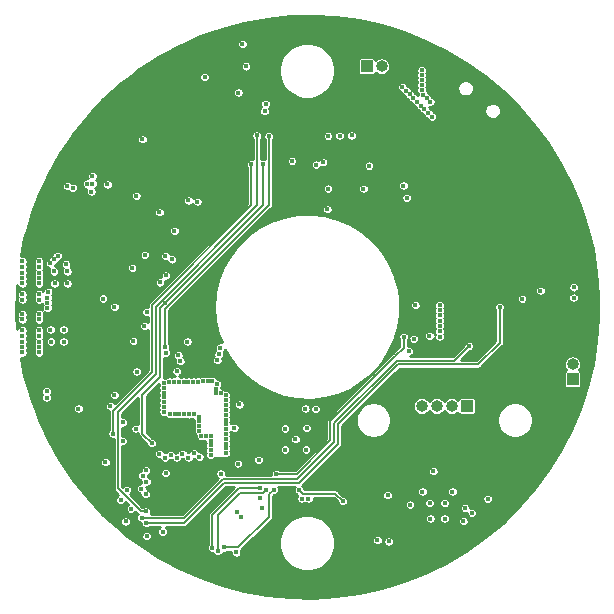
<source format=gbr>
G04 #@! TF.GenerationSoftware,KiCad,Pcbnew,5.1.5-52549c5~84~ubuntu18.04.1*
G04 #@! TF.CreationDate,2019-12-19T20:37:04-05:00*
G04 #@! TF.ProjectId,SwarmBot,53776172-6d42-46f7-942e-6b696361645f,rev?*
G04 #@! TF.SameCoordinates,Original*
G04 #@! TF.FileFunction,Copper,L2,Inr*
G04 #@! TF.FilePolarity,Positive*
%FSLAX46Y46*%
G04 Gerber Fmt 4.6, Leading zero omitted, Abs format (unit mm)*
G04 Created by KiCad (PCBNEW 5.1.5-52549c5~84~ubuntu18.04.1) date 2019-12-19 20:37:04*
%MOMM*%
%LPD*%
G04 APERTURE LIST*
%ADD10O,1.000000X1.000000*%
%ADD11R,1.000000X1.000000*%
%ADD12C,0.400000*%
%ADD13C,0.200000*%
%ADD14C,0.254000*%
G04 APERTURE END LIST*
D10*
X22460000Y-4860000D03*
D11*
X22460000Y-6130000D03*
D10*
X6290000Y20370000D03*
D11*
X5020000Y20370000D03*
D10*
X9690000Y-8400000D03*
X10960000Y-8400000D03*
X12230000Y-8400000D03*
D11*
X13500000Y-8400000D03*
D12*
X-13606780Y-441960D03*
X-8178800Y-12547600D03*
X10363200Y-16611600D03*
X-22707600Y3860800D03*
X-24130000Y3860800D03*
X-21386800Y1981200D03*
X-20320000Y1981200D03*
X-20320000Y2997200D03*
X-7315200Y-14122400D03*
X-11973560Y-14071600D03*
X-12242800Y-19050000D03*
X-50800Y-10261600D03*
X-101600Y-12090400D03*
X-1879600Y-12090400D03*
X-5181600Y20370800D03*
X-5842000Y18135600D03*
X-8686800Y19456400D03*
X-5486400Y22250400D03*
X5232400Y11938000D03*
X-1879600Y-10312400D03*
X-4114800Y-12954000D03*
X-20421600Y3606800D03*
X-21437600Y2997200D03*
X-22707600Y3403600D03*
X-24130000Y3403600D03*
X-22707600Y2895600D03*
X-24130000Y2895600D03*
X-24130000Y2438400D03*
X-22707600Y2438400D03*
X-22707600Y1981200D03*
X-24130000Y1981200D03*
X-24130000Y-2946400D03*
X-22707600Y-1981200D03*
X-22707600Y-2438400D03*
X-22707600Y-3403600D03*
X-22707600Y-3860800D03*
X-24130000Y-3860800D03*
X-24130000Y-1981200D03*
X-24130000Y-3403600D03*
X-24130000Y-2438400D03*
X-22707600Y-2946400D03*
X-20624800Y-1930400D03*
X-21691600Y-2946400D03*
X-21742400Y-1930400D03*
X-20624800Y-2946400D03*
X-22707600Y-1066800D03*
X-24130000Y-1066800D03*
X-22707600Y-609600D03*
X-24130000Y-609600D03*
X-22707600Y1066800D03*
X-24130000Y609600D03*
X-22707600Y609600D03*
X-24130000Y1066800D03*
X-22072000Y-7136800D03*
X-22072000Y-7695600D03*
X-16327120Y-7459980D03*
X-20320000Y10210800D03*
X-16916400Y10363200D03*
X-18186400Y10414000D03*
X-18643600Y10414000D03*
X-19842200Y10079000D03*
X-14478000Y9398000D03*
X6807200Y-15951200D03*
X6908800Y-19862800D03*
X5943600Y-19761200D03*
X11633200Y-16611600D03*
X11633200Y-17932400D03*
X10414000Y-17932400D03*
X15290800Y-16256000D03*
X10668000Y-13919200D03*
X-8178800Y-12141200D03*
X-8178800Y-11734800D03*
X-8178800Y-11328400D03*
X-9144000Y-10515600D03*
X-8991600Y-10922000D03*
X-8178800Y-10922000D03*
X-8585200Y-10922000D03*
X-9144000Y-10109200D03*
X-9144000Y-9702800D03*
X-9144000Y-9296400D03*
X-12141200Y-6451600D03*
X-12141200Y-6858000D03*
X-12141200Y-7264400D03*
X-12141200Y-7670800D03*
X-12141200Y-8077200D03*
X-12141200Y-8483600D03*
X-12141200Y-8890000D03*
X-6908800Y-9550400D03*
X-6908800Y-9956800D03*
X-6908800Y-10769600D03*
X-6908800Y-11176000D03*
X-6908800Y-12395200D03*
X-6908800Y-11988800D03*
X-6908800Y-11582400D03*
X-6908800Y-10363200D03*
X-11633200Y-9093200D03*
X-10007600Y-9093200D03*
X-9601200Y-9093200D03*
X-11226800Y-9093200D03*
X-10820400Y-9093200D03*
X-10414000Y-9093200D03*
X-11684000Y-6324600D03*
X-11277600Y-6324600D03*
X-9652000Y-6324600D03*
X-9245600Y-6324600D03*
X-10871200Y-6324600D03*
X-10464800Y-6324600D03*
X-10058400Y-6324600D03*
X-8026400Y-6299200D03*
X-7658100Y-6507480D03*
X-8432800Y-6299200D03*
X-8839200Y-6299200D03*
X-6918960Y-8282940D03*
X-6918960Y-7876540D03*
X-7315200Y-7335520D03*
X-6918960Y-7470140D03*
X-6908800Y-9144000D03*
X-6908800Y-8712200D03*
X-5867400Y-13284200D03*
X-13779500Y-1625600D03*
X1701800Y8255000D03*
X-1290000Y12350000D03*
X-15808960Y-16349980D03*
X-6021200Y-20797810D03*
X-14742563Y-2895600D03*
X-12009120Y309880D03*
X-7726680Y-7325360D03*
X-7729220Y-6916420D03*
X9146446Y150321D03*
X-1000000Y-11210000D03*
X10340000Y-2460000D03*
X22072800Y192000D03*
X-15194400Y15645600D03*
X769300Y14463700D03*
X-4886960Y-11269980D03*
X-2080260Y-8257540D03*
X1183281Y-9401682D03*
X-6421120Y-12801600D03*
X-14620240Y-14272260D03*
X-3878580Y-14038580D03*
X-1734820Y-17073880D03*
X-17571720Y-14274800D03*
X9710815Y8537285D03*
X9572990Y2597142D03*
X-8724241Y-11462697D03*
X4207010Y8280400D03*
X2960000Y-14490000D03*
X10240000Y-1050000D03*
X-21996400Y-101600D03*
X-21996400Y355600D03*
X-21996400Y762000D03*
X-21940300Y1264700D03*
X-21132800Y4318000D03*
X-21437600Y4013200D03*
X-21767800Y3683000D03*
X-18288000Y9753600D03*
X-18186400Y11074400D03*
X11199500Y-2530920D03*
X11199500Y-2053400D03*
X11199500Y-1586040D03*
X11199500Y-1164400D03*
X11199500Y-717360D03*
X11199500Y-290640D03*
X11199500Y156400D03*
X10418428Y17368428D03*
X10115000Y17665000D03*
X9820000Y17960000D03*
X9690000Y18360000D03*
X9690000Y18780000D03*
X9690000Y19210000D03*
X9690000Y19630000D03*
X9690000Y20040000D03*
X-14020800Y-17856200D03*
X13700760Y-3312160D03*
X-13614400Y-18313400D03*
X16281400Y-10160D03*
X12293600Y-15646400D03*
X8703330Y-16751378D03*
X9753600Y-15646400D03*
X13360400Y-17035490D03*
X-16319502Y-2540D03*
X-17292320Y703580D03*
X-19375120Y-8615680D03*
X-15377160Y-18171160D03*
X-14827971Y3303070D03*
X-13746480Y4396740D03*
X-12519660Y8001000D03*
X-11049000Y-12776200D03*
X-15596575Y-9774260D03*
X-16683672Y-8403908D03*
X-14521180Y-10317480D03*
X-12031980Y4300220D03*
X-11244580Y6436360D03*
X-11449997Y4028117D03*
X-12522200Y-12446000D03*
X13208000Y-18135600D03*
X-3796561Y-17039486D03*
X-4028150Y-16189960D03*
X13944600Y-17462500D03*
X-13650495Y-13845710D03*
X-12471400Y2070100D03*
X-5750560Y-8267700D03*
X-5638800Y-17777170D03*
X-11963400Y2654300D03*
X-6184900Y-10238740D03*
X-5985056Y-17379869D03*
X8434800Y9229200D03*
X720682Y-8650118D03*
X106900Y-16247010D03*
X8585200Y-3759200D03*
X-175260Y-8613140D03*
X-466654Y-16240074D03*
X8140000Y10260000D03*
X9032990Y-2703059D03*
X-13614400Y-14808200D03*
X-14927262Y-17098962D03*
X-3530000Y17190000D03*
X1345190Y12240000D03*
X740000Y12030000D03*
X-3610000Y16570000D03*
X-13959420Y14183780D03*
X-7366000Y-3454400D03*
X-9309100Y8902700D03*
X-7486198Y-4019805D03*
X-10058400Y9004300D03*
X-7626577Y-4527777D03*
X18190000Y670000D03*
X22550000Y770000D03*
X22560000Y1660000D03*
X19748058Y1368058D03*
X-680000Y-15530000D03*
X3020000Y-16460000D03*
X-8051800Y-20421600D03*
X-3997267Y-15315629D03*
X2740000Y14490000D03*
X-13589000Y-19405600D03*
X-17091660Y-13149580D03*
X-13665200Y-17322806D03*
X-4270000Y14520000D03*
X-4724400Y12090400D03*
X-13665200Y-15875000D03*
X-15285720Y-15499080D03*
X-16469650Y-10737655D03*
X-14053490Y-15382530D03*
X-15615630Y-11361173D03*
X1760000Y10000000D03*
X1760000Y14460000D03*
X-13940428Y-14285801D03*
X-11968480Y-3911600D03*
X-3759200Y12090400D03*
X-12039600Y-12776200D03*
X-13170000Y-11540000D03*
X-11557000Y-12547600D03*
X-14432280Y-5478780D03*
X-12068984Y-3394260D03*
X-3250000Y14460000D03*
X-10566400Y-12446000D03*
X-10160000Y-2941320D03*
X-10058400Y-12776200D03*
X-10923620Y-4097010D03*
X-10754779Y-4596243D03*
X-9585666Y-12407974D03*
X-11042131Y-5456480D03*
X-9148515Y-12702323D03*
X-7010400Y-20370800D03*
X8166100Y-2534920D03*
X-2852420Y-15491460D03*
X3760000Y14510000D03*
X-2608580Y-14142720D03*
X-7569200Y-20701000D03*
X-3479800Y-15496540D03*
X4763148Y9998317D03*
X8045000Y18615000D03*
X8365000Y18295000D03*
X8680000Y17980000D03*
X8995000Y17665000D03*
X9310000Y17350000D03*
X9620000Y17040000D03*
X9925000Y16735000D03*
X10220000Y16420000D03*
X10565000Y16095000D03*
D13*
X12465671Y-4547249D02*
X13500761Y-3512159D01*
X13500761Y-3512159D02*
X13700760Y-3312160D01*
X7561113Y-4547249D02*
X12465671Y-4547249D01*
X-838299Y-14569722D02*
X2287891Y-11443532D01*
X-3648749Y-14569722D02*
X-838299Y-14569722D01*
X2287891Y-9820471D02*
X7561113Y-4547249D01*
X-3656854Y-14561617D02*
X-3648749Y-14569722D01*
X-10457180Y-17856200D02*
X-7162597Y-14561617D01*
X-7162597Y-14561617D02*
X-3656854Y-14561617D01*
X-14020800Y-17856200D02*
X-10457180Y-17856200D01*
X2287891Y-11443532D02*
X2287891Y-9820471D01*
X-3792306Y-14888628D02*
X-3784201Y-14896733D01*
X-702847Y-14896733D02*
X2614902Y-11578984D01*
X-13614400Y-18313400D02*
X-10439400Y-18313400D01*
X-7014628Y-14888628D02*
X-3792306Y-14888628D01*
X-10439400Y-18313400D02*
X-7014628Y-14888628D01*
X-3784201Y-14896733D02*
X-702847Y-14896733D01*
X7696565Y-4874260D02*
X14478000Y-4874260D01*
X2614902Y-11578984D02*
X2614902Y-9955923D01*
X2614902Y-9955923D02*
X7696565Y-4874260D01*
X14478000Y-4874260D02*
X16281400Y-3070860D01*
X16281400Y-3070860D02*
X16281400Y-293002D01*
X16281400Y-293002D02*
X16281400Y-10160D01*
X-680000Y-15530000D02*
X-390000Y-15820000D01*
X-390000Y-15820000D02*
X2380000Y-15820000D01*
X2380000Y-15820000D02*
X3020000Y-16460000D01*
X-4280109Y-15315629D02*
X-3997267Y-15315629D01*
X-8051800Y-20421600D02*
X-8051800Y-17622520D01*
X-5744909Y-15315629D02*
X-4280109Y-15315629D01*
X-8051800Y-17622520D02*
X-5744909Y-15315629D01*
X-12827000Y-5720080D02*
X-12827000Y25582D01*
X-14099534Y-17322806D02*
X-16042640Y-15379700D01*
X-13665200Y-17322806D02*
X-14099534Y-17322806D01*
X-16042640Y-8935720D02*
X-12827000Y-5720080D01*
X-12827000Y25582D02*
X-4267200Y8585382D01*
X-4267200Y11451958D02*
X-4267200Y11734800D01*
X-16042640Y-15379700D02*
X-16042640Y-8935720D01*
X-4267200Y8585382D02*
X-4267200Y11451958D01*
X-4267200Y11734800D02*
X-4267200Y14517200D01*
X-4267200Y14517200D02*
X-4270000Y14520000D01*
X-4724400Y8590644D02*
X-13154011Y161034D01*
X-13154011Y-5478131D02*
X-16469650Y-8793770D01*
X-16469650Y-8793770D02*
X-16469650Y-10454813D01*
X-13154011Y161034D02*
X-13154011Y-5478131D01*
X-16469650Y-10454813D02*
X-16469650Y-10737655D01*
X-4724400Y12090400D02*
X-4724400Y8590644D01*
X-13955421Y-7437781D02*
X-13955421Y-10754579D01*
X-12495986Y-105866D02*
X-12495986Y-5978346D01*
X-12495986Y-5978346D02*
X-13955421Y-7437781D01*
X-3759200Y12090400D02*
X-3759200Y8630920D01*
X-13955421Y-10754579D02*
X-13170000Y-11540000D01*
X-3759200Y8630920D02*
X-12495986Y-105866D01*
X-12068984Y-3111418D02*
X-12068984Y-3394260D01*
X-12068984Y-156384D02*
X-12068984Y-3111418D01*
X-3251200Y8661400D02*
X-12068984Y-156384D01*
X-3251200Y11785600D02*
X-3251200Y8661400D01*
X-3251200Y11785600D02*
X-3251200Y14458800D01*
X-3251200Y14458800D02*
X-3250000Y14460000D01*
X-5847080Y-20370800D02*
X-7010400Y-20370800D01*
X-3241040Y-17764760D02*
X-5847080Y-20370800D01*
X-2852420Y-15491460D02*
X-3241040Y-15880080D01*
X-3241040Y-15880080D02*
X-3241040Y-17764760D01*
X8166100Y-2534920D02*
X8166100Y-3199241D01*
X7462520Y-4183380D02*
X1960880Y-9685020D01*
X-873760Y-14142720D02*
X-2608580Y-14142720D01*
X1960880Y-9685020D02*
X1960880Y-11308080D01*
X1960880Y-11308080D02*
X-873760Y-14142720D01*
X7462520Y-4183380D02*
X7466620Y-4183380D01*
X8166100Y-3483900D02*
X8166100Y-3199241D01*
X7466620Y-4183380D02*
X8166100Y-3483900D01*
X-7569200Y-17625060D02*
X-5686779Y-15742639D01*
X-7569200Y-20701000D02*
X-7569200Y-17625060D01*
X-3725899Y-15742639D02*
X-3679799Y-15696539D01*
X-3679799Y-15696539D02*
X-3479800Y-15496540D01*
X-5686779Y-15742639D02*
X-3725899Y-15742639D01*
D14*
G36*
X2446209Y24524302D02*
G01*
X4386936Y24252425D01*
X6299928Y23827216D01*
X8173089Y23251364D01*
X9994577Y22528510D01*
X11752876Y21663223D01*
X13436870Y20660974D01*
X15035912Y19528099D01*
X16539892Y18271762D01*
X17939301Y16899905D01*
X19225292Y15421201D01*
X20389735Y13845000D01*
X21425267Y12181266D01*
X22325342Y10440517D01*
X23084269Y8633761D01*
X23697250Y6772419D01*
X24160409Y4868260D01*
X24470818Y2933322D01*
X24626515Y979839D01*
X24626515Y-979839D01*
X24470818Y-2933322D01*
X24160409Y-4868260D01*
X23697250Y-6772419D01*
X23084269Y-8633761D01*
X22325342Y-10440517D01*
X21425267Y-12181266D01*
X20389735Y-13845000D01*
X19225292Y-15421201D01*
X17939301Y-16899905D01*
X16539892Y-18271762D01*
X15035912Y-19528099D01*
X13436870Y-20660974D01*
X11752876Y-21663223D01*
X9994577Y-22528510D01*
X8173089Y-23251364D01*
X6299928Y-23827216D01*
X4386936Y-24252425D01*
X2446209Y-24524302D01*
X490016Y-24641128D01*
X-1469274Y-24602166D01*
X-3419276Y-24407660D01*
X-5347660Y-24058841D01*
X-7242234Y-23557915D01*
X-9091020Y-22908048D01*
X-10882330Y-22113349D01*
X-12604839Y-21178842D01*
X-14247655Y-20110436D01*
X-15221145Y-19360885D01*
X-14043000Y-19360885D01*
X-14043000Y-19450315D01*
X-14025553Y-19538027D01*
X-13991330Y-19620650D01*
X-13941645Y-19695008D01*
X-13878408Y-19758245D01*
X-13804050Y-19807930D01*
X-13721427Y-19842153D01*
X-13633715Y-19859600D01*
X-13544285Y-19859600D01*
X-13456573Y-19842153D01*
X-13373950Y-19807930D01*
X-13299592Y-19758245D01*
X-13236355Y-19695008D01*
X-13186670Y-19620650D01*
X-13152447Y-19538027D01*
X-13135000Y-19450315D01*
X-13135000Y-19360885D01*
X-13152447Y-19273173D01*
X-13186670Y-19190550D01*
X-13236355Y-19116192D01*
X-13299592Y-19052955D01*
X-13373950Y-19003270D01*
X-13456573Y-18969047D01*
X-13544285Y-18951600D01*
X-13633715Y-18951600D01*
X-13721427Y-18969047D01*
X-13804050Y-19003270D01*
X-13878408Y-19052955D01*
X-13941645Y-19116192D01*
X-13991330Y-19190550D01*
X-14025553Y-19273173D01*
X-14043000Y-19360885D01*
X-15221145Y-19360885D01*
X-15800394Y-18914885D01*
X-16671390Y-18126445D01*
X-15831160Y-18126445D01*
X-15831160Y-18215875D01*
X-15813713Y-18303587D01*
X-15779490Y-18386210D01*
X-15729805Y-18460568D01*
X-15666568Y-18523805D01*
X-15592210Y-18573490D01*
X-15509587Y-18607713D01*
X-15421875Y-18625160D01*
X-15332445Y-18625160D01*
X-15244733Y-18607713D01*
X-15162110Y-18573490D01*
X-15087752Y-18523805D01*
X-15024515Y-18460568D01*
X-14974830Y-18386210D01*
X-14940607Y-18303587D01*
X-14923160Y-18215875D01*
X-14923160Y-18126445D01*
X-14940607Y-18038733D01*
X-14974830Y-17956110D01*
X-15024515Y-17881752D01*
X-15087752Y-17818515D01*
X-15162110Y-17768830D01*
X-15244733Y-17734607D01*
X-15332445Y-17717160D01*
X-15421875Y-17717160D01*
X-15509587Y-17734607D01*
X-15592210Y-17768830D01*
X-15666568Y-17818515D01*
X-15729805Y-17881752D01*
X-15779490Y-17956110D01*
X-15813713Y-18038733D01*
X-15831160Y-18126445D01*
X-16671390Y-18126445D01*
X-17253237Y-17599748D01*
X-18597000Y-16173340D01*
X-19823186Y-14644679D01*
X-20868747Y-13104865D01*
X-17545660Y-13104865D01*
X-17545660Y-13194295D01*
X-17528213Y-13282007D01*
X-17493990Y-13364630D01*
X-17444305Y-13438988D01*
X-17381068Y-13502225D01*
X-17306710Y-13551910D01*
X-17224087Y-13586133D01*
X-17136375Y-13603580D01*
X-17046945Y-13603580D01*
X-16959233Y-13586133D01*
X-16876610Y-13551910D01*
X-16802252Y-13502225D01*
X-16739015Y-13438988D01*
X-16689330Y-13364630D01*
X-16655107Y-13282007D01*
X-16637660Y-13194295D01*
X-16637660Y-13104865D01*
X-16655107Y-13017153D01*
X-16689330Y-12934530D01*
X-16739015Y-12860172D01*
X-16802252Y-12796935D01*
X-16876610Y-12747250D01*
X-16959233Y-12713027D01*
X-17046945Y-12695580D01*
X-17136375Y-12695580D01*
X-17224087Y-12713027D01*
X-17306710Y-12747250D01*
X-17381068Y-12796935D01*
X-17444305Y-12860172D01*
X-17493990Y-12934530D01*
X-17528213Y-13017153D01*
X-17545660Y-13104865D01*
X-20868747Y-13104865D01*
X-20924044Y-13023429D01*
X-21892613Y-11319841D01*
X-22722770Y-9544685D01*
X-23086951Y-8570965D01*
X-19829120Y-8570965D01*
X-19829120Y-8660395D01*
X-19811673Y-8748107D01*
X-19777450Y-8830730D01*
X-19727765Y-8905088D01*
X-19664528Y-8968325D01*
X-19590170Y-9018010D01*
X-19507547Y-9052233D01*
X-19419835Y-9069680D01*
X-19330405Y-9069680D01*
X-19242693Y-9052233D01*
X-19160070Y-9018010D01*
X-19085712Y-8968325D01*
X-19022475Y-8905088D01*
X-18972790Y-8830730D01*
X-18938567Y-8748107D01*
X-18921120Y-8660395D01*
X-18921120Y-8570965D01*
X-18938567Y-8483253D01*
X-18972790Y-8400630D01*
X-19000477Y-8359193D01*
X-17137672Y-8359193D01*
X-17137672Y-8448623D01*
X-17120225Y-8536335D01*
X-17086002Y-8618958D01*
X-17036317Y-8693316D01*
X-16973080Y-8756553D01*
X-16898722Y-8806238D01*
X-16823650Y-8837333D01*
X-16823649Y-10437422D01*
X-16823650Y-10437432D01*
X-16823650Y-10450275D01*
X-16871980Y-10522605D01*
X-16906203Y-10605228D01*
X-16923650Y-10692940D01*
X-16923650Y-10782370D01*
X-16906203Y-10870082D01*
X-16871980Y-10952705D01*
X-16822295Y-11027063D01*
X-16759058Y-11090300D01*
X-16684700Y-11139985D01*
X-16602077Y-11174208D01*
X-16514365Y-11191655D01*
X-16424935Y-11191655D01*
X-16396639Y-11186027D01*
X-16396640Y-15362326D01*
X-16398351Y-15379700D01*
X-16396640Y-15397074D01*
X-16396640Y-15397081D01*
X-16394973Y-15414004D01*
X-16391517Y-15449096D01*
X-16388026Y-15460604D01*
X-16371275Y-15515824D01*
X-16338404Y-15577322D01*
X-16294166Y-15631225D01*
X-16280662Y-15642308D01*
X-15989581Y-15933389D01*
X-16024010Y-15947650D01*
X-16098368Y-15997335D01*
X-16161605Y-16060572D01*
X-16211290Y-16134930D01*
X-16245513Y-16217553D01*
X-16262960Y-16305265D01*
X-16262960Y-16394695D01*
X-16245513Y-16482407D01*
X-16211290Y-16565030D01*
X-16161605Y-16639388D01*
X-16098368Y-16702625D01*
X-16024010Y-16752310D01*
X-15941387Y-16786533D01*
X-15853675Y-16803980D01*
X-15764245Y-16803980D01*
X-15676533Y-16786533D01*
X-15593910Y-16752310D01*
X-15519552Y-16702625D01*
X-15456315Y-16639388D01*
X-15406630Y-16565030D01*
X-15392369Y-16530601D01*
X-15192682Y-16730289D01*
X-15216670Y-16746317D01*
X-15279907Y-16809554D01*
X-15329592Y-16883912D01*
X-15363815Y-16966535D01*
X-15381262Y-17054247D01*
X-15381262Y-17143677D01*
X-15363815Y-17231389D01*
X-15329592Y-17314012D01*
X-15279907Y-17388370D01*
X-15216670Y-17451607D01*
X-15142312Y-17501292D01*
X-15059689Y-17535515D01*
X-14971977Y-17552962D01*
X-14882547Y-17552962D01*
X-14794835Y-17535515D01*
X-14712212Y-17501292D01*
X-14637854Y-17451607D01*
X-14574617Y-17388370D01*
X-14558589Y-17364382D01*
X-14364812Y-17558159D01*
X-14373445Y-17566792D01*
X-14423130Y-17641150D01*
X-14457353Y-17723773D01*
X-14474800Y-17811485D01*
X-14474800Y-17900915D01*
X-14457353Y-17988627D01*
X-14423130Y-18071250D01*
X-14373445Y-18145608D01*
X-14310208Y-18208845D01*
X-14235850Y-18258530D01*
X-14153227Y-18292753D01*
X-14068400Y-18309626D01*
X-14068400Y-18358115D01*
X-14050953Y-18445827D01*
X-14016730Y-18528450D01*
X-13967045Y-18602808D01*
X-13903808Y-18666045D01*
X-13829450Y-18715730D01*
X-13746827Y-18749953D01*
X-13659115Y-18767400D01*
X-13569685Y-18767400D01*
X-13481973Y-18749953D01*
X-13399350Y-18715730D01*
X-13327020Y-18667400D01*
X-12487378Y-18667400D01*
X-12532208Y-18697355D01*
X-12595445Y-18760592D01*
X-12645130Y-18834950D01*
X-12679353Y-18917573D01*
X-12696800Y-19005285D01*
X-12696800Y-19094715D01*
X-12679353Y-19182427D01*
X-12645130Y-19265050D01*
X-12595445Y-19339408D01*
X-12532208Y-19402645D01*
X-12457850Y-19452330D01*
X-12375227Y-19486553D01*
X-12287515Y-19504000D01*
X-12198085Y-19504000D01*
X-12110373Y-19486553D01*
X-12027750Y-19452330D01*
X-11953392Y-19402645D01*
X-11890155Y-19339408D01*
X-11840470Y-19265050D01*
X-11806247Y-19182427D01*
X-11788800Y-19094715D01*
X-11788800Y-19005285D01*
X-11806247Y-18917573D01*
X-11840470Y-18834950D01*
X-11890155Y-18760592D01*
X-11953392Y-18697355D01*
X-11998222Y-18667400D01*
X-10456774Y-18667400D01*
X-10439400Y-18669111D01*
X-10422026Y-18667400D01*
X-10422018Y-18667400D01*
X-10370004Y-18662277D01*
X-10303275Y-18642035D01*
X-10241777Y-18609164D01*
X-10187874Y-18564926D01*
X-10176788Y-18551418D01*
X-6867997Y-15242628D01*
X-6172540Y-15242628D01*
X-8289823Y-17359913D01*
X-8303325Y-17370994D01*
X-8347563Y-17424897D01*
X-8365754Y-17458931D01*
X-8380434Y-17486395D01*
X-8400677Y-17553124D01*
X-8407511Y-17622520D01*
X-8405799Y-17639904D01*
X-8405800Y-20134220D01*
X-8454130Y-20206550D01*
X-8488353Y-20289173D01*
X-8505800Y-20376885D01*
X-8505800Y-20466315D01*
X-8488353Y-20554027D01*
X-8454130Y-20636650D01*
X-8404445Y-20711008D01*
X-8341208Y-20774245D01*
X-8266850Y-20823930D01*
X-8184227Y-20858153D01*
X-8096515Y-20875600D01*
X-8007085Y-20875600D01*
X-7989716Y-20872145D01*
X-7971530Y-20916050D01*
X-7921845Y-20990408D01*
X-7858608Y-21053645D01*
X-7784250Y-21103330D01*
X-7701627Y-21137553D01*
X-7613915Y-21155000D01*
X-7524485Y-21155000D01*
X-7436773Y-21137553D01*
X-7354150Y-21103330D01*
X-7279792Y-21053645D01*
X-7216555Y-20990408D01*
X-7166870Y-20916050D01*
X-7132647Y-20833427D01*
X-7128045Y-20810293D01*
X-7055115Y-20824800D01*
X-6965685Y-20824800D01*
X-6877973Y-20807353D01*
X-6795350Y-20773130D01*
X-6723020Y-20724800D01*
X-6469572Y-20724800D01*
X-6475200Y-20753095D01*
X-6475200Y-20842525D01*
X-6457753Y-20930237D01*
X-6423530Y-21012860D01*
X-6373845Y-21087218D01*
X-6310608Y-21150455D01*
X-6236250Y-21200140D01*
X-6153627Y-21234363D01*
X-6065915Y-21251810D01*
X-5976485Y-21251810D01*
X-5888773Y-21234363D01*
X-5806150Y-21200140D01*
X-5731792Y-21150455D01*
X-5668555Y-21087218D01*
X-5618870Y-21012860D01*
X-5584647Y-20930237D01*
X-5567200Y-20842525D01*
X-5567200Y-20753095D01*
X-5584647Y-20665383D01*
X-5600724Y-20626569D01*
X-5595554Y-20622326D01*
X-5584468Y-20608818D01*
X-4741536Y-19765886D01*
X-2377000Y-19765886D01*
X-2377000Y-20234114D01*
X-2285653Y-20693345D01*
X-2106470Y-21125932D01*
X-1846336Y-21515249D01*
X-1515249Y-21846336D01*
X-1125932Y-22106470D01*
X-693345Y-22285653D01*
X-234114Y-22377000D01*
X234114Y-22377000D01*
X693345Y-22285653D01*
X1125932Y-22106470D01*
X1515249Y-21846336D01*
X1846336Y-21515249D01*
X2106470Y-21125932D01*
X2285653Y-20693345D01*
X2377000Y-20234114D01*
X2377000Y-19765886D01*
X2367174Y-19716485D01*
X5489600Y-19716485D01*
X5489600Y-19805915D01*
X5507047Y-19893627D01*
X5541270Y-19976250D01*
X5590955Y-20050608D01*
X5654192Y-20113845D01*
X5728550Y-20163530D01*
X5811173Y-20197753D01*
X5898885Y-20215200D01*
X5988315Y-20215200D01*
X6076027Y-20197753D01*
X6158650Y-20163530D01*
X6233008Y-20113845D01*
X6296245Y-20050608D01*
X6345930Y-19976250D01*
X6380153Y-19893627D01*
X6395179Y-19818085D01*
X6454800Y-19818085D01*
X6454800Y-19907515D01*
X6472247Y-19995227D01*
X6506470Y-20077850D01*
X6556155Y-20152208D01*
X6619392Y-20215445D01*
X6693750Y-20265130D01*
X6776373Y-20299353D01*
X6864085Y-20316800D01*
X6953515Y-20316800D01*
X7041227Y-20299353D01*
X7123850Y-20265130D01*
X7198208Y-20215445D01*
X7261445Y-20152208D01*
X7311130Y-20077850D01*
X7345353Y-19995227D01*
X7362800Y-19907515D01*
X7362800Y-19818085D01*
X7345353Y-19730373D01*
X7311130Y-19647750D01*
X7261445Y-19573392D01*
X7198208Y-19510155D01*
X7123850Y-19460470D01*
X7041227Y-19426247D01*
X6953515Y-19408800D01*
X6864085Y-19408800D01*
X6776373Y-19426247D01*
X6693750Y-19460470D01*
X6619392Y-19510155D01*
X6556155Y-19573392D01*
X6506470Y-19647750D01*
X6472247Y-19730373D01*
X6454800Y-19818085D01*
X6395179Y-19818085D01*
X6397600Y-19805915D01*
X6397600Y-19716485D01*
X6380153Y-19628773D01*
X6345930Y-19546150D01*
X6296245Y-19471792D01*
X6233008Y-19408555D01*
X6158650Y-19358870D01*
X6076027Y-19324647D01*
X5988315Y-19307200D01*
X5898885Y-19307200D01*
X5811173Y-19324647D01*
X5728550Y-19358870D01*
X5654192Y-19408555D01*
X5590955Y-19471792D01*
X5541270Y-19546150D01*
X5507047Y-19628773D01*
X5489600Y-19716485D01*
X2367174Y-19716485D01*
X2285653Y-19306655D01*
X2106470Y-18874068D01*
X1846336Y-18484751D01*
X1515249Y-18153664D01*
X1125932Y-17893530D01*
X1111821Y-17887685D01*
X9960000Y-17887685D01*
X9960000Y-17977115D01*
X9977447Y-18064827D01*
X10011670Y-18147450D01*
X10061355Y-18221808D01*
X10124592Y-18285045D01*
X10198950Y-18334730D01*
X10281573Y-18368953D01*
X10369285Y-18386400D01*
X10458715Y-18386400D01*
X10546427Y-18368953D01*
X10629050Y-18334730D01*
X10703408Y-18285045D01*
X10766645Y-18221808D01*
X10816330Y-18147450D01*
X10850553Y-18064827D01*
X10868000Y-17977115D01*
X10868000Y-17887685D01*
X11179200Y-17887685D01*
X11179200Y-17977115D01*
X11196647Y-18064827D01*
X11230870Y-18147450D01*
X11280555Y-18221808D01*
X11343792Y-18285045D01*
X11418150Y-18334730D01*
X11500773Y-18368953D01*
X11588485Y-18386400D01*
X11677915Y-18386400D01*
X11765627Y-18368953D01*
X11848250Y-18334730D01*
X11922608Y-18285045D01*
X11985845Y-18221808D01*
X12035530Y-18147450D01*
X12058959Y-18090885D01*
X12754000Y-18090885D01*
X12754000Y-18180315D01*
X12771447Y-18268027D01*
X12805670Y-18350650D01*
X12855355Y-18425008D01*
X12918592Y-18488245D01*
X12992950Y-18537930D01*
X13075573Y-18572153D01*
X13163285Y-18589600D01*
X13252715Y-18589600D01*
X13340427Y-18572153D01*
X13423050Y-18537930D01*
X13497408Y-18488245D01*
X13560645Y-18425008D01*
X13610330Y-18350650D01*
X13644553Y-18268027D01*
X13662000Y-18180315D01*
X13662000Y-18090885D01*
X13644553Y-18003173D01*
X13610330Y-17920550D01*
X13560645Y-17846192D01*
X13497408Y-17782955D01*
X13423050Y-17733270D01*
X13340427Y-17699047D01*
X13252715Y-17681600D01*
X13163285Y-17681600D01*
X13075573Y-17699047D01*
X12992950Y-17733270D01*
X12918592Y-17782955D01*
X12855355Y-17846192D01*
X12805670Y-17920550D01*
X12771447Y-18003173D01*
X12754000Y-18090885D01*
X12058959Y-18090885D01*
X12069753Y-18064827D01*
X12087200Y-17977115D01*
X12087200Y-17887685D01*
X12069753Y-17799973D01*
X12035530Y-17717350D01*
X11985845Y-17642992D01*
X11922608Y-17579755D01*
X11848250Y-17530070D01*
X11765627Y-17495847D01*
X11677915Y-17478400D01*
X11588485Y-17478400D01*
X11500773Y-17495847D01*
X11418150Y-17530070D01*
X11343792Y-17579755D01*
X11280555Y-17642992D01*
X11230870Y-17717350D01*
X11196647Y-17799973D01*
X11179200Y-17887685D01*
X10868000Y-17887685D01*
X10850553Y-17799973D01*
X10816330Y-17717350D01*
X10766645Y-17642992D01*
X10703408Y-17579755D01*
X10629050Y-17530070D01*
X10546427Y-17495847D01*
X10458715Y-17478400D01*
X10369285Y-17478400D01*
X10281573Y-17495847D01*
X10198950Y-17530070D01*
X10124592Y-17579755D01*
X10061355Y-17642992D01*
X10011670Y-17717350D01*
X9977447Y-17799973D01*
X9960000Y-17887685D01*
X1111821Y-17887685D01*
X693345Y-17714347D01*
X234114Y-17623000D01*
X-234114Y-17623000D01*
X-693345Y-17714347D01*
X-1125932Y-17893530D01*
X-1515249Y-18153664D01*
X-1846336Y-18484751D01*
X-2106470Y-18874068D01*
X-2285653Y-19306655D01*
X-2377000Y-19765886D01*
X-4741536Y-19765886D01*
X-3003016Y-18027367D01*
X-2989514Y-18016286D01*
X-2945276Y-17962383D01*
X-2912405Y-17900885D01*
X-2892163Y-17834156D01*
X-2887040Y-17782142D01*
X-2887040Y-17782135D01*
X-2885329Y-17764761D01*
X-2887040Y-17747386D01*
X-2887040Y-16026710D01*
X-2805314Y-15944984D01*
X-2719993Y-15928013D01*
X-2637370Y-15893790D01*
X-2563012Y-15844105D01*
X-2499775Y-15780868D01*
X-2450090Y-15706510D01*
X-2415867Y-15623887D01*
X-2398420Y-15536175D01*
X-2398420Y-15446745D01*
X-2415867Y-15359033D01*
X-2450090Y-15276410D01*
X-2467247Y-15250733D01*
X-1039421Y-15250733D01*
X-1082330Y-15314950D01*
X-1116553Y-15397573D01*
X-1134000Y-15485285D01*
X-1134000Y-15574715D01*
X-1116553Y-15662427D01*
X-1082330Y-15745050D01*
X-1032645Y-15819408D01*
X-969408Y-15882645D01*
X-895050Y-15932330D01*
X-826124Y-15960880D01*
X-868984Y-16025024D01*
X-903207Y-16107647D01*
X-920654Y-16195359D01*
X-920654Y-16284789D01*
X-903207Y-16372501D01*
X-868984Y-16455124D01*
X-819299Y-16529482D01*
X-756062Y-16592719D01*
X-681704Y-16642404D01*
X-599081Y-16676627D01*
X-511369Y-16694074D01*
X-421939Y-16694074D01*
X-334227Y-16676627D01*
X-251604Y-16642404D01*
X-184558Y-16597605D01*
X-182508Y-16599655D01*
X-108150Y-16649340D01*
X-25527Y-16683563D01*
X62185Y-16701010D01*
X151615Y-16701010D01*
X239327Y-16683563D01*
X321950Y-16649340D01*
X396308Y-16599655D01*
X459545Y-16536418D01*
X509230Y-16462060D01*
X543453Y-16379437D01*
X560900Y-16291725D01*
X560900Y-16202295D01*
X555272Y-16174000D01*
X2233370Y-16174000D01*
X2566476Y-16507106D01*
X2583447Y-16592427D01*
X2617670Y-16675050D01*
X2667355Y-16749408D01*
X2730592Y-16812645D01*
X2804950Y-16862330D01*
X2887573Y-16896553D01*
X2975285Y-16914000D01*
X3064715Y-16914000D01*
X3152427Y-16896553D01*
X3235050Y-16862330D01*
X3309408Y-16812645D01*
X3372645Y-16749408D01*
X3401206Y-16706663D01*
X8249330Y-16706663D01*
X8249330Y-16796093D01*
X8266777Y-16883805D01*
X8301000Y-16966428D01*
X8350685Y-17040786D01*
X8413922Y-17104023D01*
X8488280Y-17153708D01*
X8570903Y-17187931D01*
X8658615Y-17205378D01*
X8748045Y-17205378D01*
X8835757Y-17187931D01*
X8918380Y-17153708D01*
X8992738Y-17104023D01*
X9055975Y-17040786D01*
X9105660Y-16966428D01*
X9139883Y-16883805D01*
X9157330Y-16796093D01*
X9157330Y-16706663D01*
X9139883Y-16618951D01*
X9118317Y-16566885D01*
X9909200Y-16566885D01*
X9909200Y-16656315D01*
X9926647Y-16744027D01*
X9960870Y-16826650D01*
X10010555Y-16901008D01*
X10073792Y-16964245D01*
X10148150Y-17013930D01*
X10230773Y-17048153D01*
X10318485Y-17065600D01*
X10407915Y-17065600D01*
X10495627Y-17048153D01*
X10578250Y-17013930D01*
X10652608Y-16964245D01*
X10715845Y-16901008D01*
X10765530Y-16826650D01*
X10799753Y-16744027D01*
X10817200Y-16656315D01*
X10817200Y-16566885D01*
X11179200Y-16566885D01*
X11179200Y-16656315D01*
X11196647Y-16744027D01*
X11230870Y-16826650D01*
X11280555Y-16901008D01*
X11343792Y-16964245D01*
X11418150Y-17013930D01*
X11500773Y-17048153D01*
X11588485Y-17065600D01*
X11677915Y-17065600D01*
X11765627Y-17048153D01*
X11848250Y-17013930D01*
X11882903Y-16990775D01*
X12906400Y-16990775D01*
X12906400Y-17080205D01*
X12923847Y-17167917D01*
X12958070Y-17250540D01*
X13007755Y-17324898D01*
X13070992Y-17388135D01*
X13145350Y-17437820D01*
X13227973Y-17472043D01*
X13315685Y-17489490D01*
X13405115Y-17489490D01*
X13490600Y-17472486D01*
X13490600Y-17507215D01*
X13508047Y-17594927D01*
X13542270Y-17677550D01*
X13591955Y-17751908D01*
X13655192Y-17815145D01*
X13729550Y-17864830D01*
X13812173Y-17899053D01*
X13899885Y-17916500D01*
X13989315Y-17916500D01*
X14077027Y-17899053D01*
X14159650Y-17864830D01*
X14234008Y-17815145D01*
X14297245Y-17751908D01*
X14346930Y-17677550D01*
X14381153Y-17594927D01*
X14398600Y-17507215D01*
X14398600Y-17417785D01*
X14381153Y-17330073D01*
X14346930Y-17247450D01*
X14297245Y-17173092D01*
X14234008Y-17109855D01*
X14159650Y-17060170D01*
X14077027Y-17025947D01*
X13989315Y-17008500D01*
X13899885Y-17008500D01*
X13814400Y-17025504D01*
X13814400Y-16990775D01*
X13796953Y-16903063D01*
X13762730Y-16820440D01*
X13713045Y-16746082D01*
X13649808Y-16682845D01*
X13575450Y-16633160D01*
X13492827Y-16598937D01*
X13405115Y-16581490D01*
X13315685Y-16581490D01*
X13227973Y-16598937D01*
X13145350Y-16633160D01*
X13070992Y-16682845D01*
X13007755Y-16746082D01*
X12958070Y-16820440D01*
X12923847Y-16903063D01*
X12906400Y-16990775D01*
X11882903Y-16990775D01*
X11922608Y-16964245D01*
X11985845Y-16901008D01*
X12035530Y-16826650D01*
X12069753Y-16744027D01*
X12087200Y-16656315D01*
X12087200Y-16566885D01*
X12069753Y-16479173D01*
X12035530Y-16396550D01*
X11985845Y-16322192D01*
X11922608Y-16258955D01*
X11851266Y-16211285D01*
X14836800Y-16211285D01*
X14836800Y-16300715D01*
X14854247Y-16388427D01*
X14888470Y-16471050D01*
X14938155Y-16545408D01*
X15001392Y-16608645D01*
X15075750Y-16658330D01*
X15158373Y-16692553D01*
X15246085Y-16710000D01*
X15335515Y-16710000D01*
X15423227Y-16692553D01*
X15505850Y-16658330D01*
X15580208Y-16608645D01*
X15643445Y-16545408D01*
X15693130Y-16471050D01*
X15727353Y-16388427D01*
X15744800Y-16300715D01*
X15744800Y-16211285D01*
X15727353Y-16123573D01*
X15693130Y-16040950D01*
X15643445Y-15966592D01*
X15580208Y-15903355D01*
X15505850Y-15853670D01*
X15423227Y-15819447D01*
X15335515Y-15802000D01*
X15246085Y-15802000D01*
X15158373Y-15819447D01*
X15075750Y-15853670D01*
X15001392Y-15903355D01*
X14938155Y-15966592D01*
X14888470Y-16040950D01*
X14854247Y-16123573D01*
X14836800Y-16211285D01*
X11851266Y-16211285D01*
X11848250Y-16209270D01*
X11765627Y-16175047D01*
X11677915Y-16157600D01*
X11588485Y-16157600D01*
X11500773Y-16175047D01*
X11418150Y-16209270D01*
X11343792Y-16258955D01*
X11280555Y-16322192D01*
X11230870Y-16396550D01*
X11196647Y-16479173D01*
X11179200Y-16566885D01*
X10817200Y-16566885D01*
X10799753Y-16479173D01*
X10765530Y-16396550D01*
X10715845Y-16322192D01*
X10652608Y-16258955D01*
X10578250Y-16209270D01*
X10495627Y-16175047D01*
X10407915Y-16157600D01*
X10318485Y-16157600D01*
X10230773Y-16175047D01*
X10148150Y-16209270D01*
X10073792Y-16258955D01*
X10010555Y-16322192D01*
X9960870Y-16396550D01*
X9926647Y-16479173D01*
X9909200Y-16566885D01*
X9118317Y-16566885D01*
X9105660Y-16536328D01*
X9055975Y-16461970D01*
X8992738Y-16398733D01*
X8918380Y-16349048D01*
X8835757Y-16314825D01*
X8748045Y-16297378D01*
X8658615Y-16297378D01*
X8570903Y-16314825D01*
X8488280Y-16349048D01*
X8413922Y-16398733D01*
X8350685Y-16461970D01*
X8301000Y-16536328D01*
X8266777Y-16618951D01*
X8249330Y-16706663D01*
X3401206Y-16706663D01*
X3422330Y-16675050D01*
X3456553Y-16592427D01*
X3474000Y-16504715D01*
X3474000Y-16415285D01*
X3456553Y-16327573D01*
X3422330Y-16244950D01*
X3372645Y-16170592D01*
X3309408Y-16107355D01*
X3235050Y-16057670D01*
X3152427Y-16023447D01*
X3067106Y-16006476D01*
X2967115Y-15906485D01*
X6353200Y-15906485D01*
X6353200Y-15995915D01*
X6370647Y-16083627D01*
X6404870Y-16166250D01*
X6454555Y-16240608D01*
X6517792Y-16303845D01*
X6592150Y-16353530D01*
X6674773Y-16387753D01*
X6762485Y-16405200D01*
X6851915Y-16405200D01*
X6939627Y-16387753D01*
X7022250Y-16353530D01*
X7096608Y-16303845D01*
X7159845Y-16240608D01*
X7209530Y-16166250D01*
X7243753Y-16083627D01*
X7261200Y-15995915D01*
X7261200Y-15906485D01*
X7243753Y-15818773D01*
X7209530Y-15736150D01*
X7159845Y-15661792D01*
X7099738Y-15601685D01*
X9299600Y-15601685D01*
X9299600Y-15691115D01*
X9317047Y-15778827D01*
X9351270Y-15861450D01*
X9400955Y-15935808D01*
X9464192Y-15999045D01*
X9538550Y-16048730D01*
X9621173Y-16082953D01*
X9708885Y-16100400D01*
X9798315Y-16100400D01*
X9886027Y-16082953D01*
X9968650Y-16048730D01*
X10043008Y-15999045D01*
X10106245Y-15935808D01*
X10155930Y-15861450D01*
X10190153Y-15778827D01*
X10207600Y-15691115D01*
X10207600Y-15601685D01*
X11839600Y-15601685D01*
X11839600Y-15691115D01*
X11857047Y-15778827D01*
X11891270Y-15861450D01*
X11940955Y-15935808D01*
X12004192Y-15999045D01*
X12078550Y-16048730D01*
X12161173Y-16082953D01*
X12248885Y-16100400D01*
X12338315Y-16100400D01*
X12426027Y-16082953D01*
X12508650Y-16048730D01*
X12583008Y-15999045D01*
X12646245Y-15935808D01*
X12695930Y-15861450D01*
X12730153Y-15778827D01*
X12747600Y-15691115D01*
X12747600Y-15601685D01*
X12730153Y-15513973D01*
X12695930Y-15431350D01*
X12646245Y-15356992D01*
X12583008Y-15293755D01*
X12508650Y-15244070D01*
X12426027Y-15209847D01*
X12338315Y-15192400D01*
X12248885Y-15192400D01*
X12161173Y-15209847D01*
X12078550Y-15244070D01*
X12004192Y-15293755D01*
X11940955Y-15356992D01*
X11891270Y-15431350D01*
X11857047Y-15513973D01*
X11839600Y-15601685D01*
X10207600Y-15601685D01*
X10190153Y-15513973D01*
X10155930Y-15431350D01*
X10106245Y-15356992D01*
X10043008Y-15293755D01*
X9968650Y-15244070D01*
X9886027Y-15209847D01*
X9798315Y-15192400D01*
X9708885Y-15192400D01*
X9621173Y-15209847D01*
X9538550Y-15244070D01*
X9464192Y-15293755D01*
X9400955Y-15356992D01*
X9351270Y-15431350D01*
X9317047Y-15513973D01*
X9299600Y-15601685D01*
X7099738Y-15601685D01*
X7096608Y-15598555D01*
X7022250Y-15548870D01*
X6939627Y-15514647D01*
X6851915Y-15497200D01*
X6762485Y-15497200D01*
X6674773Y-15514647D01*
X6592150Y-15548870D01*
X6517792Y-15598555D01*
X6454555Y-15661792D01*
X6404870Y-15736150D01*
X6370647Y-15818773D01*
X6353200Y-15906485D01*
X2967115Y-15906485D01*
X2642612Y-15581982D01*
X2631526Y-15568474D01*
X2577623Y-15524236D01*
X2516125Y-15491365D01*
X2449396Y-15471123D01*
X2397382Y-15466000D01*
X2397374Y-15466000D01*
X2380000Y-15464289D01*
X2362626Y-15466000D01*
X-229836Y-15466000D01*
X-243447Y-15397573D01*
X-277670Y-15314950D01*
X-327355Y-15240592D01*
X-390592Y-15177355D01*
X-445235Y-15140843D01*
X-440235Y-15134751D01*
X820031Y-13874485D01*
X10214000Y-13874485D01*
X10214000Y-13963915D01*
X10231447Y-14051627D01*
X10265670Y-14134250D01*
X10315355Y-14208608D01*
X10378592Y-14271845D01*
X10452950Y-14321530D01*
X10535573Y-14355753D01*
X10623285Y-14373200D01*
X10712715Y-14373200D01*
X10800427Y-14355753D01*
X10883050Y-14321530D01*
X10957408Y-14271845D01*
X11020645Y-14208608D01*
X11070330Y-14134250D01*
X11104553Y-14051627D01*
X11122000Y-13963915D01*
X11122000Y-13874485D01*
X11104553Y-13786773D01*
X11070330Y-13704150D01*
X11020645Y-13629792D01*
X10957408Y-13566555D01*
X10883050Y-13516870D01*
X10800427Y-13482647D01*
X10712715Y-13465200D01*
X10623285Y-13465200D01*
X10535573Y-13482647D01*
X10452950Y-13516870D01*
X10378592Y-13566555D01*
X10315355Y-13629792D01*
X10265670Y-13704150D01*
X10231447Y-13786773D01*
X10214000Y-13874485D01*
X820031Y-13874485D01*
X2852930Y-11841587D01*
X2866427Y-11830510D01*
X2877505Y-11817012D01*
X2877508Y-11817009D01*
X2897697Y-11792409D01*
X2910666Y-11776607D01*
X2943537Y-11715109D01*
X2963779Y-11648380D01*
X2968902Y-11596366D01*
X2968902Y-11596358D01*
X2970613Y-11578984D01*
X2968902Y-11561610D01*
X2968902Y-10102553D01*
X3619586Y-9451869D01*
X4096000Y-9451869D01*
X4096000Y-9748131D01*
X4153798Y-10038701D01*
X4267173Y-10312411D01*
X4431767Y-10558744D01*
X4641256Y-10768233D01*
X4887589Y-10932827D01*
X5161299Y-11046202D01*
X5451869Y-11104000D01*
X5748131Y-11104000D01*
X6038701Y-11046202D01*
X6312411Y-10932827D01*
X6558744Y-10768233D01*
X6768233Y-10558744D01*
X6932827Y-10312411D01*
X7046202Y-10038701D01*
X7104000Y-9748131D01*
X7104000Y-9451869D01*
X16096000Y-9451869D01*
X16096000Y-9748131D01*
X16153798Y-10038701D01*
X16267173Y-10312411D01*
X16431767Y-10558744D01*
X16641256Y-10768233D01*
X16887589Y-10932827D01*
X17161299Y-11046202D01*
X17451869Y-11104000D01*
X17748131Y-11104000D01*
X18038701Y-11046202D01*
X18312411Y-10932827D01*
X18558744Y-10768233D01*
X18768233Y-10558744D01*
X18932827Y-10312411D01*
X19046202Y-10038701D01*
X19104000Y-9748131D01*
X19104000Y-9451869D01*
X19046202Y-9161299D01*
X18932827Y-8887589D01*
X18768233Y-8641256D01*
X18558744Y-8431767D01*
X18312411Y-8267173D01*
X18038701Y-8153798D01*
X17748131Y-8096000D01*
X17451869Y-8096000D01*
X17161299Y-8153798D01*
X16887589Y-8267173D01*
X16641256Y-8431767D01*
X16431767Y-8641256D01*
X16267173Y-8887589D01*
X16153798Y-9161299D01*
X16096000Y-9451869D01*
X7104000Y-9451869D01*
X7046202Y-9161299D01*
X6932827Y-8887589D01*
X6768233Y-8641256D01*
X6558744Y-8431767D01*
X6400060Y-8325738D01*
X8936000Y-8325738D01*
X8936000Y-8474262D01*
X8964976Y-8619934D01*
X9021814Y-8757153D01*
X9104330Y-8880647D01*
X9209353Y-8985670D01*
X9332847Y-9068186D01*
X9470066Y-9125024D01*
X9615738Y-9154000D01*
X9764262Y-9154000D01*
X9909934Y-9125024D01*
X10047153Y-9068186D01*
X10170647Y-8985670D01*
X10275670Y-8880647D01*
X10325000Y-8806819D01*
X10374330Y-8880647D01*
X10479353Y-8985670D01*
X10602847Y-9068186D01*
X10740066Y-9125024D01*
X10885738Y-9154000D01*
X11034262Y-9154000D01*
X11179934Y-9125024D01*
X11317153Y-9068186D01*
X11440647Y-8985670D01*
X11545670Y-8880647D01*
X11595000Y-8806819D01*
X11644330Y-8880647D01*
X11749353Y-8985670D01*
X11872847Y-9068186D01*
X12010066Y-9125024D01*
X12155738Y-9154000D01*
X12304262Y-9154000D01*
X12449934Y-9125024D01*
X12587153Y-9068186D01*
X12710647Y-8985670D01*
X12749393Y-8946924D01*
X12749676Y-8949793D01*
X12764200Y-8997672D01*
X12787786Y-9041797D01*
X12819527Y-9080473D01*
X12858203Y-9112214D01*
X12902328Y-9135800D01*
X12950207Y-9150324D01*
X13000000Y-9155228D01*
X14000000Y-9155228D01*
X14049793Y-9150324D01*
X14097672Y-9135800D01*
X14141797Y-9112214D01*
X14180473Y-9080473D01*
X14212214Y-9041797D01*
X14235800Y-8997672D01*
X14250324Y-8949793D01*
X14255228Y-8900000D01*
X14255228Y-7900000D01*
X14250324Y-7850207D01*
X14235800Y-7802328D01*
X14212214Y-7758203D01*
X14180473Y-7719527D01*
X14141797Y-7687786D01*
X14097672Y-7664200D01*
X14049793Y-7649676D01*
X14000000Y-7644772D01*
X13000000Y-7644772D01*
X12950207Y-7649676D01*
X12902328Y-7664200D01*
X12858203Y-7687786D01*
X12819527Y-7719527D01*
X12787786Y-7758203D01*
X12764200Y-7802328D01*
X12749676Y-7850207D01*
X12749393Y-7853076D01*
X12710647Y-7814330D01*
X12587153Y-7731814D01*
X12449934Y-7674976D01*
X12304262Y-7646000D01*
X12155738Y-7646000D01*
X12010066Y-7674976D01*
X11872847Y-7731814D01*
X11749353Y-7814330D01*
X11644330Y-7919353D01*
X11595000Y-7993181D01*
X11545670Y-7919353D01*
X11440647Y-7814330D01*
X11317153Y-7731814D01*
X11179934Y-7674976D01*
X11034262Y-7646000D01*
X10885738Y-7646000D01*
X10740066Y-7674976D01*
X10602847Y-7731814D01*
X10479353Y-7814330D01*
X10374330Y-7919353D01*
X10325000Y-7993181D01*
X10275670Y-7919353D01*
X10170647Y-7814330D01*
X10047153Y-7731814D01*
X9909934Y-7674976D01*
X9764262Y-7646000D01*
X9615738Y-7646000D01*
X9470066Y-7674976D01*
X9332847Y-7731814D01*
X9209353Y-7814330D01*
X9104330Y-7919353D01*
X9021814Y-8042847D01*
X8964976Y-8180066D01*
X8936000Y-8325738D01*
X6400060Y-8325738D01*
X6312411Y-8267173D01*
X6038701Y-8153798D01*
X5748131Y-8096000D01*
X5451869Y-8096000D01*
X5161299Y-8153798D01*
X4887589Y-8267173D01*
X4641256Y-8431767D01*
X4431767Y-8641256D01*
X4267173Y-8887589D01*
X4153798Y-9161299D01*
X4096000Y-9451869D01*
X3619586Y-9451869D01*
X7441455Y-5630000D01*
X21704772Y-5630000D01*
X21704772Y-6630000D01*
X21709676Y-6679793D01*
X21724200Y-6727672D01*
X21747786Y-6771797D01*
X21779527Y-6810473D01*
X21818203Y-6842214D01*
X21862328Y-6865800D01*
X21910207Y-6880324D01*
X21960000Y-6885228D01*
X22960000Y-6885228D01*
X23009793Y-6880324D01*
X23057672Y-6865800D01*
X23101797Y-6842214D01*
X23140473Y-6810473D01*
X23172214Y-6771797D01*
X23195800Y-6727672D01*
X23210324Y-6679793D01*
X23215228Y-6630000D01*
X23215228Y-5630000D01*
X23210324Y-5580207D01*
X23195800Y-5532328D01*
X23172214Y-5488203D01*
X23140473Y-5449527D01*
X23101797Y-5417786D01*
X23057672Y-5394200D01*
X23009793Y-5379676D01*
X23006924Y-5379393D01*
X23045670Y-5340647D01*
X23128186Y-5217153D01*
X23185024Y-5079934D01*
X23214000Y-4934262D01*
X23214000Y-4785738D01*
X23185024Y-4640066D01*
X23128186Y-4502847D01*
X23045670Y-4379353D01*
X22940647Y-4274330D01*
X22817153Y-4191814D01*
X22679934Y-4134976D01*
X22534262Y-4106000D01*
X22385738Y-4106000D01*
X22240066Y-4134976D01*
X22102847Y-4191814D01*
X21979353Y-4274330D01*
X21874330Y-4379353D01*
X21791814Y-4502847D01*
X21734976Y-4640066D01*
X21706000Y-4785738D01*
X21706000Y-4934262D01*
X21734976Y-5079934D01*
X21791814Y-5217153D01*
X21874330Y-5340647D01*
X21913076Y-5379393D01*
X21910207Y-5379676D01*
X21862328Y-5394200D01*
X21818203Y-5417786D01*
X21779527Y-5449527D01*
X21747786Y-5488203D01*
X21724200Y-5532328D01*
X21709676Y-5580207D01*
X21704772Y-5630000D01*
X7441455Y-5630000D01*
X7843196Y-5228260D01*
X14460626Y-5228260D01*
X14478000Y-5229971D01*
X14495374Y-5228260D01*
X14495382Y-5228260D01*
X14547396Y-5223137D01*
X14614125Y-5202895D01*
X14675623Y-5170024D01*
X14729526Y-5125786D01*
X14740612Y-5112278D01*
X16519428Y-3333463D01*
X16532925Y-3322386D01*
X16544003Y-3308888D01*
X16544006Y-3308885D01*
X16572525Y-3274135D01*
X16577164Y-3268483D01*
X16610035Y-3206985D01*
X16630277Y-3140256D01*
X16635400Y-3088242D01*
X16635400Y-3088234D01*
X16637111Y-3070860D01*
X16635400Y-3053486D01*
X16635400Y-297540D01*
X16683730Y-225210D01*
X16717953Y-142587D01*
X16735400Y-54875D01*
X16735400Y34555D01*
X16717953Y122267D01*
X16683730Y204890D01*
X16634045Y279248D01*
X16570808Y342485D01*
X16496450Y392170D01*
X16413827Y426393D01*
X16326115Y443840D01*
X16236685Y443840D01*
X16148973Y426393D01*
X16066350Y392170D01*
X15991992Y342485D01*
X15928755Y279248D01*
X15879070Y204890D01*
X15844847Y122267D01*
X15827400Y34555D01*
X15827400Y-54875D01*
X15844847Y-142587D01*
X15879070Y-225210D01*
X15927400Y-297540D01*
X15927400Y-310383D01*
X15927401Y-310393D01*
X15927400Y-2924229D01*
X14331370Y-4520260D01*
X12993291Y-4520260D01*
X13747868Y-3765684D01*
X13833187Y-3748713D01*
X13915810Y-3714490D01*
X13990168Y-3664805D01*
X14053405Y-3601568D01*
X14103090Y-3527210D01*
X14137313Y-3444587D01*
X14154760Y-3356875D01*
X14154760Y-3267445D01*
X14137313Y-3179733D01*
X14103090Y-3097110D01*
X14053405Y-3022752D01*
X13990168Y-2959515D01*
X13915810Y-2909830D01*
X13833187Y-2875607D01*
X13745475Y-2858160D01*
X13656045Y-2858160D01*
X13568333Y-2875607D01*
X13485710Y-2909830D01*
X13411352Y-2959515D01*
X13348115Y-3022752D01*
X13298430Y-3097110D01*
X13264207Y-3179733D01*
X13247236Y-3265052D01*
X12319041Y-4193249D01*
X8723672Y-4193249D01*
X8800250Y-4161530D01*
X8874608Y-4111845D01*
X8937845Y-4048608D01*
X8987530Y-3974250D01*
X9021753Y-3891627D01*
X9039200Y-3803915D01*
X9039200Y-3714485D01*
X9021753Y-3626773D01*
X8987530Y-3544150D01*
X8937845Y-3469792D01*
X8874608Y-3406555D01*
X8800250Y-3356870D01*
X8717627Y-3322647D01*
X8629915Y-3305200D01*
X8540485Y-3305200D01*
X8520100Y-3309255D01*
X8520100Y-2822300D01*
X8568430Y-2749970D01*
X8578990Y-2724475D01*
X8578990Y-2747774D01*
X8596437Y-2835486D01*
X8630660Y-2918109D01*
X8680345Y-2992467D01*
X8743582Y-3055704D01*
X8817940Y-3105389D01*
X8900563Y-3139612D01*
X8988275Y-3157059D01*
X9077705Y-3157059D01*
X9165417Y-3139612D01*
X9248040Y-3105389D01*
X9322398Y-3055704D01*
X9385635Y-2992467D01*
X9435320Y-2918109D01*
X9469543Y-2835486D01*
X9486990Y-2747774D01*
X9486990Y-2658344D01*
X9469543Y-2570632D01*
X9435320Y-2488009D01*
X9386727Y-2415285D01*
X9886000Y-2415285D01*
X9886000Y-2504715D01*
X9903447Y-2592427D01*
X9937670Y-2675050D01*
X9987355Y-2749408D01*
X10050592Y-2812645D01*
X10124950Y-2862330D01*
X10207573Y-2896553D01*
X10295285Y-2914000D01*
X10384715Y-2914000D01*
X10472427Y-2896553D01*
X10555050Y-2862330D01*
X10629408Y-2812645D01*
X10692645Y-2749408D01*
X10742330Y-2675050D01*
X10757831Y-2637627D01*
X10762947Y-2663347D01*
X10797170Y-2745970D01*
X10846855Y-2820328D01*
X10910092Y-2883565D01*
X10984450Y-2933250D01*
X11067073Y-2967473D01*
X11154785Y-2984920D01*
X11244215Y-2984920D01*
X11331927Y-2967473D01*
X11414550Y-2933250D01*
X11488908Y-2883565D01*
X11552145Y-2820328D01*
X11601830Y-2745970D01*
X11636053Y-2663347D01*
X11653500Y-2575635D01*
X11653500Y-2486205D01*
X11636053Y-2398493D01*
X11601830Y-2315870D01*
X11585987Y-2292160D01*
X11601830Y-2268450D01*
X11636053Y-2185827D01*
X11653500Y-2098115D01*
X11653500Y-2008685D01*
X11636053Y-1920973D01*
X11601830Y-1838350D01*
X11589382Y-1819720D01*
X11601830Y-1801090D01*
X11636053Y-1718467D01*
X11653500Y-1630755D01*
X11653500Y-1541325D01*
X11636053Y-1453613D01*
X11603582Y-1375220D01*
X11636053Y-1296827D01*
X11653500Y-1209115D01*
X11653500Y-1119685D01*
X11636053Y-1031973D01*
X11601830Y-949350D01*
X11596170Y-940880D01*
X11601830Y-932410D01*
X11636053Y-849787D01*
X11653500Y-762075D01*
X11653500Y-672645D01*
X11636053Y-584933D01*
X11602530Y-504000D01*
X11636053Y-423067D01*
X11653500Y-335355D01*
X11653500Y-245925D01*
X11636053Y-158213D01*
X11601830Y-75590D01*
X11596170Y-67120D01*
X11601830Y-58650D01*
X11636053Y23973D01*
X11653500Y111685D01*
X11653500Y201115D01*
X11636053Y288827D01*
X11601830Y371450D01*
X11552145Y445808D01*
X11488908Y509045D01*
X11414550Y558730D01*
X11331927Y592953D01*
X11244215Y610400D01*
X11154785Y610400D01*
X11067073Y592953D01*
X10984450Y558730D01*
X10910092Y509045D01*
X10846855Y445808D01*
X10797170Y371450D01*
X10762947Y288827D01*
X10745500Y201115D01*
X10745500Y111685D01*
X10762947Y23973D01*
X10797170Y-58650D01*
X10802830Y-67120D01*
X10797170Y-75590D01*
X10762947Y-158213D01*
X10745500Y-245925D01*
X10745500Y-335355D01*
X10762947Y-423067D01*
X10796470Y-504000D01*
X10762947Y-584933D01*
X10745500Y-672645D01*
X10745500Y-762075D01*
X10762947Y-849787D01*
X10797170Y-932410D01*
X10802830Y-940880D01*
X10797170Y-949350D01*
X10762947Y-1031973D01*
X10745500Y-1119685D01*
X10745500Y-1209115D01*
X10762947Y-1296827D01*
X10795418Y-1375220D01*
X10762947Y-1453613D01*
X10745500Y-1541325D01*
X10745500Y-1630755D01*
X10762947Y-1718467D01*
X10797170Y-1801090D01*
X10809618Y-1819720D01*
X10797170Y-1838350D01*
X10762947Y-1920973D01*
X10745500Y-2008685D01*
X10745500Y-2098115D01*
X10762947Y-2185827D01*
X10797170Y-2268450D01*
X10813013Y-2292160D01*
X10797170Y-2315870D01*
X10781669Y-2353293D01*
X10776553Y-2327573D01*
X10742330Y-2244950D01*
X10692645Y-2170592D01*
X10629408Y-2107355D01*
X10555050Y-2057670D01*
X10472427Y-2023447D01*
X10384715Y-2006000D01*
X10295285Y-2006000D01*
X10207573Y-2023447D01*
X10124950Y-2057670D01*
X10050592Y-2107355D01*
X9987355Y-2170592D01*
X9937670Y-2244950D01*
X9903447Y-2327573D01*
X9886000Y-2415285D01*
X9386727Y-2415285D01*
X9385635Y-2413651D01*
X9322398Y-2350414D01*
X9248040Y-2300729D01*
X9165417Y-2266506D01*
X9077705Y-2249059D01*
X8988275Y-2249059D01*
X8900563Y-2266506D01*
X8817940Y-2300729D01*
X8743582Y-2350414D01*
X8680345Y-2413651D01*
X8630660Y-2488009D01*
X8620100Y-2513504D01*
X8620100Y-2490205D01*
X8602653Y-2402493D01*
X8568430Y-2319870D01*
X8518745Y-2245512D01*
X8455508Y-2182275D01*
X8381150Y-2132590D01*
X8298527Y-2098367D01*
X8210815Y-2080920D01*
X8121385Y-2080920D01*
X8033673Y-2098367D01*
X7951050Y-2132590D01*
X7876692Y-2182275D01*
X7813455Y-2245512D01*
X7763770Y-2319870D01*
X7729547Y-2402493D01*
X7712100Y-2490205D01*
X7712100Y-2579635D01*
X7729547Y-2667347D01*
X7763770Y-2749970D01*
X7812100Y-2822301D01*
X7812101Y-3181849D01*
X7812100Y-3181859D01*
X7812100Y-3337269D01*
X7247368Y-3902002D01*
X7210994Y-3931854D01*
X7199913Y-3945356D01*
X1722858Y-9422412D01*
X1709354Y-9433495D01*
X1665116Y-9487398D01*
X1632245Y-9548896D01*
X1612003Y-9615625D01*
X1606880Y-9667639D01*
X1606880Y-9667646D01*
X1605169Y-9685020D01*
X1606880Y-9702395D01*
X1606881Y-11161447D01*
X-1020390Y-13788720D01*
X-2321200Y-13788720D01*
X-2393530Y-13740390D01*
X-2476153Y-13706167D01*
X-2563865Y-13688720D01*
X-2653295Y-13688720D01*
X-2741007Y-13706167D01*
X-2823630Y-13740390D01*
X-2897988Y-13790075D01*
X-2961225Y-13853312D01*
X-3010910Y-13927670D01*
X-3045133Y-14010293D01*
X-3062580Y-14098005D01*
X-3062580Y-14187435D01*
X-3056953Y-14215722D01*
X-3577628Y-14215722D01*
X-3587458Y-14212740D01*
X-3639472Y-14207617D01*
X-3639480Y-14207617D01*
X-3656854Y-14205906D01*
X-3674228Y-14207617D01*
X-6869256Y-14207617D01*
X-6861200Y-14167115D01*
X-6861200Y-14077685D01*
X-6878647Y-13989973D01*
X-6912870Y-13907350D01*
X-6962555Y-13832992D01*
X-7025792Y-13769755D01*
X-7100150Y-13720070D01*
X-7182773Y-13685847D01*
X-7270485Y-13668400D01*
X-7359915Y-13668400D01*
X-7447627Y-13685847D01*
X-7530250Y-13720070D01*
X-7604608Y-13769755D01*
X-7667845Y-13832992D01*
X-7717530Y-13907350D01*
X-7751753Y-13989973D01*
X-7769200Y-14077685D01*
X-7769200Y-14167115D01*
X-7751753Y-14254827D01*
X-7717530Y-14337450D01*
X-7667845Y-14411808D01*
X-7604608Y-14475045D01*
X-7587852Y-14486241D01*
X-10603810Y-17502200D01*
X-13248101Y-17502200D01*
X-13228647Y-17455233D01*
X-13211200Y-17367521D01*
X-13211200Y-17278091D01*
X-13228647Y-17190379D01*
X-13262870Y-17107756D01*
X-13312555Y-17033398D01*
X-13375792Y-16970161D01*
X-13450150Y-16920476D01*
X-13532773Y-16886253D01*
X-13620485Y-16868806D01*
X-13709915Y-16868806D01*
X-13797627Y-16886253D01*
X-13880250Y-16920476D01*
X-13952580Y-16968806D01*
X-13952903Y-16968806D01*
X-15040475Y-15881234D01*
X-14996312Y-15851725D01*
X-14933075Y-15788488D01*
X-14883390Y-15714130D01*
X-14849167Y-15631507D01*
X-14831720Y-15543795D01*
X-14831720Y-15454365D01*
X-14849167Y-15366653D01*
X-14861111Y-15337815D01*
X-14507490Y-15337815D01*
X-14507490Y-15427245D01*
X-14490043Y-15514957D01*
X-14455820Y-15597580D01*
X-14406135Y-15671938D01*
X-14342898Y-15735175D01*
X-14268540Y-15784860D01*
X-14185917Y-15819083D01*
X-14119200Y-15832354D01*
X-14119200Y-15919715D01*
X-14101753Y-16007427D01*
X-14067530Y-16090050D01*
X-14017845Y-16164408D01*
X-13954608Y-16227645D01*
X-13880250Y-16277330D01*
X-13797627Y-16311553D01*
X-13709915Y-16329000D01*
X-13620485Y-16329000D01*
X-13532773Y-16311553D01*
X-13450150Y-16277330D01*
X-13375792Y-16227645D01*
X-13312555Y-16164408D01*
X-13262870Y-16090050D01*
X-13228647Y-16007427D01*
X-13211200Y-15919715D01*
X-13211200Y-15830285D01*
X-13228647Y-15742573D01*
X-13262870Y-15659950D01*
X-13312555Y-15585592D01*
X-13375792Y-15522355D01*
X-13450150Y-15472670D01*
X-13532773Y-15438447D01*
X-13599490Y-15425176D01*
X-13599490Y-15337815D01*
X-13614531Y-15262200D01*
X-13569685Y-15262200D01*
X-13481973Y-15244753D01*
X-13399350Y-15210530D01*
X-13324992Y-15160845D01*
X-13261755Y-15097608D01*
X-13212070Y-15023250D01*
X-13177847Y-14940627D01*
X-13160400Y-14852915D01*
X-13160400Y-14763485D01*
X-13177847Y-14675773D01*
X-13212070Y-14593150D01*
X-13261755Y-14518792D01*
X-13324992Y-14455555D01*
X-13399350Y-14405870D01*
X-13481973Y-14371647D01*
X-13494129Y-14369229D01*
X-13486428Y-14330516D01*
X-13486428Y-14269158D01*
X-13435445Y-14248040D01*
X-13361087Y-14198355D01*
X-13297850Y-14135118D01*
X-13248165Y-14060760D01*
X-13234134Y-14026885D01*
X-12427560Y-14026885D01*
X-12427560Y-14116315D01*
X-12410113Y-14204027D01*
X-12375890Y-14286650D01*
X-12326205Y-14361008D01*
X-12262968Y-14424245D01*
X-12188610Y-14473930D01*
X-12105987Y-14508153D01*
X-12018275Y-14525600D01*
X-11928845Y-14525600D01*
X-11841133Y-14508153D01*
X-11758510Y-14473930D01*
X-11684152Y-14424245D01*
X-11620915Y-14361008D01*
X-11571230Y-14286650D01*
X-11537007Y-14204027D01*
X-11519560Y-14116315D01*
X-11519560Y-14026885D01*
X-11537007Y-13939173D01*
X-11571230Y-13856550D01*
X-11620915Y-13782192D01*
X-11684152Y-13718955D01*
X-11758510Y-13669270D01*
X-11841133Y-13635047D01*
X-11928845Y-13617600D01*
X-12018275Y-13617600D01*
X-12105987Y-13635047D01*
X-12188610Y-13669270D01*
X-12262968Y-13718955D01*
X-12326205Y-13782192D01*
X-12375890Y-13856550D01*
X-12410113Y-13939173D01*
X-12427560Y-14026885D01*
X-13234134Y-14026885D01*
X-13213942Y-13978137D01*
X-13196495Y-13890425D01*
X-13196495Y-13800995D01*
X-13213942Y-13713283D01*
X-13248165Y-13630660D01*
X-13297850Y-13556302D01*
X-13361087Y-13493065D01*
X-13435445Y-13443380D01*
X-13518068Y-13409157D01*
X-13605780Y-13391710D01*
X-13695210Y-13391710D01*
X-13782922Y-13409157D01*
X-13865545Y-13443380D01*
X-13939903Y-13493065D01*
X-14003140Y-13556302D01*
X-14052825Y-13630660D01*
X-14087048Y-13713283D01*
X-14104495Y-13800995D01*
X-14104495Y-13862353D01*
X-14155478Y-13883471D01*
X-14229836Y-13933156D01*
X-14293073Y-13996393D01*
X-14342758Y-14070751D01*
X-14376981Y-14153374D01*
X-14394428Y-14241086D01*
X-14394428Y-14330516D01*
X-14376981Y-14418228D01*
X-14342758Y-14500851D01*
X-14293073Y-14575209D01*
X-14229836Y-14638446D01*
X-14155478Y-14688131D01*
X-14072855Y-14722354D01*
X-14060699Y-14724772D01*
X-14068400Y-14763485D01*
X-14068400Y-14852915D01*
X-14053359Y-14928530D01*
X-14098205Y-14928530D01*
X-14185917Y-14945977D01*
X-14268540Y-14980200D01*
X-14342898Y-15029885D01*
X-14406135Y-15093122D01*
X-14455820Y-15167480D01*
X-14490043Y-15250103D01*
X-14507490Y-15337815D01*
X-14861111Y-15337815D01*
X-14883390Y-15284030D01*
X-14933075Y-15209672D01*
X-14996312Y-15146435D01*
X-15070670Y-15096750D01*
X-15153293Y-15062527D01*
X-15241005Y-15045080D01*
X-15330435Y-15045080D01*
X-15418147Y-15062527D01*
X-15500770Y-15096750D01*
X-15575128Y-15146435D01*
X-15638365Y-15209672D01*
X-15667874Y-15253835D01*
X-15688640Y-15233070D01*
X-15688640Y-13239485D01*
X-6321400Y-13239485D01*
X-6321400Y-13328915D01*
X-6303953Y-13416627D01*
X-6269730Y-13499250D01*
X-6220045Y-13573608D01*
X-6156808Y-13636845D01*
X-6082450Y-13686530D01*
X-5999827Y-13720753D01*
X-5912115Y-13738200D01*
X-5822685Y-13738200D01*
X-5734973Y-13720753D01*
X-5652350Y-13686530D01*
X-5577992Y-13636845D01*
X-5514755Y-13573608D01*
X-5465070Y-13499250D01*
X-5430847Y-13416627D01*
X-5413400Y-13328915D01*
X-5413400Y-13239485D01*
X-5430847Y-13151773D01*
X-5465070Y-13069150D01*
X-5514755Y-12994792D01*
X-5577992Y-12931555D01*
X-5611321Y-12909285D01*
X-4568800Y-12909285D01*
X-4568800Y-12998715D01*
X-4551353Y-13086427D01*
X-4517130Y-13169050D01*
X-4467445Y-13243408D01*
X-4404208Y-13306645D01*
X-4329850Y-13356330D01*
X-4247227Y-13390553D01*
X-4159515Y-13408000D01*
X-4070085Y-13408000D01*
X-3982373Y-13390553D01*
X-3899750Y-13356330D01*
X-3825392Y-13306645D01*
X-3762155Y-13243408D01*
X-3712470Y-13169050D01*
X-3678247Y-13086427D01*
X-3660800Y-12998715D01*
X-3660800Y-12909285D01*
X-3678247Y-12821573D01*
X-3712470Y-12738950D01*
X-3762155Y-12664592D01*
X-3825392Y-12601355D01*
X-3899750Y-12551670D01*
X-3982373Y-12517447D01*
X-4070085Y-12500000D01*
X-4159515Y-12500000D01*
X-4247227Y-12517447D01*
X-4329850Y-12551670D01*
X-4404208Y-12601355D01*
X-4467445Y-12664592D01*
X-4517130Y-12738950D01*
X-4551353Y-12821573D01*
X-4568800Y-12909285D01*
X-5611321Y-12909285D01*
X-5652350Y-12881870D01*
X-5734973Y-12847647D01*
X-5822685Y-12830200D01*
X-5912115Y-12830200D01*
X-5999827Y-12847647D01*
X-6082450Y-12881870D01*
X-6156808Y-12931555D01*
X-6220045Y-12994792D01*
X-6269730Y-13069150D01*
X-6303953Y-13151773D01*
X-6321400Y-13239485D01*
X-15688640Y-13239485D01*
X-15688640Y-12401285D01*
X-12976200Y-12401285D01*
X-12976200Y-12490715D01*
X-12958753Y-12578427D01*
X-12924530Y-12661050D01*
X-12874845Y-12735408D01*
X-12811608Y-12798645D01*
X-12737250Y-12848330D01*
X-12654627Y-12882553D01*
X-12566915Y-12900000D01*
X-12477869Y-12900000D01*
X-12476153Y-12908627D01*
X-12441930Y-12991250D01*
X-12392245Y-13065608D01*
X-12329008Y-13128845D01*
X-12254650Y-13178530D01*
X-12172027Y-13212753D01*
X-12084315Y-13230200D01*
X-11994885Y-13230200D01*
X-11907173Y-13212753D01*
X-11824550Y-13178530D01*
X-11750192Y-13128845D01*
X-11686955Y-13065608D01*
X-11639203Y-12994143D01*
X-11601715Y-13001600D01*
X-11512285Y-13001600D01*
X-11452009Y-12989610D01*
X-11451330Y-12991250D01*
X-11401645Y-13065608D01*
X-11338408Y-13128845D01*
X-11264050Y-13178530D01*
X-11181427Y-13212753D01*
X-11093715Y-13230200D01*
X-11004285Y-13230200D01*
X-10916573Y-13212753D01*
X-10833950Y-13178530D01*
X-10759592Y-13128845D01*
X-10696355Y-13065608D01*
X-10646670Y-12991250D01*
X-10612447Y-12908627D01*
X-10610731Y-12900000D01*
X-10521685Y-12900000D01*
X-10497621Y-12895213D01*
X-10494953Y-12908627D01*
X-10460730Y-12991250D01*
X-10411045Y-13065608D01*
X-10347808Y-13128845D01*
X-10273450Y-13178530D01*
X-10190827Y-13212753D01*
X-10103115Y-13230200D01*
X-10013685Y-13230200D01*
X-9925973Y-13212753D01*
X-9843350Y-13178530D01*
X-9768992Y-13128845D01*
X-9705755Y-13065608D01*
X-9656070Y-12991250D01*
X-9621847Y-12908627D01*
X-9612567Y-12861974D01*
X-9573792Y-12861974D01*
X-9550845Y-12917373D01*
X-9501160Y-12991731D01*
X-9437923Y-13054968D01*
X-9363565Y-13104653D01*
X-9280942Y-13138876D01*
X-9193230Y-13156323D01*
X-9103800Y-13156323D01*
X-9016088Y-13138876D01*
X-8933465Y-13104653D01*
X-8859107Y-13054968D01*
X-8795870Y-12991731D01*
X-8746185Y-12917373D01*
X-8711962Y-12834750D01*
X-8694515Y-12747038D01*
X-8694515Y-12657608D01*
X-8711962Y-12569896D01*
X-8746185Y-12487273D01*
X-8795870Y-12412915D01*
X-8859107Y-12349678D01*
X-8933465Y-12299993D01*
X-9016088Y-12265770D01*
X-9103800Y-12248323D01*
X-9160389Y-12248323D01*
X-9183336Y-12192924D01*
X-9233021Y-12118566D01*
X-9296258Y-12055329D01*
X-9370616Y-12005644D01*
X-9453239Y-11971421D01*
X-9540951Y-11953974D01*
X-9630381Y-11953974D01*
X-9718093Y-11971421D01*
X-9800716Y-12005644D01*
X-9875074Y-12055329D01*
X-9938311Y-12118566D01*
X-9987996Y-12192924D01*
X-10022219Y-12275547D01*
X-10031499Y-12322200D01*
X-10103115Y-12322200D01*
X-10127179Y-12326987D01*
X-10129847Y-12313573D01*
X-10164070Y-12230950D01*
X-10213755Y-12156592D01*
X-10276992Y-12093355D01*
X-10351350Y-12043670D01*
X-10433973Y-12009447D01*
X-10521685Y-11992000D01*
X-10611115Y-11992000D01*
X-10698827Y-12009447D01*
X-10781450Y-12043670D01*
X-10855808Y-12093355D01*
X-10919045Y-12156592D01*
X-10968730Y-12230950D01*
X-11002953Y-12313573D01*
X-11004669Y-12322200D01*
X-11093715Y-12322200D01*
X-11153991Y-12334190D01*
X-11154670Y-12332550D01*
X-11204355Y-12258192D01*
X-11267592Y-12194955D01*
X-11341950Y-12145270D01*
X-11424573Y-12111047D01*
X-11512285Y-12093600D01*
X-11601715Y-12093600D01*
X-11689427Y-12111047D01*
X-11772050Y-12145270D01*
X-11846408Y-12194955D01*
X-11909645Y-12258192D01*
X-11957397Y-12329657D01*
X-11994885Y-12322200D01*
X-12083931Y-12322200D01*
X-12085647Y-12313573D01*
X-12119870Y-12230950D01*
X-12169555Y-12156592D01*
X-12232792Y-12093355D01*
X-12307150Y-12043670D01*
X-12389773Y-12009447D01*
X-12477485Y-11992000D01*
X-12566915Y-11992000D01*
X-12654627Y-12009447D01*
X-12737250Y-12043670D01*
X-12811608Y-12093355D01*
X-12874845Y-12156592D01*
X-12924530Y-12230950D01*
X-12958753Y-12313573D01*
X-12976200Y-12401285D01*
X-15688640Y-12401285D01*
X-15688640Y-11809545D01*
X-15660345Y-11815173D01*
X-15570915Y-11815173D01*
X-15483203Y-11797726D01*
X-15400580Y-11763503D01*
X-15326222Y-11713818D01*
X-15262985Y-11650581D01*
X-15213300Y-11576223D01*
X-15179077Y-11493600D01*
X-15161630Y-11405888D01*
X-15161630Y-11316458D01*
X-15179077Y-11228746D01*
X-15213300Y-11146123D01*
X-15262985Y-11071765D01*
X-15326222Y-11008528D01*
X-15400580Y-10958843D01*
X-15483203Y-10924620D01*
X-15570915Y-10907173D01*
X-15660345Y-10907173D01*
X-15688640Y-10912801D01*
X-15688640Y-10218842D01*
X-15641290Y-10228260D01*
X-15551860Y-10228260D01*
X-15464148Y-10210813D01*
X-15381525Y-10176590D01*
X-15307167Y-10126905D01*
X-15243930Y-10063668D01*
X-15194245Y-9989310D01*
X-15160022Y-9906687D01*
X-15142575Y-9818975D01*
X-15142575Y-9729545D01*
X-15160022Y-9641833D01*
X-15194245Y-9559210D01*
X-15243930Y-9484852D01*
X-15307167Y-9421615D01*
X-15381525Y-9371930D01*
X-15464148Y-9337707D01*
X-15551860Y-9320260D01*
X-15641290Y-9320260D01*
X-15688640Y-9329678D01*
X-15688640Y-9082350D01*
X-14309421Y-7703131D01*
X-14309420Y-9913787D01*
X-14388753Y-9880927D01*
X-14476465Y-9863480D01*
X-14565895Y-9863480D01*
X-14653607Y-9880927D01*
X-14736230Y-9915150D01*
X-14810588Y-9964835D01*
X-14873825Y-10028072D01*
X-14923510Y-10102430D01*
X-14957733Y-10185053D01*
X-14975180Y-10272765D01*
X-14975180Y-10362195D01*
X-14957733Y-10449907D01*
X-14923510Y-10532530D01*
X-14873825Y-10606888D01*
X-14810588Y-10670125D01*
X-14736230Y-10719810D01*
X-14653607Y-10754033D01*
X-14565895Y-10771480D01*
X-14476465Y-10771480D01*
X-14388753Y-10754033D01*
X-14309420Y-10721173D01*
X-14309420Y-10737195D01*
X-14311132Y-10754579D01*
X-14304298Y-10823975D01*
X-14290868Y-10868245D01*
X-14284055Y-10890704D01*
X-14251184Y-10952202D01*
X-14206946Y-11006105D01*
X-14193444Y-11017186D01*
X-13623524Y-11587106D01*
X-13606553Y-11672427D01*
X-13572330Y-11755050D01*
X-13522645Y-11829408D01*
X-13459408Y-11892645D01*
X-13385050Y-11942330D01*
X-13302427Y-11976553D01*
X-13214715Y-11994000D01*
X-13125285Y-11994000D01*
X-13037573Y-11976553D01*
X-12954950Y-11942330D01*
X-12880592Y-11892645D01*
X-12817355Y-11829408D01*
X-12767670Y-11755050D01*
X-12733447Y-11672427D01*
X-12716000Y-11584715D01*
X-12716000Y-11495285D01*
X-12733447Y-11407573D01*
X-12767670Y-11324950D01*
X-12817355Y-11250592D01*
X-12880592Y-11187355D01*
X-12954950Y-11137670D01*
X-13037573Y-11103447D01*
X-13122894Y-11086476D01*
X-13601421Y-10607949D01*
X-13601421Y-7584411D01*
X-12581616Y-6564607D01*
X-12577753Y-6584027D01*
X-12548438Y-6654800D01*
X-12577753Y-6725573D01*
X-12595200Y-6813285D01*
X-12595200Y-6902715D01*
X-12577753Y-6990427D01*
X-12548438Y-7061200D01*
X-12577753Y-7131973D01*
X-12595200Y-7219685D01*
X-12595200Y-7309115D01*
X-12577753Y-7396827D01*
X-12548438Y-7467600D01*
X-12577753Y-7538373D01*
X-12595200Y-7626085D01*
X-12595200Y-7715515D01*
X-12577753Y-7803227D01*
X-12548438Y-7874000D01*
X-12577753Y-7944773D01*
X-12595200Y-8032485D01*
X-12595200Y-8121915D01*
X-12577753Y-8209627D01*
X-12548438Y-8280400D01*
X-12577753Y-8351173D01*
X-12595200Y-8438885D01*
X-12595200Y-8528315D01*
X-12577753Y-8616027D01*
X-12548438Y-8686800D01*
X-12577753Y-8757573D01*
X-12595200Y-8845285D01*
X-12595200Y-8934715D01*
X-12577753Y-9022427D01*
X-12543530Y-9105050D01*
X-12493845Y-9179408D01*
X-12430608Y-9242645D01*
X-12356250Y-9292330D01*
X-12273627Y-9326553D01*
X-12185915Y-9344000D01*
X-12096485Y-9344000D01*
X-12021596Y-9329104D01*
X-11985845Y-9382608D01*
X-11922608Y-9445845D01*
X-11848250Y-9495530D01*
X-11765627Y-9529753D01*
X-11677915Y-9547200D01*
X-11588485Y-9547200D01*
X-11500773Y-9529753D01*
X-11430000Y-9500438D01*
X-11359227Y-9529753D01*
X-11271515Y-9547200D01*
X-11182085Y-9547200D01*
X-11094373Y-9529753D01*
X-11023600Y-9500438D01*
X-10952827Y-9529753D01*
X-10865115Y-9547200D01*
X-10775685Y-9547200D01*
X-10687973Y-9529753D01*
X-10617200Y-9500438D01*
X-10546427Y-9529753D01*
X-10458715Y-9547200D01*
X-10369285Y-9547200D01*
X-10281573Y-9529753D01*
X-10210800Y-9500438D01*
X-10140027Y-9529753D01*
X-10052315Y-9547200D01*
X-9962885Y-9547200D01*
X-9875173Y-9529753D01*
X-9804400Y-9500438D01*
X-9733627Y-9529753D01*
X-9645915Y-9547200D01*
X-9570955Y-9547200D01*
X-9580553Y-9570373D01*
X-9598000Y-9658085D01*
X-9598000Y-9747515D01*
X-9580553Y-9835227D01*
X-9551238Y-9906000D01*
X-9580553Y-9976773D01*
X-9598000Y-10064485D01*
X-9598000Y-10153915D01*
X-9580553Y-10241627D01*
X-9551238Y-10312400D01*
X-9580553Y-10383173D01*
X-9598000Y-10470885D01*
X-9598000Y-10560315D01*
X-9580553Y-10648027D01*
X-9546330Y-10730650D01*
X-9496645Y-10805008D01*
X-9442077Y-10859576D01*
X-9445600Y-10877285D01*
X-9445600Y-10966715D01*
X-9428153Y-11054427D01*
X-9393930Y-11137050D01*
X-9344245Y-11211408D01*
X-9281008Y-11274645D01*
X-9206650Y-11324330D01*
X-9124027Y-11358553D01*
X-9036315Y-11376000D01*
X-8946885Y-11376000D01*
X-8859173Y-11358553D01*
X-8788400Y-11329238D01*
X-8717627Y-11358553D01*
X-8632321Y-11375521D01*
X-8615353Y-11460827D01*
X-8586038Y-11531600D01*
X-8615353Y-11602373D01*
X-8632800Y-11690085D01*
X-8632800Y-11779515D01*
X-8615353Y-11867227D01*
X-8586038Y-11938000D01*
X-8615353Y-12008773D01*
X-8632800Y-12096485D01*
X-8632800Y-12185915D01*
X-8615353Y-12273627D01*
X-8586038Y-12344400D01*
X-8615353Y-12415173D01*
X-8632800Y-12502885D01*
X-8632800Y-12592315D01*
X-8615353Y-12680027D01*
X-8581130Y-12762650D01*
X-8531445Y-12837008D01*
X-8468208Y-12900245D01*
X-8393850Y-12949930D01*
X-8311227Y-12984153D01*
X-8223515Y-13001600D01*
X-8134085Y-13001600D01*
X-8046373Y-12984153D01*
X-7963750Y-12949930D01*
X-7889392Y-12900245D01*
X-7826155Y-12837008D01*
X-7816073Y-12821920D01*
X-7155180Y-12821920D01*
X-7130569Y-12819513D01*
X-7106735Y-12812317D01*
X-7098607Y-12807986D01*
X-7041227Y-12831753D01*
X-6953515Y-12849200D01*
X-6864085Y-12849200D01*
X-6776373Y-12831753D01*
X-6693750Y-12797530D01*
X-6619392Y-12747845D01*
X-6556155Y-12684608D01*
X-6506470Y-12610250D01*
X-6472247Y-12527627D01*
X-6454800Y-12439915D01*
X-6454800Y-12350485D01*
X-6472247Y-12262773D01*
X-6501562Y-12192000D01*
X-6472247Y-12121227D01*
X-6457221Y-12045685D01*
X-2333600Y-12045685D01*
X-2333600Y-12135115D01*
X-2316153Y-12222827D01*
X-2281930Y-12305450D01*
X-2232245Y-12379808D01*
X-2169008Y-12443045D01*
X-2094650Y-12492730D01*
X-2012027Y-12526953D01*
X-1924315Y-12544400D01*
X-1834885Y-12544400D01*
X-1747173Y-12526953D01*
X-1664550Y-12492730D01*
X-1590192Y-12443045D01*
X-1526955Y-12379808D01*
X-1477270Y-12305450D01*
X-1443047Y-12222827D01*
X-1425600Y-12135115D01*
X-1425600Y-12045685D01*
X-555600Y-12045685D01*
X-555600Y-12135115D01*
X-538153Y-12222827D01*
X-503930Y-12305450D01*
X-454245Y-12379808D01*
X-391008Y-12443045D01*
X-316650Y-12492730D01*
X-234027Y-12526953D01*
X-146315Y-12544400D01*
X-56885Y-12544400D01*
X30827Y-12526953D01*
X113450Y-12492730D01*
X187808Y-12443045D01*
X251045Y-12379808D01*
X300730Y-12305450D01*
X334953Y-12222827D01*
X352400Y-12135115D01*
X352400Y-12045685D01*
X334953Y-11957973D01*
X300730Y-11875350D01*
X251045Y-11800992D01*
X187808Y-11737755D01*
X113450Y-11688070D01*
X30827Y-11653847D01*
X-56885Y-11636400D01*
X-146315Y-11636400D01*
X-234027Y-11653847D01*
X-316650Y-11688070D01*
X-391008Y-11737755D01*
X-454245Y-11800992D01*
X-503930Y-11875350D01*
X-538153Y-11957973D01*
X-555600Y-12045685D01*
X-1425600Y-12045685D01*
X-1443047Y-11957973D01*
X-1477270Y-11875350D01*
X-1526955Y-11800992D01*
X-1590192Y-11737755D01*
X-1664550Y-11688070D01*
X-1747173Y-11653847D01*
X-1834885Y-11636400D01*
X-1924315Y-11636400D01*
X-2012027Y-11653847D01*
X-2094650Y-11688070D01*
X-2169008Y-11737755D01*
X-2232245Y-11800992D01*
X-2281930Y-11875350D01*
X-2316153Y-11957973D01*
X-2333600Y-12045685D01*
X-6457221Y-12045685D01*
X-6454800Y-12033515D01*
X-6454800Y-11944085D01*
X-6472247Y-11856373D01*
X-6501562Y-11785600D01*
X-6472247Y-11714827D01*
X-6454800Y-11627115D01*
X-6454800Y-11537685D01*
X-6472247Y-11449973D01*
X-6501562Y-11379200D01*
X-6472247Y-11308427D01*
X-6454800Y-11220715D01*
X-6454800Y-11165285D01*
X-1454000Y-11165285D01*
X-1454000Y-11254715D01*
X-1436553Y-11342427D01*
X-1402330Y-11425050D01*
X-1352645Y-11499408D01*
X-1289408Y-11562645D01*
X-1215050Y-11612330D01*
X-1132427Y-11646553D01*
X-1044715Y-11664000D01*
X-955285Y-11664000D01*
X-867573Y-11646553D01*
X-784950Y-11612330D01*
X-710592Y-11562645D01*
X-647355Y-11499408D01*
X-597670Y-11425050D01*
X-563447Y-11342427D01*
X-546000Y-11254715D01*
X-546000Y-11165285D01*
X-563447Y-11077573D01*
X-597670Y-10994950D01*
X-647355Y-10920592D01*
X-710592Y-10857355D01*
X-784950Y-10807670D01*
X-867573Y-10773447D01*
X-955285Y-10756000D01*
X-1044715Y-10756000D01*
X-1132427Y-10773447D01*
X-1215050Y-10807670D01*
X-1289408Y-10857355D01*
X-1352645Y-10920592D01*
X-1402330Y-10994950D01*
X-1436553Y-11077573D01*
X-1454000Y-11165285D01*
X-6454800Y-11165285D01*
X-6454800Y-11131285D01*
X-6472247Y-11043573D01*
X-6501562Y-10972800D01*
X-6472247Y-10902027D01*
X-6454800Y-10814315D01*
X-6454800Y-10724885D01*
X-6472247Y-10637173D01*
X-6501562Y-10566400D01*
X-6500897Y-10564796D01*
X-6474308Y-10591385D01*
X-6399950Y-10641070D01*
X-6317327Y-10675293D01*
X-6229615Y-10692740D01*
X-6140185Y-10692740D01*
X-6052473Y-10675293D01*
X-5969850Y-10641070D01*
X-5895492Y-10591385D01*
X-5832255Y-10528148D01*
X-5782570Y-10453790D01*
X-5748347Y-10371167D01*
X-5730900Y-10283455D01*
X-5730900Y-10267685D01*
X-2333600Y-10267685D01*
X-2333600Y-10357115D01*
X-2316153Y-10444827D01*
X-2281930Y-10527450D01*
X-2232245Y-10601808D01*
X-2169008Y-10665045D01*
X-2094650Y-10714730D01*
X-2012027Y-10748953D01*
X-1924315Y-10766400D01*
X-1834885Y-10766400D01*
X-1747173Y-10748953D01*
X-1664550Y-10714730D01*
X-1590192Y-10665045D01*
X-1526955Y-10601808D01*
X-1477270Y-10527450D01*
X-1443047Y-10444827D01*
X-1425600Y-10357115D01*
X-1425600Y-10267685D01*
X-1435704Y-10216885D01*
X-504800Y-10216885D01*
X-504800Y-10306315D01*
X-487353Y-10394027D01*
X-453130Y-10476650D01*
X-403445Y-10551008D01*
X-340208Y-10614245D01*
X-265850Y-10663930D01*
X-183227Y-10698153D01*
X-95515Y-10715600D01*
X-6085Y-10715600D01*
X81627Y-10698153D01*
X164250Y-10663930D01*
X238608Y-10614245D01*
X301845Y-10551008D01*
X351530Y-10476650D01*
X385753Y-10394027D01*
X403200Y-10306315D01*
X403200Y-10216885D01*
X385753Y-10129173D01*
X351530Y-10046550D01*
X301845Y-9972192D01*
X238608Y-9908955D01*
X164250Y-9859270D01*
X81627Y-9825047D01*
X-6085Y-9807600D01*
X-95515Y-9807600D01*
X-183227Y-9825047D01*
X-265850Y-9859270D01*
X-340208Y-9908955D01*
X-403445Y-9972192D01*
X-453130Y-10046550D01*
X-487353Y-10129173D01*
X-504800Y-10216885D01*
X-1435704Y-10216885D01*
X-1443047Y-10179973D01*
X-1477270Y-10097350D01*
X-1526955Y-10022992D01*
X-1590192Y-9959755D01*
X-1664550Y-9910070D01*
X-1747173Y-9875847D01*
X-1834885Y-9858400D01*
X-1924315Y-9858400D01*
X-2012027Y-9875847D01*
X-2094650Y-9910070D01*
X-2169008Y-9959755D01*
X-2232245Y-10022992D01*
X-2281930Y-10097350D01*
X-2316153Y-10179973D01*
X-2333600Y-10267685D01*
X-5730900Y-10267685D01*
X-5730900Y-10194025D01*
X-5748347Y-10106313D01*
X-5782570Y-10023690D01*
X-5832255Y-9949332D01*
X-5895492Y-9886095D01*
X-5969850Y-9836410D01*
X-6052473Y-9802187D01*
X-6140185Y-9784740D01*
X-6229615Y-9784740D01*
X-6317327Y-9802187D01*
X-6399950Y-9836410D01*
X-6461652Y-9877638D01*
X-6472247Y-9824373D01*
X-6501562Y-9753600D01*
X-6472247Y-9682827D01*
X-6454800Y-9595115D01*
X-6454800Y-9505685D01*
X-6472247Y-9417973D01*
X-6501562Y-9347200D01*
X-6472247Y-9276427D01*
X-6454800Y-9188715D01*
X-6454800Y-9099285D01*
X-6472247Y-9011573D01*
X-6506470Y-8928950D01*
X-6507038Y-8928100D01*
X-6506470Y-8927250D01*
X-6472247Y-8844627D01*
X-6454800Y-8756915D01*
X-6454800Y-8667485D01*
X-6472247Y-8579773D01*
X-6506470Y-8497150D01*
X-6512527Y-8488085D01*
X-6482407Y-8415367D01*
X-6464960Y-8327655D01*
X-6464960Y-8238225D01*
X-6467991Y-8222985D01*
X-6204560Y-8222985D01*
X-6204560Y-8312415D01*
X-6187113Y-8400127D01*
X-6152890Y-8482750D01*
X-6103205Y-8557108D01*
X-6039968Y-8620345D01*
X-5965610Y-8670030D01*
X-5882987Y-8704253D01*
X-5795275Y-8721700D01*
X-5705845Y-8721700D01*
X-5618133Y-8704253D01*
X-5535510Y-8670030D01*
X-5461152Y-8620345D01*
X-5409232Y-8568425D01*
X-629260Y-8568425D01*
X-629260Y-8657855D01*
X-611813Y-8745567D01*
X-577590Y-8828190D01*
X-527905Y-8902548D01*
X-464668Y-8965785D01*
X-390310Y-9015470D01*
X-307687Y-9049693D01*
X-219975Y-9067140D01*
X-130545Y-9067140D01*
X-42833Y-9049693D01*
X39790Y-9015470D01*
X114148Y-8965785D01*
X177385Y-8902548D01*
X227070Y-8828190D01*
X261293Y-8745567D01*
X269033Y-8706654D01*
X284129Y-8782545D01*
X318352Y-8865168D01*
X368037Y-8939526D01*
X431274Y-9002763D01*
X505632Y-9052448D01*
X588255Y-9086671D01*
X675967Y-9104118D01*
X765397Y-9104118D01*
X853109Y-9086671D01*
X935732Y-9052448D01*
X1010090Y-9002763D01*
X1073327Y-8939526D01*
X1123012Y-8865168D01*
X1157235Y-8782545D01*
X1174682Y-8694833D01*
X1174682Y-8605403D01*
X1157235Y-8517691D01*
X1123012Y-8435068D01*
X1073327Y-8360710D01*
X1010090Y-8297473D01*
X935732Y-8247788D01*
X853109Y-8213565D01*
X765397Y-8196118D01*
X675967Y-8196118D01*
X588255Y-8213565D01*
X505632Y-8247788D01*
X431274Y-8297473D01*
X368037Y-8360710D01*
X318352Y-8435068D01*
X284129Y-8517691D01*
X276389Y-8556604D01*
X261293Y-8480713D01*
X227070Y-8398090D01*
X177385Y-8323732D01*
X114148Y-8260495D01*
X39790Y-8210810D01*
X-42833Y-8176587D01*
X-130545Y-8159140D01*
X-219975Y-8159140D01*
X-307687Y-8176587D01*
X-390310Y-8210810D01*
X-464668Y-8260495D01*
X-527905Y-8323732D01*
X-577590Y-8398090D01*
X-611813Y-8480713D01*
X-629260Y-8568425D01*
X-5409232Y-8568425D01*
X-5397915Y-8557108D01*
X-5348230Y-8482750D01*
X-5314007Y-8400127D01*
X-5296560Y-8312415D01*
X-5296560Y-8222985D01*
X-5314007Y-8135273D01*
X-5348230Y-8052650D01*
X-5397915Y-7978292D01*
X-5461152Y-7915055D01*
X-5535510Y-7865370D01*
X-5618133Y-7831147D01*
X-5705845Y-7813700D01*
X-5795275Y-7813700D01*
X-5882987Y-7831147D01*
X-5965610Y-7865370D01*
X-6039968Y-7915055D01*
X-6103205Y-7978292D01*
X-6152890Y-8052650D01*
X-6187113Y-8135273D01*
X-6204560Y-8222985D01*
X-6467991Y-8222985D01*
X-6482407Y-8150513D01*
X-6511722Y-8079740D01*
X-6482407Y-8008967D01*
X-6464960Y-7921255D01*
X-6464960Y-7831825D01*
X-6482407Y-7744113D01*
X-6511722Y-7673340D01*
X-6482407Y-7602567D01*
X-6464960Y-7514855D01*
X-6464960Y-7425425D01*
X-6482407Y-7337713D01*
X-6516630Y-7255090D01*
X-6566315Y-7180732D01*
X-6629552Y-7117495D01*
X-6703910Y-7067810D01*
X-6786533Y-7033587D01*
X-6874245Y-7016140D01*
X-6963675Y-7016140D01*
X-6987740Y-7020927D01*
X-7025792Y-6982875D01*
X-7100150Y-6933190D01*
X-7182773Y-6898967D01*
X-7270485Y-6881520D01*
X-7275220Y-6881520D01*
X-7275220Y-6871705D01*
X-7292667Y-6783993D01*
X-7294263Y-6780139D01*
X-7255770Y-6722530D01*
X-7221547Y-6639907D01*
X-7204100Y-6552195D01*
X-7204100Y-6462765D01*
X-7221547Y-6375053D01*
X-7255770Y-6292430D01*
X-7305455Y-6218072D01*
X-7368692Y-6154835D01*
X-7443050Y-6105150D01*
X-7525673Y-6070927D01*
X-7613385Y-6053480D01*
X-7644563Y-6053480D01*
X-7673755Y-6009792D01*
X-7736992Y-5946555D01*
X-7811350Y-5896870D01*
X-7893973Y-5862647D01*
X-7981685Y-5845200D01*
X-8071115Y-5845200D01*
X-8158827Y-5862647D01*
X-8229600Y-5891962D01*
X-8300373Y-5862647D01*
X-8388085Y-5845200D01*
X-8477515Y-5845200D01*
X-8565227Y-5862647D01*
X-8636000Y-5891962D01*
X-8706773Y-5862647D01*
X-8794485Y-5845200D01*
X-8883915Y-5845200D01*
X-8971627Y-5862647D01*
X-9054250Y-5896870D01*
X-9068647Y-5906490D01*
X-9113173Y-5888047D01*
X-9200885Y-5870600D01*
X-9290315Y-5870600D01*
X-9378027Y-5888047D01*
X-9448800Y-5917362D01*
X-9519573Y-5888047D01*
X-9607285Y-5870600D01*
X-9696715Y-5870600D01*
X-9784427Y-5888047D01*
X-9855200Y-5917362D01*
X-9925973Y-5888047D01*
X-10013685Y-5870600D01*
X-10103115Y-5870600D01*
X-10190827Y-5888047D01*
X-10261600Y-5917362D01*
X-10332373Y-5888047D01*
X-10420085Y-5870600D01*
X-10509515Y-5870600D01*
X-10597227Y-5888047D01*
X-10668000Y-5917362D01*
X-10738773Y-5888047D01*
X-10826485Y-5870600D01*
X-10855545Y-5870600D01*
X-10827081Y-5858810D01*
X-10752723Y-5809125D01*
X-10689486Y-5745888D01*
X-10639801Y-5671530D01*
X-10605578Y-5588907D01*
X-10588131Y-5501195D01*
X-10588131Y-5411765D01*
X-10605578Y-5324053D01*
X-10639801Y-5241430D01*
X-10689486Y-5167072D01*
X-10752723Y-5103835D01*
X-10827081Y-5054150D01*
X-10870716Y-5036076D01*
X-10799494Y-5050243D01*
X-10710064Y-5050243D01*
X-10622352Y-5032796D01*
X-10539729Y-4998573D01*
X-10465371Y-4948888D01*
X-10402134Y-4885651D01*
X-10352449Y-4811293D01*
X-10318226Y-4728670D01*
X-10300779Y-4640958D01*
X-10300779Y-4551528D01*
X-10314397Y-4483062D01*
X-8080577Y-4483062D01*
X-8080577Y-4572492D01*
X-8063130Y-4660204D01*
X-8028907Y-4742827D01*
X-7979222Y-4817185D01*
X-7915985Y-4880422D01*
X-7841627Y-4930107D01*
X-7759004Y-4964330D01*
X-7671292Y-4981777D01*
X-7581862Y-4981777D01*
X-7494150Y-4964330D01*
X-7411527Y-4930107D01*
X-7337169Y-4880422D01*
X-7273932Y-4817185D01*
X-7224247Y-4742827D01*
X-7190024Y-4660204D01*
X-7172577Y-4572492D01*
X-7172577Y-4483062D01*
X-7190024Y-4395350D01*
X-7198920Y-4373873D01*
X-7196790Y-4372450D01*
X-7133553Y-4309213D01*
X-7083868Y-4234855D01*
X-7049645Y-4152232D01*
X-7032198Y-4064520D01*
X-7032198Y-3975090D01*
X-7049645Y-3887378D01*
X-7081548Y-3810356D01*
X-7076592Y-3807045D01*
X-7013355Y-3743808D01*
X-6963670Y-3669450D01*
X-6956091Y-3651152D01*
X-6566899Y-4344619D01*
X-5864336Y-5254468D01*
X-5036785Y-6052328D01*
X-4101884Y-6721192D01*
X-3079559Y-7246806D01*
X-1991597Y-7617967D01*
X-861189Y-7826764D01*
X287574Y-7868747D01*
X1430209Y-7743021D01*
X2542360Y-7452267D01*
X3600326Y-7002680D01*
X4581557Y-6403843D01*
X5465140Y-5668520D01*
X6232243Y-4812382D01*
X6866517Y-3853676D01*
X7354443Y-2812836D01*
X7685621Y-1712045D01*
X7852994Y-574765D01*
X7852994Y195036D01*
X8692446Y195036D01*
X8692446Y105606D01*
X8709893Y17894D01*
X8744116Y-64729D01*
X8793801Y-139087D01*
X8857038Y-202324D01*
X8931396Y-252009D01*
X9014019Y-286232D01*
X9101731Y-303679D01*
X9191161Y-303679D01*
X9278873Y-286232D01*
X9361496Y-252009D01*
X9435854Y-202324D01*
X9499091Y-139087D01*
X9548776Y-64729D01*
X9582999Y17894D01*
X9600446Y105606D01*
X9600446Y195036D01*
X9582999Y282748D01*
X9548776Y365371D01*
X9499091Y439729D01*
X9435854Y502966D01*
X9361496Y552651D01*
X9278873Y586874D01*
X9191161Y604321D01*
X9101731Y604321D01*
X9014019Y586874D01*
X8931396Y552651D01*
X8857038Y502966D01*
X8793801Y439729D01*
X8744116Y365371D01*
X8709893Y282748D01*
X8692446Y195036D01*
X7852994Y195036D01*
X7852994Y574765D01*
X7832398Y714715D01*
X17736000Y714715D01*
X17736000Y625285D01*
X17753447Y537573D01*
X17787670Y454950D01*
X17837355Y380592D01*
X17900592Y317355D01*
X17974950Y267670D01*
X18057573Y233447D01*
X18145285Y216000D01*
X18234715Y216000D01*
X18322427Y233447D01*
X18405050Y267670D01*
X18479408Y317355D01*
X18542645Y380592D01*
X18592330Y454950D01*
X18626553Y537573D01*
X18644000Y625285D01*
X18644000Y714715D01*
X18626553Y802427D01*
X18621464Y814715D01*
X22096000Y814715D01*
X22096000Y725285D01*
X22113447Y637573D01*
X22147670Y554950D01*
X22197355Y480592D01*
X22260592Y417355D01*
X22334950Y367670D01*
X22417573Y333447D01*
X22505285Y316000D01*
X22594715Y316000D01*
X22682427Y333447D01*
X22765050Y367670D01*
X22839408Y417355D01*
X22902645Y480592D01*
X22952330Y554950D01*
X22986553Y637573D01*
X23004000Y725285D01*
X23004000Y814715D01*
X22986553Y902427D01*
X22952330Y985050D01*
X22902645Y1059408D01*
X22839408Y1122645D01*
X22765050Y1172330D01*
X22682427Y1206553D01*
X22644961Y1214005D01*
X22692427Y1223447D01*
X22775050Y1257670D01*
X22849408Y1307355D01*
X22912645Y1370592D01*
X22962330Y1444950D01*
X22996553Y1527573D01*
X23014000Y1615285D01*
X23014000Y1704715D01*
X22996553Y1792427D01*
X22962330Y1875050D01*
X22912645Y1949408D01*
X22849408Y2012645D01*
X22775050Y2062330D01*
X22692427Y2096553D01*
X22604715Y2114000D01*
X22515285Y2114000D01*
X22427573Y2096553D01*
X22344950Y2062330D01*
X22270592Y2012645D01*
X22207355Y1949408D01*
X22157670Y1875050D01*
X22123447Y1792427D01*
X22106000Y1704715D01*
X22106000Y1615285D01*
X22123447Y1527573D01*
X22157670Y1444950D01*
X22207355Y1370592D01*
X22270592Y1307355D01*
X22344950Y1257670D01*
X22427573Y1223447D01*
X22465039Y1215995D01*
X22417573Y1206553D01*
X22334950Y1172330D01*
X22260592Y1122645D01*
X22197355Y1059408D01*
X22147670Y985050D01*
X22113447Y902427D01*
X22096000Y814715D01*
X18621464Y814715D01*
X18592330Y885050D01*
X18542645Y959408D01*
X18479408Y1022645D01*
X18405050Y1072330D01*
X18322427Y1106553D01*
X18234715Y1124000D01*
X18145285Y1124000D01*
X18057573Y1106553D01*
X17974950Y1072330D01*
X17900592Y1022645D01*
X17837355Y959408D01*
X17787670Y885050D01*
X17753447Y802427D01*
X17736000Y714715D01*
X7832398Y714715D01*
X7729665Y1412773D01*
X19294058Y1412773D01*
X19294058Y1323343D01*
X19311505Y1235631D01*
X19345728Y1153008D01*
X19395413Y1078650D01*
X19458650Y1015413D01*
X19533008Y965728D01*
X19615631Y931505D01*
X19703343Y914058D01*
X19792773Y914058D01*
X19880485Y931505D01*
X19963108Y965728D01*
X20037466Y1015413D01*
X20100703Y1078650D01*
X20150388Y1153008D01*
X20184611Y1235631D01*
X20202058Y1323343D01*
X20202058Y1412773D01*
X20184611Y1500485D01*
X20150388Y1583108D01*
X20100703Y1657466D01*
X20037466Y1720703D01*
X19963108Y1770388D01*
X19880485Y1804611D01*
X19792773Y1822058D01*
X19703343Y1822058D01*
X19615631Y1804611D01*
X19533008Y1770388D01*
X19458650Y1720703D01*
X19395413Y1657466D01*
X19345728Y1583108D01*
X19311505Y1500485D01*
X19294058Y1412773D01*
X7729665Y1412773D01*
X7685621Y1712045D01*
X7354443Y2812836D01*
X6866517Y3853676D01*
X6232243Y4812382D01*
X5465140Y5668520D01*
X4581557Y6403843D01*
X3600326Y7002680D01*
X2542360Y7452267D01*
X1430209Y7743021D01*
X287574Y7868747D01*
X-861189Y7826764D01*
X-1991597Y7617967D01*
X-3079559Y7246806D01*
X-4101884Y6721192D01*
X-5036785Y6052328D01*
X-5864336Y5254468D01*
X-6566899Y4344619D01*
X-7129499Y3342172D01*
X-7540147Y2268492D01*
X-7790090Y1146464D01*
X-7874000Y0D01*
X-7790090Y-1146464D01*
X-7540147Y-2268492D01*
X-7255187Y-3013548D01*
X-7321285Y-3000400D01*
X-7410715Y-3000400D01*
X-7498427Y-3017847D01*
X-7581050Y-3052070D01*
X-7655408Y-3101755D01*
X-7718645Y-3164992D01*
X-7768330Y-3239350D01*
X-7802553Y-3321973D01*
X-7820000Y-3409685D01*
X-7820000Y-3499115D01*
X-7802553Y-3586827D01*
X-7770650Y-3663849D01*
X-7775606Y-3667160D01*
X-7838843Y-3730397D01*
X-7888528Y-3804755D01*
X-7922751Y-3887378D01*
X-7940198Y-3975090D01*
X-7940198Y-4064520D01*
X-7922751Y-4152232D01*
X-7913855Y-4173709D01*
X-7915985Y-4175132D01*
X-7979222Y-4238369D01*
X-8028907Y-4312727D01*
X-8063130Y-4395350D01*
X-8080577Y-4483062D01*
X-10314397Y-4483062D01*
X-10318226Y-4463816D01*
X-10352449Y-4381193D01*
X-10402134Y-4306835D01*
X-10465371Y-4243598D01*
X-10487008Y-4229140D01*
X-10469620Y-4141725D01*
X-10469620Y-4052295D01*
X-10487067Y-3964583D01*
X-10521290Y-3881960D01*
X-10570975Y-3807602D01*
X-10634212Y-3744365D01*
X-10708570Y-3694680D01*
X-10791193Y-3660457D01*
X-10878905Y-3643010D01*
X-10968335Y-3643010D01*
X-11056047Y-3660457D01*
X-11138670Y-3694680D01*
X-11213028Y-3744365D01*
X-11276265Y-3807602D01*
X-11325950Y-3881960D01*
X-11360173Y-3964583D01*
X-11377620Y-4052295D01*
X-11377620Y-4141725D01*
X-11360173Y-4229437D01*
X-11325950Y-4312060D01*
X-11276265Y-4386418D01*
X-11213028Y-4449655D01*
X-11191391Y-4464113D01*
X-11208779Y-4551528D01*
X-11208779Y-4640958D01*
X-11191332Y-4728670D01*
X-11157109Y-4811293D01*
X-11107424Y-4885651D01*
X-11044187Y-4948888D01*
X-10969829Y-4998573D01*
X-10926194Y-5016647D01*
X-10997416Y-5002480D01*
X-11086846Y-5002480D01*
X-11174558Y-5019927D01*
X-11257181Y-5054150D01*
X-11331539Y-5103835D01*
X-11394776Y-5167072D01*
X-11444461Y-5241430D01*
X-11478684Y-5324053D01*
X-11496131Y-5411765D01*
X-11496131Y-5501195D01*
X-11478684Y-5588907D01*
X-11444461Y-5671530D01*
X-11394776Y-5745888D01*
X-11331539Y-5809125D01*
X-11257181Y-5858810D01*
X-11224866Y-5872195D01*
X-11232885Y-5870600D01*
X-11322315Y-5870600D01*
X-11410027Y-5888047D01*
X-11480800Y-5917362D01*
X-11551573Y-5888047D01*
X-11639285Y-5870600D01*
X-11728715Y-5870600D01*
X-11816427Y-5888047D01*
X-11899050Y-5922270D01*
X-11973408Y-5971955D01*
X-12015218Y-6013765D01*
X-12096485Y-5997600D01*
X-12142170Y-5997600D01*
X-12141986Y-5995728D01*
X-12141986Y-5995721D01*
X-12140275Y-5978346D01*
X-12141986Y-5960972D01*
X-12141986Y-4331138D01*
X-12100907Y-4348153D01*
X-12013195Y-4365600D01*
X-11923765Y-4365600D01*
X-11836053Y-4348153D01*
X-11753430Y-4313930D01*
X-11679072Y-4264245D01*
X-11615835Y-4201008D01*
X-11566150Y-4126650D01*
X-11531927Y-4044027D01*
X-11514480Y-3956315D01*
X-11514480Y-3866885D01*
X-11531927Y-3779173D01*
X-11566150Y-3696550D01*
X-11615835Y-3622192D01*
X-11655543Y-3582484D01*
X-11632431Y-3526687D01*
X-11614984Y-3438975D01*
X-11614984Y-3349545D01*
X-11632431Y-3261833D01*
X-11666654Y-3179210D01*
X-11714984Y-3106880D01*
X-11714984Y-2896605D01*
X-10614000Y-2896605D01*
X-10614000Y-2986035D01*
X-10596553Y-3073747D01*
X-10562330Y-3156370D01*
X-10512645Y-3230728D01*
X-10449408Y-3293965D01*
X-10375050Y-3343650D01*
X-10292427Y-3377873D01*
X-10204715Y-3395320D01*
X-10115285Y-3395320D01*
X-10027573Y-3377873D01*
X-9944950Y-3343650D01*
X-9870592Y-3293965D01*
X-9807355Y-3230728D01*
X-9757670Y-3156370D01*
X-9723447Y-3073747D01*
X-9706000Y-2986035D01*
X-9706000Y-2896605D01*
X-9723447Y-2808893D01*
X-9757670Y-2726270D01*
X-9807355Y-2651912D01*
X-9870592Y-2588675D01*
X-9944950Y-2538990D01*
X-10027573Y-2504767D01*
X-10115285Y-2487320D01*
X-10204715Y-2487320D01*
X-10292427Y-2504767D01*
X-10375050Y-2538990D01*
X-10449408Y-2588675D01*
X-10512645Y-2651912D01*
X-10562330Y-2726270D01*
X-10596553Y-2808893D01*
X-10614000Y-2896605D01*
X-11714984Y-2896605D01*
X-11714984Y-303014D01*
X-3112255Y8299715D01*
X1247800Y8299715D01*
X1247800Y8210285D01*
X1265247Y8122573D01*
X1299470Y8039950D01*
X1349155Y7965592D01*
X1412392Y7902355D01*
X1486750Y7852670D01*
X1569373Y7818447D01*
X1657085Y7801000D01*
X1746515Y7801000D01*
X1834227Y7818447D01*
X1916850Y7852670D01*
X1991208Y7902355D01*
X2054445Y7965592D01*
X2104130Y8039950D01*
X2138353Y8122573D01*
X2155800Y8210285D01*
X2155800Y8299715D01*
X2138353Y8387427D01*
X2104130Y8470050D01*
X2054445Y8544408D01*
X1991208Y8607645D01*
X1916850Y8657330D01*
X1834227Y8691553D01*
X1746515Y8709000D01*
X1657085Y8709000D01*
X1569373Y8691553D01*
X1486750Y8657330D01*
X1412392Y8607645D01*
X1349155Y8544408D01*
X1299470Y8470050D01*
X1265247Y8387427D01*
X1247800Y8299715D01*
X-3112255Y8299715D01*
X-3013176Y8398793D01*
X-2999674Y8409874D01*
X-2955436Y8463777D01*
X-2922565Y8525275D01*
X-2902323Y8592004D01*
X-2897200Y8644018D01*
X-2897200Y8644026D01*
X-2895489Y8661400D01*
X-2897200Y8678774D01*
X-2897200Y9273915D01*
X7980800Y9273915D01*
X7980800Y9184485D01*
X7998247Y9096773D01*
X8032470Y9014150D01*
X8082155Y8939792D01*
X8145392Y8876555D01*
X8219750Y8826870D01*
X8302373Y8792647D01*
X8390085Y8775200D01*
X8479515Y8775200D01*
X8567227Y8792647D01*
X8649850Y8826870D01*
X8724208Y8876555D01*
X8787445Y8939792D01*
X8837130Y9014150D01*
X8871353Y9096773D01*
X8888800Y9184485D01*
X8888800Y9273915D01*
X8871353Y9361627D01*
X8837130Y9444250D01*
X8787445Y9518608D01*
X8724208Y9581845D01*
X8649850Y9631530D01*
X8567227Y9665753D01*
X8479515Y9683200D01*
X8390085Y9683200D01*
X8302373Y9665753D01*
X8219750Y9631530D01*
X8145392Y9581845D01*
X8082155Y9518608D01*
X8032470Y9444250D01*
X7998247Y9361627D01*
X7980800Y9273915D01*
X-2897200Y9273915D01*
X-2897200Y10044715D01*
X1306000Y10044715D01*
X1306000Y9955285D01*
X1323447Y9867573D01*
X1357670Y9784950D01*
X1407355Y9710592D01*
X1470592Y9647355D01*
X1544950Y9597670D01*
X1627573Y9563447D01*
X1715285Y9546000D01*
X1804715Y9546000D01*
X1892427Y9563447D01*
X1975050Y9597670D01*
X2049408Y9647355D01*
X2112645Y9710592D01*
X2162330Y9784950D01*
X2196553Y9867573D01*
X2214000Y9955285D01*
X2214000Y10043032D01*
X4309148Y10043032D01*
X4309148Y9953602D01*
X4326595Y9865890D01*
X4360818Y9783267D01*
X4410503Y9708909D01*
X4473740Y9645672D01*
X4548098Y9595987D01*
X4630721Y9561764D01*
X4718433Y9544317D01*
X4807863Y9544317D01*
X4895575Y9561764D01*
X4978198Y9595987D01*
X5052556Y9645672D01*
X5115793Y9708909D01*
X5165478Y9783267D01*
X5199701Y9865890D01*
X5217148Y9953602D01*
X5217148Y10043032D01*
X5199701Y10130744D01*
X5165478Y10213367D01*
X5115793Y10287725D01*
X5098803Y10304715D01*
X7686000Y10304715D01*
X7686000Y10215285D01*
X7703447Y10127573D01*
X7737670Y10044950D01*
X7787355Y9970592D01*
X7850592Y9907355D01*
X7924950Y9857670D01*
X8007573Y9823447D01*
X8095285Y9806000D01*
X8184715Y9806000D01*
X8272427Y9823447D01*
X8355050Y9857670D01*
X8429408Y9907355D01*
X8492645Y9970592D01*
X8542330Y10044950D01*
X8576553Y10127573D01*
X8594000Y10215285D01*
X8594000Y10304715D01*
X8576553Y10392427D01*
X8542330Y10475050D01*
X8492645Y10549408D01*
X8429408Y10612645D01*
X8355050Y10662330D01*
X8272427Y10696553D01*
X8184715Y10714000D01*
X8095285Y10714000D01*
X8007573Y10696553D01*
X7924950Y10662330D01*
X7850592Y10612645D01*
X7787355Y10549408D01*
X7737670Y10475050D01*
X7703447Y10392427D01*
X7686000Y10304715D01*
X5098803Y10304715D01*
X5052556Y10350962D01*
X4978198Y10400647D01*
X4895575Y10434870D01*
X4807863Y10452317D01*
X4718433Y10452317D01*
X4630721Y10434870D01*
X4548098Y10400647D01*
X4473740Y10350962D01*
X4410503Y10287725D01*
X4360818Y10213367D01*
X4326595Y10130744D01*
X4309148Y10043032D01*
X2214000Y10043032D01*
X2214000Y10044715D01*
X2196553Y10132427D01*
X2162330Y10215050D01*
X2112645Y10289408D01*
X2049408Y10352645D01*
X1975050Y10402330D01*
X1892427Y10436553D01*
X1804715Y10454000D01*
X1715285Y10454000D01*
X1627573Y10436553D01*
X1544950Y10402330D01*
X1470592Y10352645D01*
X1407355Y10289408D01*
X1357670Y10215050D01*
X1323447Y10132427D01*
X1306000Y10044715D01*
X-2897200Y10044715D01*
X-2897200Y12394715D01*
X-1744000Y12394715D01*
X-1744000Y12305285D01*
X-1726553Y12217573D01*
X-1692330Y12134950D01*
X-1642645Y12060592D01*
X-1579408Y11997355D01*
X-1505050Y11947670D01*
X-1422427Y11913447D01*
X-1334715Y11896000D01*
X-1245285Y11896000D01*
X-1157573Y11913447D01*
X-1074950Y11947670D01*
X-1000592Y11997355D01*
X-937355Y12060592D01*
X-927919Y12074715D01*
X286000Y12074715D01*
X286000Y11985285D01*
X303447Y11897573D01*
X337670Y11814950D01*
X387355Y11740592D01*
X450592Y11677355D01*
X524950Y11627670D01*
X607573Y11593447D01*
X695285Y11576000D01*
X784715Y11576000D01*
X872427Y11593447D01*
X955050Y11627670D01*
X1029408Y11677355D01*
X1092645Y11740592D01*
X1142330Y11814950D01*
X1148578Y11830033D01*
X1212763Y11803447D01*
X1300475Y11786000D01*
X1389905Y11786000D01*
X1477617Y11803447D01*
X1560240Y11837670D01*
X1634598Y11887355D01*
X1697835Y11950592D01*
X1719299Y11982715D01*
X4778400Y11982715D01*
X4778400Y11893285D01*
X4795847Y11805573D01*
X4830070Y11722950D01*
X4879755Y11648592D01*
X4942992Y11585355D01*
X5017350Y11535670D01*
X5099973Y11501447D01*
X5187685Y11484000D01*
X5277115Y11484000D01*
X5364827Y11501447D01*
X5447450Y11535670D01*
X5521808Y11585355D01*
X5585045Y11648592D01*
X5634730Y11722950D01*
X5668953Y11805573D01*
X5686400Y11893285D01*
X5686400Y11982715D01*
X5668953Y12070427D01*
X5634730Y12153050D01*
X5585045Y12227408D01*
X5521808Y12290645D01*
X5447450Y12340330D01*
X5364827Y12374553D01*
X5277115Y12392000D01*
X5187685Y12392000D01*
X5099973Y12374553D01*
X5017350Y12340330D01*
X4942992Y12290645D01*
X4879755Y12227408D01*
X4830070Y12153050D01*
X4795847Y12070427D01*
X4778400Y11982715D01*
X1719299Y11982715D01*
X1747520Y12024950D01*
X1781743Y12107573D01*
X1799190Y12195285D01*
X1799190Y12284715D01*
X1781743Y12372427D01*
X1747520Y12455050D01*
X1697835Y12529408D01*
X1634598Y12592645D01*
X1560240Y12642330D01*
X1477617Y12676553D01*
X1389905Y12694000D01*
X1300475Y12694000D01*
X1212763Y12676553D01*
X1130140Y12642330D01*
X1055782Y12592645D01*
X992545Y12529408D01*
X942860Y12455050D01*
X936612Y12439967D01*
X872427Y12466553D01*
X784715Y12484000D01*
X695285Y12484000D01*
X607573Y12466553D01*
X524950Y12432330D01*
X450592Y12382645D01*
X387355Y12319408D01*
X337670Y12245050D01*
X303447Y12162427D01*
X286000Y12074715D01*
X-927919Y12074715D01*
X-887670Y12134950D01*
X-853447Y12217573D01*
X-836000Y12305285D01*
X-836000Y12394715D01*
X-853447Y12482427D01*
X-887670Y12565050D01*
X-937355Y12639408D01*
X-1000592Y12702645D01*
X-1074950Y12752330D01*
X-1157573Y12786553D01*
X-1245285Y12804000D01*
X-1334715Y12804000D01*
X-1422427Y12786553D01*
X-1505050Y12752330D01*
X-1579408Y12702645D01*
X-1642645Y12639408D01*
X-1692330Y12565050D01*
X-1726553Y12482427D01*
X-1744000Y12394715D01*
X-2897200Y12394715D01*
X-2897200Y14170824D01*
X-2847670Y14244950D01*
X-2813447Y14327573D01*
X-2796000Y14415285D01*
X-2796000Y14504715D01*
X1306000Y14504715D01*
X1306000Y14415285D01*
X1323447Y14327573D01*
X1357670Y14244950D01*
X1407355Y14170592D01*
X1470592Y14107355D01*
X1544950Y14057670D01*
X1627573Y14023447D01*
X1715285Y14006000D01*
X1804715Y14006000D01*
X1892427Y14023447D01*
X1975050Y14057670D01*
X2049408Y14107355D01*
X2112645Y14170592D01*
X2162330Y14244950D01*
X2196553Y14327573D01*
X2214000Y14415285D01*
X2214000Y14504715D01*
X2208033Y14534715D01*
X2286000Y14534715D01*
X2286000Y14445285D01*
X2303447Y14357573D01*
X2337670Y14274950D01*
X2387355Y14200592D01*
X2450592Y14137355D01*
X2524950Y14087670D01*
X2607573Y14053447D01*
X2695285Y14036000D01*
X2784715Y14036000D01*
X2872427Y14053447D01*
X2955050Y14087670D01*
X3029408Y14137355D01*
X3092645Y14200592D01*
X3142330Y14274950D01*
X3176553Y14357573D01*
X3194000Y14445285D01*
X3194000Y14534715D01*
X3190022Y14554715D01*
X3306000Y14554715D01*
X3306000Y14465285D01*
X3323447Y14377573D01*
X3357670Y14294950D01*
X3407355Y14220592D01*
X3470592Y14157355D01*
X3544950Y14107670D01*
X3627573Y14073447D01*
X3715285Y14056000D01*
X3804715Y14056000D01*
X3892427Y14073447D01*
X3975050Y14107670D01*
X4049408Y14157355D01*
X4112645Y14220592D01*
X4162330Y14294950D01*
X4196553Y14377573D01*
X4214000Y14465285D01*
X4214000Y14554715D01*
X4196553Y14642427D01*
X4162330Y14725050D01*
X4112645Y14799408D01*
X4049408Y14862645D01*
X3975050Y14912330D01*
X3892427Y14946553D01*
X3804715Y14964000D01*
X3715285Y14964000D01*
X3627573Y14946553D01*
X3544950Y14912330D01*
X3470592Y14862645D01*
X3407355Y14799408D01*
X3357670Y14725050D01*
X3323447Y14642427D01*
X3306000Y14554715D01*
X3190022Y14554715D01*
X3176553Y14622427D01*
X3142330Y14705050D01*
X3092645Y14779408D01*
X3029408Y14842645D01*
X2955050Y14892330D01*
X2872427Y14926553D01*
X2784715Y14944000D01*
X2695285Y14944000D01*
X2607573Y14926553D01*
X2524950Y14892330D01*
X2450592Y14842645D01*
X2387355Y14779408D01*
X2337670Y14705050D01*
X2303447Y14622427D01*
X2286000Y14534715D01*
X2208033Y14534715D01*
X2196553Y14592427D01*
X2162330Y14675050D01*
X2112645Y14749408D01*
X2049408Y14812645D01*
X1975050Y14862330D01*
X1892427Y14896553D01*
X1804715Y14914000D01*
X1715285Y14914000D01*
X1627573Y14896553D01*
X1544950Y14862330D01*
X1470592Y14812645D01*
X1407355Y14749408D01*
X1357670Y14675050D01*
X1323447Y14592427D01*
X1306000Y14504715D01*
X-2796000Y14504715D01*
X-2813447Y14592427D01*
X-2847670Y14675050D01*
X-2897355Y14749408D01*
X-2960592Y14812645D01*
X-3034950Y14862330D01*
X-3117573Y14896553D01*
X-3205285Y14914000D01*
X-3294715Y14914000D01*
X-3382427Y14896553D01*
X-3465050Y14862330D01*
X-3539408Y14812645D01*
X-3602645Y14749408D01*
X-3652330Y14675050D01*
X-3686553Y14592427D01*
X-3704000Y14504715D01*
X-3704000Y14415285D01*
X-3686553Y14327573D01*
X-3652330Y14244950D01*
X-3605199Y14174414D01*
X-3605200Y12518017D01*
X-3626773Y12526953D01*
X-3714485Y12544400D01*
X-3803915Y12544400D01*
X-3891627Y12526953D01*
X-3913200Y12518017D01*
X-3913200Y14236810D01*
X-3867670Y14304950D01*
X-3833447Y14387573D01*
X-3816000Y14475285D01*
X-3816000Y14564715D01*
X-3833447Y14652427D01*
X-3867670Y14735050D01*
X-3917355Y14809408D01*
X-3980592Y14872645D01*
X-4054950Y14922330D01*
X-4137573Y14956553D01*
X-4225285Y14974000D01*
X-4314715Y14974000D01*
X-4402427Y14956553D01*
X-4485050Y14922330D01*
X-4559408Y14872645D01*
X-4622645Y14809408D01*
X-4672330Y14735050D01*
X-4706553Y14652427D01*
X-4724000Y14564715D01*
X-4724000Y14475285D01*
X-4706553Y14387573D01*
X-4672330Y14304950D01*
X-4622645Y14230592D01*
X-4621199Y14229146D01*
X-4621200Y12532767D01*
X-4679685Y12544400D01*
X-4769115Y12544400D01*
X-4856827Y12526953D01*
X-4939450Y12492730D01*
X-5013808Y12443045D01*
X-5077045Y12379808D01*
X-5126730Y12305450D01*
X-5160953Y12222827D01*
X-5178400Y12135115D01*
X-5178400Y12045685D01*
X-5160953Y11957973D01*
X-5126730Y11875350D01*
X-5078400Y11803020D01*
X-5078399Y8737277D01*
X-13392033Y423642D01*
X-13405537Y412559D01*
X-13449775Y358656D01*
X-13482646Y297158D01*
X-13502888Y230429D01*
X-13508011Y178415D01*
X-13508011Y178408D01*
X-13509722Y161034D01*
X-13508011Y143660D01*
X-13508011Y1288D01*
X-13562065Y12040D01*
X-13651495Y12040D01*
X-13739207Y-5407D01*
X-13821830Y-39630D01*
X-13896188Y-89315D01*
X-13959425Y-152552D01*
X-14009110Y-226910D01*
X-14043333Y-309533D01*
X-14060780Y-397245D01*
X-14060780Y-486675D01*
X-14043333Y-574387D01*
X-14009110Y-657010D01*
X-13959425Y-731368D01*
X-13896188Y-794605D01*
X-13821830Y-844290D01*
X-13739207Y-878513D01*
X-13651495Y-895960D01*
X-13562065Y-895960D01*
X-13508011Y-885208D01*
X-13508011Y-1260982D01*
X-13564450Y-1223270D01*
X-13647073Y-1189047D01*
X-13734785Y-1171600D01*
X-13824215Y-1171600D01*
X-13911927Y-1189047D01*
X-13994550Y-1223270D01*
X-14068908Y-1272955D01*
X-14132145Y-1336192D01*
X-14181830Y-1410550D01*
X-14216053Y-1493173D01*
X-14233500Y-1580885D01*
X-14233500Y-1670315D01*
X-14216053Y-1758027D01*
X-14181830Y-1840650D01*
X-14132145Y-1915008D01*
X-14068908Y-1978245D01*
X-13994550Y-2027930D01*
X-13911927Y-2062153D01*
X-13824215Y-2079600D01*
X-13734785Y-2079600D01*
X-13647073Y-2062153D01*
X-13564450Y-2027930D01*
X-13508011Y-1990218D01*
X-13508010Y-5331499D01*
X-16314998Y-8138488D01*
X-16331027Y-8114500D01*
X-16394264Y-8051263D01*
X-16468622Y-8001578D01*
X-16551245Y-7967355D01*
X-16638957Y-7949908D01*
X-16728387Y-7949908D01*
X-16816099Y-7967355D01*
X-16898722Y-8001578D01*
X-16973080Y-8051263D01*
X-17036317Y-8114500D01*
X-17086002Y-8188858D01*
X-17120225Y-8271481D01*
X-17137672Y-8359193D01*
X-19000477Y-8359193D01*
X-19022475Y-8326272D01*
X-19085712Y-8263035D01*
X-19160070Y-8213350D01*
X-19242693Y-8179127D01*
X-19330405Y-8161680D01*
X-19419835Y-8161680D01*
X-19507547Y-8179127D01*
X-19590170Y-8213350D01*
X-19664528Y-8263035D01*
X-19727765Y-8326272D01*
X-19777450Y-8400630D01*
X-19811673Y-8483253D01*
X-19829120Y-8570965D01*
X-23086951Y-8570965D01*
X-23409267Y-7709185D01*
X-23585627Y-7092085D01*
X-22526000Y-7092085D01*
X-22526000Y-7181515D01*
X-22508553Y-7269227D01*
X-22474330Y-7351850D01*
X-22431332Y-7416200D01*
X-22474330Y-7480550D01*
X-22508553Y-7563173D01*
X-22526000Y-7650885D01*
X-22526000Y-7740315D01*
X-22508553Y-7828027D01*
X-22474330Y-7910650D01*
X-22424645Y-7985008D01*
X-22361408Y-8048245D01*
X-22287050Y-8097930D01*
X-22204427Y-8132153D01*
X-22116715Y-8149600D01*
X-22027285Y-8149600D01*
X-21939573Y-8132153D01*
X-21856950Y-8097930D01*
X-21782592Y-8048245D01*
X-21719355Y-7985008D01*
X-21669670Y-7910650D01*
X-21635447Y-7828027D01*
X-21618000Y-7740315D01*
X-21618000Y-7650885D01*
X-21635447Y-7563173D01*
X-21669670Y-7480550D01*
X-21712668Y-7416200D01*
X-21712044Y-7415265D01*
X-16781120Y-7415265D01*
X-16781120Y-7504695D01*
X-16763673Y-7592407D01*
X-16729450Y-7675030D01*
X-16679765Y-7749388D01*
X-16616528Y-7812625D01*
X-16542170Y-7862310D01*
X-16459547Y-7896533D01*
X-16371835Y-7913980D01*
X-16282405Y-7913980D01*
X-16194693Y-7896533D01*
X-16112070Y-7862310D01*
X-16037712Y-7812625D01*
X-15974475Y-7749388D01*
X-15924790Y-7675030D01*
X-15890567Y-7592407D01*
X-15873120Y-7504695D01*
X-15873120Y-7415265D01*
X-15890567Y-7327553D01*
X-15924790Y-7244930D01*
X-15974475Y-7170572D01*
X-16037712Y-7107335D01*
X-16112070Y-7057650D01*
X-16194693Y-7023427D01*
X-16282405Y-7005980D01*
X-16371835Y-7005980D01*
X-16459547Y-7023427D01*
X-16542170Y-7057650D01*
X-16616528Y-7107335D01*
X-16679765Y-7170572D01*
X-16729450Y-7244930D01*
X-16763673Y-7327553D01*
X-16781120Y-7415265D01*
X-21712044Y-7415265D01*
X-21669670Y-7351850D01*
X-21635447Y-7269227D01*
X-21618000Y-7181515D01*
X-21618000Y-7092085D01*
X-21635447Y-7004373D01*
X-21669670Y-6921750D01*
X-21719355Y-6847392D01*
X-21782592Y-6784155D01*
X-21856950Y-6734470D01*
X-21939573Y-6700247D01*
X-22027285Y-6682800D01*
X-22116715Y-6682800D01*
X-22204427Y-6700247D01*
X-22287050Y-6734470D01*
X-22361408Y-6784155D01*
X-22424645Y-6847392D01*
X-22474330Y-6921750D01*
X-22508553Y-7004373D01*
X-22526000Y-7092085D01*
X-23585627Y-7092085D01*
X-23947763Y-5824945D01*
X-24026524Y-5434065D01*
X-14886280Y-5434065D01*
X-14886280Y-5523495D01*
X-14868833Y-5611207D01*
X-14834610Y-5693830D01*
X-14784925Y-5768188D01*
X-14721688Y-5831425D01*
X-14647330Y-5881110D01*
X-14564707Y-5915333D01*
X-14476995Y-5932780D01*
X-14387565Y-5932780D01*
X-14299853Y-5915333D01*
X-14217230Y-5881110D01*
X-14142872Y-5831425D01*
X-14079635Y-5768188D01*
X-14029950Y-5693830D01*
X-13995727Y-5611207D01*
X-13978280Y-5523495D01*
X-13978280Y-5434065D01*
X-13995727Y-5346353D01*
X-14029950Y-5263730D01*
X-14079635Y-5189372D01*
X-14142872Y-5126135D01*
X-14217230Y-5076450D01*
X-14299853Y-5042227D01*
X-14387565Y-5024780D01*
X-14476995Y-5024780D01*
X-14564707Y-5042227D01*
X-14647330Y-5076450D01*
X-14721688Y-5126135D01*
X-14784925Y-5189372D01*
X-14834610Y-5263730D01*
X-14868833Y-5346353D01*
X-14886280Y-5434065D01*
X-24026524Y-5434065D01*
X-24255282Y-4298774D01*
X-24174715Y-4314800D01*
X-24085285Y-4314800D01*
X-23997573Y-4297353D01*
X-23914950Y-4263130D01*
X-23840592Y-4213445D01*
X-23777355Y-4150208D01*
X-23727670Y-4075850D01*
X-23693447Y-3993227D01*
X-23676000Y-3905515D01*
X-23676000Y-3816085D01*
X-23693447Y-3728373D01*
X-23727670Y-3645750D01*
X-23736724Y-3632200D01*
X-23727670Y-3618650D01*
X-23693447Y-3536027D01*
X-23676000Y-3448315D01*
X-23676000Y-3358885D01*
X-23693447Y-3271173D01*
X-23727670Y-3188550D01*
X-23736724Y-3175000D01*
X-23727670Y-3161450D01*
X-23693447Y-3078827D01*
X-23676000Y-2991115D01*
X-23676000Y-2901685D01*
X-23693447Y-2813973D01*
X-23727670Y-2731350D01*
X-23753696Y-2692400D01*
X-23727670Y-2653450D01*
X-23693447Y-2570827D01*
X-23676000Y-2483115D01*
X-23676000Y-2393685D01*
X-23693447Y-2305973D01*
X-23727670Y-2223350D01*
X-23736724Y-2209800D01*
X-23727670Y-2196250D01*
X-23693447Y-2113627D01*
X-23676000Y-2025915D01*
X-23676000Y-1936485D01*
X-23161600Y-1936485D01*
X-23161600Y-2025915D01*
X-23144153Y-2113627D01*
X-23109930Y-2196250D01*
X-23100876Y-2209800D01*
X-23109930Y-2223350D01*
X-23144153Y-2305973D01*
X-23161600Y-2393685D01*
X-23161600Y-2483115D01*
X-23144153Y-2570827D01*
X-23109930Y-2653450D01*
X-23083904Y-2692400D01*
X-23109930Y-2731350D01*
X-23144153Y-2813973D01*
X-23161600Y-2901685D01*
X-23161600Y-2991115D01*
X-23144153Y-3078827D01*
X-23109930Y-3161450D01*
X-23100876Y-3175000D01*
X-23109930Y-3188550D01*
X-23144153Y-3271173D01*
X-23161600Y-3358885D01*
X-23161600Y-3448315D01*
X-23144153Y-3536027D01*
X-23109930Y-3618650D01*
X-23100876Y-3632200D01*
X-23109930Y-3645750D01*
X-23144153Y-3728373D01*
X-23161600Y-3816085D01*
X-23161600Y-3905515D01*
X-23144153Y-3993227D01*
X-23109930Y-4075850D01*
X-23060245Y-4150208D01*
X-22997008Y-4213445D01*
X-22922650Y-4263130D01*
X-22840027Y-4297353D01*
X-22752315Y-4314800D01*
X-22662885Y-4314800D01*
X-22575173Y-4297353D01*
X-22492550Y-4263130D01*
X-22418192Y-4213445D01*
X-22354955Y-4150208D01*
X-22305270Y-4075850D01*
X-22271047Y-3993227D01*
X-22253600Y-3905515D01*
X-22253600Y-3816085D01*
X-22271047Y-3728373D01*
X-22305270Y-3645750D01*
X-22314324Y-3632200D01*
X-22305270Y-3618650D01*
X-22271047Y-3536027D01*
X-22253600Y-3448315D01*
X-22253600Y-3358885D01*
X-22271047Y-3271173D01*
X-22305270Y-3188550D01*
X-22314324Y-3175000D01*
X-22305270Y-3161450D01*
X-22271047Y-3078827D01*
X-22253600Y-2991115D01*
X-22253600Y-2901685D01*
X-22145600Y-2901685D01*
X-22145600Y-2991115D01*
X-22128153Y-3078827D01*
X-22093930Y-3161450D01*
X-22044245Y-3235808D01*
X-21981008Y-3299045D01*
X-21906650Y-3348730D01*
X-21824027Y-3382953D01*
X-21736315Y-3400400D01*
X-21646885Y-3400400D01*
X-21559173Y-3382953D01*
X-21476550Y-3348730D01*
X-21402192Y-3299045D01*
X-21338955Y-3235808D01*
X-21289270Y-3161450D01*
X-21255047Y-3078827D01*
X-21237600Y-2991115D01*
X-21237600Y-2901685D01*
X-21078800Y-2901685D01*
X-21078800Y-2991115D01*
X-21061353Y-3078827D01*
X-21027130Y-3161450D01*
X-20977445Y-3235808D01*
X-20914208Y-3299045D01*
X-20839850Y-3348730D01*
X-20757227Y-3382953D01*
X-20669515Y-3400400D01*
X-20580085Y-3400400D01*
X-20492373Y-3382953D01*
X-20409750Y-3348730D01*
X-20335392Y-3299045D01*
X-20272155Y-3235808D01*
X-20222470Y-3161450D01*
X-20188247Y-3078827D01*
X-20170800Y-2991115D01*
X-20170800Y-2901685D01*
X-20180904Y-2850885D01*
X-15196563Y-2850885D01*
X-15196563Y-2940315D01*
X-15179116Y-3028027D01*
X-15144893Y-3110650D01*
X-15095208Y-3185008D01*
X-15031971Y-3248245D01*
X-14957613Y-3297930D01*
X-14874990Y-3332153D01*
X-14787278Y-3349600D01*
X-14697848Y-3349600D01*
X-14610136Y-3332153D01*
X-14527513Y-3297930D01*
X-14453155Y-3248245D01*
X-14389918Y-3185008D01*
X-14340233Y-3110650D01*
X-14306010Y-3028027D01*
X-14288563Y-2940315D01*
X-14288563Y-2850885D01*
X-14306010Y-2763173D01*
X-14340233Y-2680550D01*
X-14389918Y-2606192D01*
X-14453155Y-2542955D01*
X-14527513Y-2493270D01*
X-14610136Y-2459047D01*
X-14697848Y-2441600D01*
X-14787278Y-2441600D01*
X-14874990Y-2459047D01*
X-14957613Y-2493270D01*
X-15031971Y-2542955D01*
X-15095208Y-2606192D01*
X-15144893Y-2680550D01*
X-15179116Y-2763173D01*
X-15196563Y-2850885D01*
X-20180904Y-2850885D01*
X-20188247Y-2813973D01*
X-20222470Y-2731350D01*
X-20272155Y-2656992D01*
X-20335392Y-2593755D01*
X-20409750Y-2544070D01*
X-20492373Y-2509847D01*
X-20580085Y-2492400D01*
X-20669515Y-2492400D01*
X-20757227Y-2509847D01*
X-20839850Y-2544070D01*
X-20914208Y-2593755D01*
X-20977445Y-2656992D01*
X-21027130Y-2731350D01*
X-21061353Y-2813973D01*
X-21078800Y-2901685D01*
X-21237600Y-2901685D01*
X-21255047Y-2813973D01*
X-21289270Y-2731350D01*
X-21338955Y-2656992D01*
X-21402192Y-2593755D01*
X-21476550Y-2544070D01*
X-21559173Y-2509847D01*
X-21646885Y-2492400D01*
X-21736315Y-2492400D01*
X-21824027Y-2509847D01*
X-21906650Y-2544070D01*
X-21981008Y-2593755D01*
X-22044245Y-2656992D01*
X-22093930Y-2731350D01*
X-22128153Y-2813973D01*
X-22145600Y-2901685D01*
X-22253600Y-2901685D01*
X-22271047Y-2813973D01*
X-22305270Y-2731350D01*
X-22331296Y-2692400D01*
X-22305270Y-2653450D01*
X-22271047Y-2570827D01*
X-22253600Y-2483115D01*
X-22253600Y-2393685D01*
X-22271047Y-2305973D01*
X-22305270Y-2223350D01*
X-22314324Y-2209800D01*
X-22305270Y-2196250D01*
X-22271047Y-2113627D01*
X-22253600Y-2025915D01*
X-22253600Y-1936485D01*
X-22263704Y-1885685D01*
X-22196400Y-1885685D01*
X-22196400Y-1975115D01*
X-22178953Y-2062827D01*
X-22144730Y-2145450D01*
X-22095045Y-2219808D01*
X-22031808Y-2283045D01*
X-21957450Y-2332730D01*
X-21874827Y-2366953D01*
X-21787115Y-2384400D01*
X-21697685Y-2384400D01*
X-21609973Y-2366953D01*
X-21527350Y-2332730D01*
X-21452992Y-2283045D01*
X-21389755Y-2219808D01*
X-21340070Y-2145450D01*
X-21305847Y-2062827D01*
X-21288400Y-1975115D01*
X-21288400Y-1885685D01*
X-21078800Y-1885685D01*
X-21078800Y-1975115D01*
X-21061353Y-2062827D01*
X-21027130Y-2145450D01*
X-20977445Y-2219808D01*
X-20914208Y-2283045D01*
X-20839850Y-2332730D01*
X-20757227Y-2366953D01*
X-20669515Y-2384400D01*
X-20580085Y-2384400D01*
X-20492373Y-2366953D01*
X-20409750Y-2332730D01*
X-20335392Y-2283045D01*
X-20272155Y-2219808D01*
X-20222470Y-2145450D01*
X-20188247Y-2062827D01*
X-20170800Y-1975115D01*
X-20170800Y-1885685D01*
X-20188247Y-1797973D01*
X-20222470Y-1715350D01*
X-20272155Y-1640992D01*
X-20335392Y-1577755D01*
X-20409750Y-1528070D01*
X-20492373Y-1493847D01*
X-20580085Y-1476400D01*
X-20669515Y-1476400D01*
X-20757227Y-1493847D01*
X-20839850Y-1528070D01*
X-20914208Y-1577755D01*
X-20977445Y-1640992D01*
X-21027130Y-1715350D01*
X-21061353Y-1797973D01*
X-21078800Y-1885685D01*
X-21288400Y-1885685D01*
X-21305847Y-1797973D01*
X-21340070Y-1715350D01*
X-21389755Y-1640992D01*
X-21452992Y-1577755D01*
X-21527350Y-1528070D01*
X-21609973Y-1493847D01*
X-21697685Y-1476400D01*
X-21787115Y-1476400D01*
X-21874827Y-1493847D01*
X-21957450Y-1528070D01*
X-22031808Y-1577755D01*
X-22095045Y-1640992D01*
X-22144730Y-1715350D01*
X-22178953Y-1797973D01*
X-22196400Y-1885685D01*
X-22263704Y-1885685D01*
X-22271047Y-1848773D01*
X-22305270Y-1766150D01*
X-22354955Y-1691792D01*
X-22418192Y-1628555D01*
X-22492550Y-1578870D01*
X-22575173Y-1544647D01*
X-22662885Y-1527200D01*
X-22752315Y-1527200D01*
X-22840027Y-1544647D01*
X-22922650Y-1578870D01*
X-22997008Y-1628555D01*
X-23060245Y-1691792D01*
X-23109930Y-1766150D01*
X-23144153Y-1848773D01*
X-23161600Y-1936485D01*
X-23676000Y-1936485D01*
X-23693447Y-1848773D01*
X-23727670Y-1766150D01*
X-23777355Y-1691792D01*
X-23840592Y-1628555D01*
X-23914950Y-1578870D01*
X-23997573Y-1544647D01*
X-24085285Y-1527200D01*
X-24174715Y-1527200D01*
X-24262427Y-1544647D01*
X-24345050Y-1578870D01*
X-24419408Y-1628555D01*
X-24482645Y-1691792D01*
X-24532330Y-1766150D01*
X-24566553Y-1848773D01*
X-24571460Y-1873440D01*
X-24623524Y-564885D01*
X-24584000Y-564885D01*
X-24584000Y-654315D01*
X-24566553Y-742027D01*
X-24532330Y-824650D01*
X-24523276Y-838200D01*
X-24532330Y-851750D01*
X-24566553Y-934373D01*
X-24584000Y-1022085D01*
X-24584000Y-1111515D01*
X-24566553Y-1199227D01*
X-24532330Y-1281850D01*
X-24482645Y-1356208D01*
X-24419408Y-1419445D01*
X-24345050Y-1469130D01*
X-24262427Y-1503353D01*
X-24174715Y-1520800D01*
X-24085285Y-1520800D01*
X-23997573Y-1503353D01*
X-23914950Y-1469130D01*
X-23840592Y-1419445D01*
X-23777355Y-1356208D01*
X-23727670Y-1281850D01*
X-23693447Y-1199227D01*
X-23676000Y-1111515D01*
X-23676000Y-1022085D01*
X-23693447Y-934373D01*
X-23727670Y-851750D01*
X-23736724Y-838200D01*
X-23727670Y-824650D01*
X-23693447Y-742027D01*
X-23676000Y-654315D01*
X-23676000Y-564885D01*
X-23693447Y-477173D01*
X-23727670Y-394550D01*
X-23777355Y-320192D01*
X-23840592Y-256955D01*
X-23914950Y-207270D01*
X-23997573Y-173047D01*
X-24085285Y-155600D01*
X-24174715Y-155600D01*
X-24262427Y-173047D01*
X-24345050Y-207270D01*
X-24419408Y-256955D01*
X-24482645Y-320192D01*
X-24532330Y-394550D01*
X-24566553Y-477173D01*
X-24584000Y-564885D01*
X-24623524Y-564885D01*
X-24646000Y0D01*
X-24601776Y1111515D01*
X-24584000Y1111515D01*
X-24584000Y1022085D01*
X-24566553Y934373D01*
X-24532330Y851750D01*
X-24523276Y838200D01*
X-24532330Y824650D01*
X-24566553Y742027D01*
X-24584000Y654315D01*
X-24584000Y564885D01*
X-24566553Y477173D01*
X-24532330Y394550D01*
X-24482645Y320192D01*
X-24419408Y256955D01*
X-24345050Y207270D01*
X-24262427Y173047D01*
X-24174715Y155600D01*
X-24085285Y155600D01*
X-23997573Y173047D01*
X-23914950Y207270D01*
X-23840592Y256955D01*
X-23777355Y320192D01*
X-23727670Y394550D01*
X-23693447Y477173D01*
X-23676000Y564885D01*
X-23676000Y654315D01*
X-23693447Y742027D01*
X-23727670Y824650D01*
X-23736724Y838200D01*
X-23727670Y851750D01*
X-23693447Y934373D01*
X-23676000Y1022085D01*
X-23676000Y1111515D01*
X-23161600Y1111515D01*
X-23161600Y1022085D01*
X-23144153Y934373D01*
X-23109930Y851750D01*
X-23100876Y838200D01*
X-23109930Y824650D01*
X-23144153Y742027D01*
X-23161600Y654315D01*
X-23161600Y564885D01*
X-23144153Y477173D01*
X-23109930Y394550D01*
X-23060245Y320192D01*
X-22997008Y256955D01*
X-22922650Y207270D01*
X-22840027Y173047D01*
X-22752315Y155600D01*
X-22662885Y155600D01*
X-22575173Y173047D01*
X-22492550Y207270D01*
X-22437153Y244286D01*
X-22432953Y223173D01*
X-22398730Y140550D01*
X-22389676Y127000D01*
X-22398730Y113450D01*
X-22432953Y30827D01*
X-22450400Y-56885D01*
X-22450400Y-146315D01*
X-22432953Y-234027D01*
X-22425471Y-252092D01*
X-22492550Y-207270D01*
X-22575173Y-173047D01*
X-22662885Y-155600D01*
X-22752315Y-155600D01*
X-22840027Y-173047D01*
X-22922650Y-207270D01*
X-22997008Y-256955D01*
X-23060245Y-320192D01*
X-23109930Y-394550D01*
X-23144153Y-477173D01*
X-23161600Y-564885D01*
X-23161600Y-654315D01*
X-23144153Y-742027D01*
X-23109930Y-824650D01*
X-23100876Y-838200D01*
X-23109930Y-851750D01*
X-23144153Y-934373D01*
X-23161600Y-1022085D01*
X-23161600Y-1111515D01*
X-23144153Y-1199227D01*
X-23109930Y-1281850D01*
X-23060245Y-1356208D01*
X-22997008Y-1419445D01*
X-22922650Y-1469130D01*
X-22840027Y-1503353D01*
X-22752315Y-1520800D01*
X-22662885Y-1520800D01*
X-22575173Y-1503353D01*
X-22492550Y-1469130D01*
X-22418192Y-1419445D01*
X-22354955Y-1356208D01*
X-22305270Y-1281850D01*
X-22271047Y-1199227D01*
X-22253600Y-1111515D01*
X-22253600Y-1022085D01*
X-22271047Y-934373D01*
X-22305270Y-851750D01*
X-22314324Y-838200D01*
X-22305270Y-824650D01*
X-22271047Y-742027D01*
X-22253600Y-654315D01*
X-22253600Y-564885D01*
X-22271047Y-477173D01*
X-22278529Y-459108D01*
X-22211450Y-503930D01*
X-22128827Y-538153D01*
X-22041115Y-555600D01*
X-21951685Y-555600D01*
X-21863973Y-538153D01*
X-21781350Y-503930D01*
X-21706992Y-454245D01*
X-21643755Y-391008D01*
X-21594070Y-316650D01*
X-21559847Y-234027D01*
X-21542400Y-146315D01*
X-21542400Y-56885D01*
X-21559847Y30827D01*
X-21564547Y42175D01*
X-16773502Y42175D01*
X-16773502Y-47255D01*
X-16756055Y-134967D01*
X-16721832Y-217590D01*
X-16672147Y-291948D01*
X-16608910Y-355185D01*
X-16534552Y-404870D01*
X-16451929Y-439093D01*
X-16364217Y-456540D01*
X-16274787Y-456540D01*
X-16187075Y-439093D01*
X-16104452Y-404870D01*
X-16030094Y-355185D01*
X-15966857Y-291948D01*
X-15917172Y-217590D01*
X-15882949Y-134967D01*
X-15865502Y-47255D01*
X-15865502Y42175D01*
X-15882949Y129887D01*
X-15917172Y212510D01*
X-15966857Y286868D01*
X-16030094Y350105D01*
X-16104452Y399790D01*
X-16187075Y434013D01*
X-16274787Y451460D01*
X-16364217Y451460D01*
X-16451929Y434013D01*
X-16534552Y399790D01*
X-16608910Y350105D01*
X-16672147Y286868D01*
X-16721832Y212510D01*
X-16756055Y129887D01*
X-16773502Y42175D01*
X-21564547Y42175D01*
X-21594070Y113450D01*
X-21603124Y127000D01*
X-21594070Y140550D01*
X-21559847Y223173D01*
X-21542400Y310885D01*
X-21542400Y400315D01*
X-21559847Y488027D01*
X-21589162Y558800D01*
X-21559847Y629573D01*
X-21542400Y717285D01*
X-21542400Y748295D01*
X-17746320Y748295D01*
X-17746320Y658865D01*
X-17728873Y571153D01*
X-17694650Y488530D01*
X-17644965Y414172D01*
X-17581728Y350935D01*
X-17507370Y301250D01*
X-17424747Y267027D01*
X-17337035Y249580D01*
X-17247605Y249580D01*
X-17159893Y267027D01*
X-17077270Y301250D01*
X-17002912Y350935D01*
X-16939675Y414172D01*
X-16889990Y488530D01*
X-16855767Y571153D01*
X-16838320Y658865D01*
X-16838320Y748295D01*
X-16855767Y836007D01*
X-16889990Y918630D01*
X-16939675Y992988D01*
X-17002912Y1056225D01*
X-17077270Y1105910D01*
X-17159893Y1140133D01*
X-17247605Y1157580D01*
X-17337035Y1157580D01*
X-17424747Y1140133D01*
X-17507370Y1105910D01*
X-17581728Y1056225D01*
X-17644965Y992988D01*
X-17694650Y918630D01*
X-17728873Y836007D01*
X-17746320Y748295D01*
X-21542400Y748295D01*
X-21542400Y806715D01*
X-21559847Y894427D01*
X-21591676Y971271D01*
X-21587655Y975292D01*
X-21537970Y1049650D01*
X-21503747Y1132273D01*
X-21486300Y1219985D01*
X-21486300Y1309415D01*
X-21503747Y1397127D01*
X-21537970Y1479750D01*
X-21587655Y1554108D01*
X-21633696Y1600149D01*
X-21601850Y1578870D01*
X-21519227Y1544647D01*
X-21431515Y1527200D01*
X-21342085Y1527200D01*
X-21254373Y1544647D01*
X-21171750Y1578870D01*
X-21097392Y1628555D01*
X-21034155Y1691792D01*
X-20984470Y1766150D01*
X-20950247Y1848773D01*
X-20932800Y1936485D01*
X-20932800Y2025915D01*
X-20774000Y2025915D01*
X-20774000Y1936485D01*
X-20756553Y1848773D01*
X-20722330Y1766150D01*
X-20672645Y1691792D01*
X-20609408Y1628555D01*
X-20535050Y1578870D01*
X-20452427Y1544647D01*
X-20364715Y1527200D01*
X-20275285Y1527200D01*
X-20187573Y1544647D01*
X-20104950Y1578870D01*
X-20030592Y1628555D01*
X-19967355Y1691792D01*
X-19917670Y1766150D01*
X-19883447Y1848773D01*
X-19866000Y1936485D01*
X-19866000Y2025915D01*
X-19883447Y2113627D01*
X-19883939Y2114815D01*
X-12925400Y2114815D01*
X-12925400Y2025385D01*
X-12907953Y1937673D01*
X-12873730Y1855050D01*
X-12824045Y1780692D01*
X-12760808Y1717455D01*
X-12686450Y1667770D01*
X-12603827Y1633547D01*
X-12516115Y1616100D01*
X-12426685Y1616100D01*
X-12338973Y1633547D01*
X-12256350Y1667770D01*
X-12181992Y1717455D01*
X-12118755Y1780692D01*
X-12069070Y1855050D01*
X-12034847Y1937673D01*
X-12017400Y2025385D01*
X-12017400Y2114815D01*
X-12034847Y2202527D01*
X-12036242Y2205895D01*
X-12008115Y2200300D01*
X-11918685Y2200300D01*
X-11830973Y2217747D01*
X-11748350Y2251970D01*
X-11673992Y2301655D01*
X-11610755Y2364892D01*
X-11561070Y2439250D01*
X-11526847Y2521873D01*
X-11509400Y2609585D01*
X-11509400Y2699015D01*
X-11526847Y2786727D01*
X-11561070Y2869350D01*
X-11610755Y2943708D01*
X-11673992Y3006945D01*
X-11748350Y3056630D01*
X-11830973Y3090853D01*
X-11918685Y3108300D01*
X-12008115Y3108300D01*
X-12095827Y3090853D01*
X-12178450Y3056630D01*
X-12252808Y3006945D01*
X-12316045Y2943708D01*
X-12365730Y2869350D01*
X-12399953Y2786727D01*
X-12417400Y2699015D01*
X-12417400Y2609585D01*
X-12399953Y2521873D01*
X-12398558Y2518505D01*
X-12426685Y2524100D01*
X-12516115Y2524100D01*
X-12603827Y2506653D01*
X-12686450Y2472430D01*
X-12760808Y2422745D01*
X-12824045Y2359508D01*
X-12873730Y2285150D01*
X-12907953Y2202527D01*
X-12925400Y2114815D01*
X-19883939Y2114815D01*
X-19917670Y2196250D01*
X-19967355Y2270608D01*
X-20030592Y2333845D01*
X-20104950Y2383530D01*
X-20187573Y2417753D01*
X-20275285Y2435200D01*
X-20364715Y2435200D01*
X-20452427Y2417753D01*
X-20535050Y2383530D01*
X-20609408Y2333845D01*
X-20672645Y2270608D01*
X-20722330Y2196250D01*
X-20756553Y2113627D01*
X-20774000Y2025915D01*
X-20932800Y2025915D01*
X-20950247Y2113627D01*
X-20984470Y2196250D01*
X-21034155Y2270608D01*
X-21097392Y2333845D01*
X-21171750Y2383530D01*
X-21254373Y2417753D01*
X-21342085Y2435200D01*
X-21431515Y2435200D01*
X-21519227Y2417753D01*
X-21601850Y2383530D01*
X-21676208Y2333845D01*
X-21739445Y2270608D01*
X-21789130Y2196250D01*
X-21823353Y2113627D01*
X-21840800Y2025915D01*
X-21840800Y1936485D01*
X-21823353Y1848773D01*
X-21789130Y1766150D01*
X-21739445Y1691792D01*
X-21693404Y1645751D01*
X-21725250Y1667030D01*
X-21807873Y1701253D01*
X-21895585Y1718700D01*
X-21985015Y1718700D01*
X-22072727Y1701253D01*
X-22155350Y1667030D01*
X-22229708Y1617345D01*
X-22292945Y1554108D01*
X-22342630Y1479750D01*
X-22376853Y1397127D01*
X-22380009Y1381262D01*
X-22418192Y1419445D01*
X-22492550Y1469130D01*
X-22575173Y1503353D01*
X-22662885Y1520800D01*
X-22752315Y1520800D01*
X-22840027Y1503353D01*
X-22922650Y1469130D01*
X-22997008Y1419445D01*
X-23060245Y1356208D01*
X-23109930Y1281850D01*
X-23144153Y1199227D01*
X-23161600Y1111515D01*
X-23676000Y1111515D01*
X-23693447Y1199227D01*
X-23727670Y1281850D01*
X-23777355Y1356208D01*
X-23840592Y1419445D01*
X-23914950Y1469130D01*
X-23997573Y1503353D01*
X-24085285Y1520800D01*
X-24174715Y1520800D01*
X-24262427Y1503353D01*
X-24345050Y1469130D01*
X-24419408Y1419445D01*
X-24482645Y1356208D01*
X-24532330Y1281850D01*
X-24566553Y1199227D01*
X-24584000Y1111515D01*
X-24601776Y1111515D01*
X-24571460Y1873440D01*
X-24566553Y1848773D01*
X-24532330Y1766150D01*
X-24482645Y1691792D01*
X-24419408Y1628555D01*
X-24345050Y1578870D01*
X-24262427Y1544647D01*
X-24174715Y1527200D01*
X-24085285Y1527200D01*
X-23997573Y1544647D01*
X-23914950Y1578870D01*
X-23840592Y1628555D01*
X-23777355Y1691792D01*
X-23727670Y1766150D01*
X-23693447Y1848773D01*
X-23676000Y1936485D01*
X-23676000Y2025915D01*
X-23693447Y2113627D01*
X-23727670Y2196250D01*
X-23736724Y2209800D01*
X-23727670Y2223350D01*
X-23693447Y2305973D01*
X-23676000Y2393685D01*
X-23676000Y2483115D01*
X-23693447Y2570827D01*
X-23727670Y2653450D01*
X-23736724Y2667000D01*
X-23727670Y2680550D01*
X-23693447Y2763173D01*
X-23676000Y2850885D01*
X-23676000Y2940315D01*
X-23693447Y3028027D01*
X-23727670Y3110650D01*
X-23753696Y3149600D01*
X-23727670Y3188550D01*
X-23693447Y3271173D01*
X-23676000Y3358885D01*
X-23676000Y3448315D01*
X-23693447Y3536027D01*
X-23727670Y3618650D01*
X-23736724Y3632200D01*
X-23727670Y3645750D01*
X-23693447Y3728373D01*
X-23676000Y3816085D01*
X-23676000Y3905515D01*
X-23161600Y3905515D01*
X-23161600Y3816085D01*
X-23144153Y3728373D01*
X-23109930Y3645750D01*
X-23100876Y3632200D01*
X-23109930Y3618650D01*
X-23144153Y3536027D01*
X-23161600Y3448315D01*
X-23161600Y3358885D01*
X-23144153Y3271173D01*
X-23109930Y3188550D01*
X-23083904Y3149600D01*
X-23109930Y3110650D01*
X-23144153Y3028027D01*
X-23161600Y2940315D01*
X-23161600Y2850885D01*
X-23144153Y2763173D01*
X-23109930Y2680550D01*
X-23100876Y2667000D01*
X-23109930Y2653450D01*
X-23144153Y2570827D01*
X-23161600Y2483115D01*
X-23161600Y2393685D01*
X-23144153Y2305973D01*
X-23109930Y2223350D01*
X-23100876Y2209800D01*
X-23109930Y2196250D01*
X-23144153Y2113627D01*
X-23161600Y2025915D01*
X-23161600Y1936485D01*
X-23144153Y1848773D01*
X-23109930Y1766150D01*
X-23060245Y1691792D01*
X-22997008Y1628555D01*
X-22922650Y1578870D01*
X-22840027Y1544647D01*
X-22752315Y1527200D01*
X-22662885Y1527200D01*
X-22575173Y1544647D01*
X-22492550Y1578870D01*
X-22418192Y1628555D01*
X-22354955Y1691792D01*
X-22305270Y1766150D01*
X-22271047Y1848773D01*
X-22253600Y1936485D01*
X-22253600Y2025915D01*
X-22271047Y2113627D01*
X-22305270Y2196250D01*
X-22314324Y2209800D01*
X-22305270Y2223350D01*
X-22271047Y2305973D01*
X-22253600Y2393685D01*
X-22253600Y2483115D01*
X-22271047Y2570827D01*
X-22305270Y2653450D01*
X-22314324Y2667000D01*
X-22305270Y2680550D01*
X-22271047Y2763173D01*
X-22253600Y2850885D01*
X-22253600Y2940315D01*
X-22271047Y3028027D01*
X-22305270Y3110650D01*
X-22331296Y3149600D01*
X-22305270Y3188550D01*
X-22271047Y3271173D01*
X-22253600Y3358885D01*
X-22253600Y3448315D01*
X-22271047Y3536027D01*
X-22305270Y3618650D01*
X-22314324Y3632200D01*
X-22305270Y3645750D01*
X-22271320Y3727715D01*
X-22221800Y3727715D01*
X-22221800Y3638285D01*
X-22204353Y3550573D01*
X-22170130Y3467950D01*
X-22120445Y3393592D01*
X-22057208Y3330355D01*
X-21982850Y3280670D01*
X-21900227Y3246447D01*
X-21826835Y3231848D01*
X-21839930Y3212250D01*
X-21874153Y3129627D01*
X-21891600Y3041915D01*
X-21891600Y2952485D01*
X-21874153Y2864773D01*
X-21839930Y2782150D01*
X-21790245Y2707792D01*
X-21727008Y2644555D01*
X-21652650Y2594870D01*
X-21570027Y2560647D01*
X-21482315Y2543200D01*
X-21392885Y2543200D01*
X-21305173Y2560647D01*
X-21222550Y2594870D01*
X-21148192Y2644555D01*
X-21084955Y2707792D01*
X-21035270Y2782150D01*
X-21001047Y2864773D01*
X-20983600Y2952485D01*
X-20983600Y3041915D01*
X-21001047Y3129627D01*
X-21035270Y3212250D01*
X-21084955Y3286608D01*
X-21148192Y3349845D01*
X-21222550Y3399530D01*
X-21305173Y3433753D01*
X-21378565Y3448352D01*
X-21365470Y3467950D01*
X-21331247Y3550573D01*
X-21326921Y3572321D01*
X-21305173Y3576647D01*
X-21222550Y3610870D01*
X-21161722Y3651515D01*
X-20875600Y3651515D01*
X-20875600Y3562085D01*
X-20858153Y3474373D01*
X-20823930Y3391750D01*
X-20774245Y3317392D01*
X-20711008Y3254155D01*
X-20699478Y3246451D01*
X-20722330Y3212250D01*
X-20756553Y3129627D01*
X-20774000Y3041915D01*
X-20774000Y2952485D01*
X-20756553Y2864773D01*
X-20722330Y2782150D01*
X-20672645Y2707792D01*
X-20609408Y2644555D01*
X-20535050Y2594870D01*
X-20452427Y2560647D01*
X-20364715Y2543200D01*
X-20275285Y2543200D01*
X-20187573Y2560647D01*
X-20104950Y2594870D01*
X-20030592Y2644555D01*
X-19967355Y2707792D01*
X-19917670Y2782150D01*
X-19883447Y2864773D01*
X-19866000Y2952485D01*
X-19866000Y3041915D01*
X-19883447Y3129627D01*
X-19917670Y3212250D01*
X-19967355Y3286608D01*
X-20028532Y3347785D01*
X-15281971Y3347785D01*
X-15281971Y3258355D01*
X-15264524Y3170643D01*
X-15230301Y3088020D01*
X-15180616Y3013662D01*
X-15117379Y2950425D01*
X-15043021Y2900740D01*
X-14960398Y2866517D01*
X-14872686Y2849070D01*
X-14783256Y2849070D01*
X-14695544Y2866517D01*
X-14612921Y2900740D01*
X-14538563Y2950425D01*
X-14475326Y3013662D01*
X-14425641Y3088020D01*
X-14391418Y3170643D01*
X-14373971Y3258355D01*
X-14373971Y3347785D01*
X-14391418Y3435497D01*
X-14425641Y3518120D01*
X-14475326Y3592478D01*
X-14538563Y3655715D01*
X-14612921Y3705400D01*
X-14695544Y3739623D01*
X-14783256Y3757070D01*
X-14872686Y3757070D01*
X-14960398Y3739623D01*
X-15043021Y3705400D01*
X-15117379Y3655715D01*
X-15180616Y3592478D01*
X-15230301Y3518120D01*
X-15264524Y3435497D01*
X-15281971Y3347785D01*
X-20028532Y3347785D01*
X-20030592Y3349845D01*
X-20042122Y3357549D01*
X-20019270Y3391750D01*
X-19985047Y3474373D01*
X-19967600Y3562085D01*
X-19967600Y3651515D01*
X-19985047Y3739227D01*
X-20019270Y3821850D01*
X-20068955Y3896208D01*
X-20132192Y3959445D01*
X-20206550Y4009130D01*
X-20289173Y4043353D01*
X-20376885Y4060800D01*
X-20466315Y4060800D01*
X-20554027Y4043353D01*
X-20636650Y4009130D01*
X-20711008Y3959445D01*
X-20774245Y3896208D01*
X-20823930Y3821850D01*
X-20858153Y3739227D01*
X-20875600Y3651515D01*
X-21161722Y3651515D01*
X-21148192Y3660555D01*
X-21084955Y3723792D01*
X-21035270Y3798150D01*
X-21001047Y3880773D01*
X-21000935Y3881335D01*
X-21000373Y3881447D01*
X-20917750Y3915670D01*
X-20843392Y3965355D01*
X-20780155Y4028592D01*
X-20730470Y4102950D01*
X-20696247Y4185573D01*
X-20678800Y4273285D01*
X-20678800Y4362715D01*
X-20694462Y4441455D01*
X-14200480Y4441455D01*
X-14200480Y4352025D01*
X-14183033Y4264313D01*
X-14148810Y4181690D01*
X-14099125Y4107332D01*
X-14035888Y4044095D01*
X-13961530Y3994410D01*
X-13878907Y3960187D01*
X-13791195Y3942740D01*
X-13701765Y3942740D01*
X-13614053Y3960187D01*
X-13531430Y3994410D01*
X-13457072Y4044095D01*
X-13393835Y4107332D01*
X-13344150Y4181690D01*
X-13309927Y4264313D01*
X-13293891Y4344935D01*
X-12485980Y4344935D01*
X-12485980Y4255505D01*
X-12468533Y4167793D01*
X-12434310Y4085170D01*
X-12384625Y4010812D01*
X-12321388Y3947575D01*
X-12247030Y3897890D01*
X-12164407Y3863667D01*
X-12076695Y3846220D01*
X-11987265Y3846220D01*
X-11899553Y3863667D01*
X-11877132Y3872954D01*
X-11852327Y3813067D01*
X-11802642Y3738709D01*
X-11739405Y3675472D01*
X-11665047Y3625787D01*
X-11582424Y3591564D01*
X-11494712Y3574117D01*
X-11405282Y3574117D01*
X-11317570Y3591564D01*
X-11234947Y3625787D01*
X-11160589Y3675472D01*
X-11097352Y3738709D01*
X-11047667Y3813067D01*
X-11013444Y3895690D01*
X-10995997Y3983402D01*
X-10995997Y4072832D01*
X-11013444Y4160544D01*
X-11047667Y4243167D01*
X-11097352Y4317525D01*
X-11160589Y4380762D01*
X-11234947Y4430447D01*
X-11317570Y4464670D01*
X-11405282Y4482117D01*
X-11494712Y4482117D01*
X-11582424Y4464670D01*
X-11604845Y4455383D01*
X-11629650Y4515270D01*
X-11679335Y4589628D01*
X-11742572Y4652865D01*
X-11816930Y4702550D01*
X-11899553Y4736773D01*
X-11987265Y4754220D01*
X-12076695Y4754220D01*
X-12164407Y4736773D01*
X-12247030Y4702550D01*
X-12321388Y4652865D01*
X-12384625Y4589628D01*
X-12434310Y4515270D01*
X-12468533Y4432647D01*
X-12485980Y4344935D01*
X-13293891Y4344935D01*
X-13292480Y4352025D01*
X-13292480Y4441455D01*
X-13309927Y4529167D01*
X-13344150Y4611790D01*
X-13393835Y4686148D01*
X-13457072Y4749385D01*
X-13531430Y4799070D01*
X-13614053Y4833293D01*
X-13701765Y4850740D01*
X-13791195Y4850740D01*
X-13878907Y4833293D01*
X-13961530Y4799070D01*
X-14035888Y4749385D01*
X-14099125Y4686148D01*
X-14148810Y4611790D01*
X-14183033Y4529167D01*
X-14200480Y4441455D01*
X-20694462Y4441455D01*
X-20696247Y4450427D01*
X-20730470Y4533050D01*
X-20780155Y4607408D01*
X-20843392Y4670645D01*
X-20917750Y4720330D01*
X-21000373Y4754553D01*
X-21088085Y4772000D01*
X-21177515Y4772000D01*
X-21265227Y4754553D01*
X-21347850Y4720330D01*
X-21422208Y4670645D01*
X-21485445Y4607408D01*
X-21535130Y4533050D01*
X-21569353Y4450427D01*
X-21569465Y4449865D01*
X-21570027Y4449753D01*
X-21652650Y4415530D01*
X-21727008Y4365845D01*
X-21790245Y4302608D01*
X-21839930Y4228250D01*
X-21874153Y4145627D01*
X-21878479Y4123879D01*
X-21900227Y4119553D01*
X-21982850Y4085330D01*
X-22057208Y4035645D01*
X-22120445Y3972408D01*
X-22170130Y3898050D01*
X-22204353Y3815427D01*
X-22221800Y3727715D01*
X-22271320Y3727715D01*
X-22271047Y3728373D01*
X-22253600Y3816085D01*
X-22253600Y3905515D01*
X-22271047Y3993227D01*
X-22305270Y4075850D01*
X-22354955Y4150208D01*
X-22418192Y4213445D01*
X-22492550Y4263130D01*
X-22575173Y4297353D01*
X-22662885Y4314800D01*
X-22752315Y4314800D01*
X-22840027Y4297353D01*
X-22922650Y4263130D01*
X-22997008Y4213445D01*
X-23060245Y4150208D01*
X-23109930Y4075850D01*
X-23144153Y3993227D01*
X-23161600Y3905515D01*
X-23676000Y3905515D01*
X-23693447Y3993227D01*
X-23727670Y4075850D01*
X-23777355Y4150208D01*
X-23840592Y4213445D01*
X-23914950Y4263130D01*
X-23997573Y4297353D01*
X-24085285Y4314800D01*
X-24174715Y4314800D01*
X-24255282Y4298774D01*
X-23947763Y5824945D01*
X-23760248Y6481075D01*
X-11698580Y6481075D01*
X-11698580Y6391645D01*
X-11681133Y6303933D01*
X-11646910Y6221310D01*
X-11597225Y6146952D01*
X-11533988Y6083715D01*
X-11459630Y6034030D01*
X-11377007Y5999807D01*
X-11289295Y5982360D01*
X-11199865Y5982360D01*
X-11112153Y5999807D01*
X-11029530Y6034030D01*
X-10955172Y6083715D01*
X-10891935Y6146952D01*
X-10842250Y6221310D01*
X-10808027Y6303933D01*
X-10790580Y6391645D01*
X-10790580Y6481075D01*
X-10808027Y6568787D01*
X-10842250Y6651410D01*
X-10891935Y6725768D01*
X-10955172Y6789005D01*
X-11029530Y6838690D01*
X-11112153Y6872913D01*
X-11199865Y6890360D01*
X-11289295Y6890360D01*
X-11377007Y6872913D01*
X-11459630Y6838690D01*
X-11533988Y6789005D01*
X-11597225Y6725768D01*
X-11646910Y6651410D01*
X-11681133Y6568787D01*
X-11698580Y6481075D01*
X-23760248Y6481075D01*
X-23409267Y7709185D01*
X-23283402Y8045715D01*
X-12973660Y8045715D01*
X-12973660Y7956285D01*
X-12956213Y7868573D01*
X-12921990Y7785950D01*
X-12872305Y7711592D01*
X-12809068Y7648355D01*
X-12734710Y7598670D01*
X-12652087Y7564447D01*
X-12564375Y7547000D01*
X-12474945Y7547000D01*
X-12387233Y7564447D01*
X-12304610Y7598670D01*
X-12230252Y7648355D01*
X-12167015Y7711592D01*
X-12117330Y7785950D01*
X-12083107Y7868573D01*
X-12065660Y7956285D01*
X-12065660Y8045715D01*
X-12083107Y8133427D01*
X-12117330Y8216050D01*
X-12167015Y8290408D01*
X-12230252Y8353645D01*
X-12304610Y8403330D01*
X-12387233Y8437553D01*
X-12474945Y8455000D01*
X-12564375Y8455000D01*
X-12652087Y8437553D01*
X-12734710Y8403330D01*
X-12809068Y8353645D01*
X-12872305Y8290408D01*
X-12921990Y8216050D01*
X-12956213Y8133427D01*
X-12973660Y8045715D01*
X-23283402Y8045715D01*
X-22722770Y9544685D01*
X-22390349Y10255515D01*
X-20774000Y10255515D01*
X-20774000Y10166085D01*
X-20756553Y10078373D01*
X-20722330Y9995750D01*
X-20672645Y9921392D01*
X-20609408Y9858155D01*
X-20535050Y9808470D01*
X-20452427Y9774247D01*
X-20364715Y9756800D01*
X-20275285Y9756800D01*
X-20187573Y9774247D01*
X-20181864Y9776611D01*
X-20131608Y9726355D01*
X-20057250Y9676670D01*
X-19974627Y9642447D01*
X-19886915Y9625000D01*
X-19797485Y9625000D01*
X-19709773Y9642447D01*
X-19627150Y9676670D01*
X-19552792Y9726355D01*
X-19489555Y9789592D01*
X-19439870Y9863950D01*
X-19405647Y9946573D01*
X-19388200Y10034285D01*
X-19388200Y10123715D01*
X-19405647Y10211427D01*
X-19439870Y10294050D01*
X-19489555Y10368408D01*
X-19552792Y10431645D01*
X-19593304Y10458715D01*
X-19097600Y10458715D01*
X-19097600Y10369285D01*
X-19080153Y10281573D01*
X-19045930Y10198950D01*
X-18996245Y10124592D01*
X-18933008Y10061355D01*
X-18858650Y10011670D01*
X-18776027Y9977447D01*
X-18693487Y9961029D01*
X-18724553Y9886027D01*
X-18742000Y9798315D01*
X-18742000Y9708885D01*
X-18724553Y9621173D01*
X-18690330Y9538550D01*
X-18640645Y9464192D01*
X-18577408Y9400955D01*
X-18503050Y9351270D01*
X-18420427Y9317047D01*
X-18332715Y9299600D01*
X-18243285Y9299600D01*
X-18155573Y9317047D01*
X-18072950Y9351270D01*
X-17998592Y9400955D01*
X-17956832Y9442715D01*
X-14932000Y9442715D01*
X-14932000Y9353285D01*
X-14914553Y9265573D01*
X-14880330Y9182950D01*
X-14830645Y9108592D01*
X-14767408Y9045355D01*
X-14693050Y8995670D01*
X-14610427Y8961447D01*
X-14522715Y8944000D01*
X-14433285Y8944000D01*
X-14345573Y8961447D01*
X-14262950Y8995670D01*
X-14188592Y9045355D01*
X-14184932Y9049015D01*
X-10512400Y9049015D01*
X-10512400Y8959585D01*
X-10494953Y8871873D01*
X-10460730Y8789250D01*
X-10411045Y8714892D01*
X-10347808Y8651655D01*
X-10273450Y8601970D01*
X-10190827Y8567747D01*
X-10103115Y8550300D01*
X-10013685Y8550300D01*
X-9925973Y8567747D01*
X-9843350Y8601970D01*
X-9768992Y8651655D01*
X-9717747Y8702900D01*
X-9711430Y8687650D01*
X-9661745Y8613292D01*
X-9598508Y8550055D01*
X-9524150Y8500370D01*
X-9441527Y8466147D01*
X-9353815Y8448700D01*
X-9264385Y8448700D01*
X-9176673Y8466147D01*
X-9094050Y8500370D01*
X-9019692Y8550055D01*
X-8956455Y8613292D01*
X-8906770Y8687650D01*
X-8872547Y8770273D01*
X-8855100Y8857985D01*
X-8855100Y8947415D01*
X-8872547Y9035127D01*
X-8906770Y9117750D01*
X-8956455Y9192108D01*
X-9019692Y9255345D01*
X-9094050Y9305030D01*
X-9176673Y9339253D01*
X-9264385Y9356700D01*
X-9353815Y9356700D01*
X-9441527Y9339253D01*
X-9524150Y9305030D01*
X-9598508Y9255345D01*
X-9649753Y9204100D01*
X-9656070Y9219350D01*
X-9705755Y9293708D01*
X-9768992Y9356945D01*
X-9843350Y9406630D01*
X-9925973Y9440853D01*
X-10013685Y9458300D01*
X-10103115Y9458300D01*
X-10190827Y9440853D01*
X-10273450Y9406630D01*
X-10347808Y9356945D01*
X-10411045Y9293708D01*
X-10460730Y9219350D01*
X-10494953Y9136727D01*
X-10512400Y9049015D01*
X-14184932Y9049015D01*
X-14125355Y9108592D01*
X-14075670Y9182950D01*
X-14041447Y9265573D01*
X-14024000Y9353285D01*
X-14024000Y9442715D01*
X-14041447Y9530427D01*
X-14075670Y9613050D01*
X-14125355Y9687408D01*
X-14188592Y9750645D01*
X-14262950Y9800330D01*
X-14345573Y9834553D01*
X-14433285Y9852000D01*
X-14522715Y9852000D01*
X-14610427Y9834553D01*
X-14693050Y9800330D01*
X-14767408Y9750645D01*
X-14830645Y9687408D01*
X-14880330Y9613050D01*
X-14914553Y9530427D01*
X-14932000Y9442715D01*
X-17956832Y9442715D01*
X-17935355Y9464192D01*
X-17885670Y9538550D01*
X-17851447Y9621173D01*
X-17834000Y9708885D01*
X-17834000Y9798315D01*
X-17851447Y9886027D01*
X-17885670Y9968650D01*
X-17931989Y10037970D01*
X-17896992Y10061355D01*
X-17833755Y10124592D01*
X-17784070Y10198950D01*
X-17749847Y10281573D01*
X-17732400Y10369285D01*
X-17732400Y10407915D01*
X-17370400Y10407915D01*
X-17370400Y10318485D01*
X-17352953Y10230773D01*
X-17318730Y10148150D01*
X-17269045Y10073792D01*
X-17205808Y10010555D01*
X-17131450Y9960870D01*
X-17048827Y9926647D01*
X-16961115Y9909200D01*
X-16871685Y9909200D01*
X-16783973Y9926647D01*
X-16701350Y9960870D01*
X-16626992Y10010555D01*
X-16563755Y10073792D01*
X-16514070Y10148150D01*
X-16479847Y10230773D01*
X-16462400Y10318485D01*
X-16462400Y10407915D01*
X-16479847Y10495627D01*
X-16514070Y10578250D01*
X-16563755Y10652608D01*
X-16626992Y10715845D01*
X-16701350Y10765530D01*
X-16783973Y10799753D01*
X-16871685Y10817200D01*
X-16961115Y10817200D01*
X-17048827Y10799753D01*
X-17131450Y10765530D01*
X-17205808Y10715845D01*
X-17269045Y10652608D01*
X-17318730Y10578250D01*
X-17352953Y10495627D01*
X-17370400Y10407915D01*
X-17732400Y10407915D01*
X-17732400Y10458715D01*
X-17749847Y10546427D01*
X-17784070Y10629050D01*
X-17833755Y10703408D01*
X-17874547Y10744200D01*
X-17833755Y10784992D01*
X-17784070Y10859350D01*
X-17749847Y10941973D01*
X-17732400Y11029685D01*
X-17732400Y11119115D01*
X-17749847Y11206827D01*
X-17784070Y11289450D01*
X-17833755Y11363808D01*
X-17896992Y11427045D01*
X-17971350Y11476730D01*
X-18053973Y11510953D01*
X-18141685Y11528400D01*
X-18231115Y11528400D01*
X-18318827Y11510953D01*
X-18401450Y11476730D01*
X-18475808Y11427045D01*
X-18539045Y11363808D01*
X-18588730Y11289450D01*
X-18622953Y11206827D01*
X-18640400Y11119115D01*
X-18640400Y11029685D01*
X-18622953Y10941973D01*
X-18591723Y10866575D01*
X-18598885Y10868000D01*
X-18688315Y10868000D01*
X-18776027Y10850553D01*
X-18858650Y10816330D01*
X-18933008Y10766645D01*
X-18996245Y10703408D01*
X-19045930Y10629050D01*
X-19080153Y10546427D01*
X-19097600Y10458715D01*
X-19593304Y10458715D01*
X-19627150Y10481330D01*
X-19709773Y10515553D01*
X-19797485Y10533000D01*
X-19886915Y10533000D01*
X-19974627Y10515553D01*
X-19980336Y10513189D01*
X-20030592Y10563445D01*
X-20104950Y10613130D01*
X-20187573Y10647353D01*
X-20275285Y10664800D01*
X-20364715Y10664800D01*
X-20452427Y10647353D01*
X-20535050Y10613130D01*
X-20609408Y10563445D01*
X-20672645Y10500208D01*
X-20722330Y10425850D01*
X-20756553Y10343227D01*
X-20774000Y10255515D01*
X-22390349Y10255515D01*
X-21892613Y11319841D01*
X-20924044Y13023429D01*
X-20105783Y14228495D01*
X-14413420Y14228495D01*
X-14413420Y14139065D01*
X-14395973Y14051353D01*
X-14361750Y13968730D01*
X-14312065Y13894372D01*
X-14248828Y13831135D01*
X-14174470Y13781450D01*
X-14091847Y13747227D01*
X-14004135Y13729780D01*
X-13914705Y13729780D01*
X-13826993Y13747227D01*
X-13744370Y13781450D01*
X-13670012Y13831135D01*
X-13606775Y13894372D01*
X-13557090Y13968730D01*
X-13522867Y14051353D01*
X-13505420Y14139065D01*
X-13505420Y14228495D01*
X-13522867Y14316207D01*
X-13557090Y14398830D01*
X-13606775Y14473188D01*
X-13670012Y14536425D01*
X-13744370Y14586110D01*
X-13826993Y14620333D01*
X-13914705Y14637780D01*
X-14004135Y14637780D01*
X-14091847Y14620333D01*
X-14174470Y14586110D01*
X-14248828Y14536425D01*
X-14312065Y14473188D01*
X-14361750Y14398830D01*
X-14395973Y14316207D01*
X-14413420Y14228495D01*
X-20105783Y14228495D01*
X-19823186Y14644679D01*
X-18597000Y16173340D01*
X-18181198Y16614715D01*
X-4064000Y16614715D01*
X-4064000Y16525285D01*
X-4046553Y16437573D01*
X-4012330Y16354950D01*
X-3962645Y16280592D01*
X-3899408Y16217355D01*
X-3825050Y16167670D01*
X-3742427Y16133447D01*
X-3654715Y16116000D01*
X-3565285Y16116000D01*
X-3477573Y16133447D01*
X-3394950Y16167670D01*
X-3320592Y16217355D01*
X-3257355Y16280592D01*
X-3207670Y16354950D01*
X-3173447Y16437573D01*
X-3156000Y16525285D01*
X-3156000Y16614715D01*
X-3173447Y16702427D01*
X-3207670Y16785050D01*
X-3241994Y16836418D01*
X-3240592Y16837355D01*
X-3177355Y16900592D01*
X-3127670Y16974950D01*
X-3093447Y17057573D01*
X-3076000Y17145285D01*
X-3076000Y17234715D01*
X-3093447Y17322427D01*
X-3127670Y17405050D01*
X-3177355Y17479408D01*
X-3240592Y17542645D01*
X-3314950Y17592330D01*
X-3397573Y17626553D01*
X-3485285Y17644000D01*
X-3574715Y17644000D01*
X-3662427Y17626553D01*
X-3745050Y17592330D01*
X-3819408Y17542645D01*
X-3882645Y17479408D01*
X-3932330Y17405050D01*
X-3966553Y17322427D01*
X-3984000Y17234715D01*
X-3984000Y17145285D01*
X-3966553Y17057573D01*
X-3932330Y16974950D01*
X-3898006Y16923582D01*
X-3899408Y16922645D01*
X-3962645Y16859408D01*
X-4012330Y16785050D01*
X-4046553Y16702427D01*
X-4064000Y16614715D01*
X-18181198Y16614715D01*
X-17253237Y17599748D01*
X-16611880Y18180315D01*
X-6296000Y18180315D01*
X-6296000Y18090885D01*
X-6278553Y18003173D01*
X-6244330Y17920550D01*
X-6194645Y17846192D01*
X-6131408Y17782955D01*
X-6057050Y17733270D01*
X-5974427Y17699047D01*
X-5886715Y17681600D01*
X-5797285Y17681600D01*
X-5709573Y17699047D01*
X-5626950Y17733270D01*
X-5552592Y17782955D01*
X-5489355Y17846192D01*
X-5439670Y17920550D01*
X-5405447Y18003173D01*
X-5388000Y18090885D01*
X-5388000Y18180315D01*
X-5405447Y18268027D01*
X-5439670Y18350650D01*
X-5489355Y18425008D01*
X-5552592Y18488245D01*
X-5626950Y18537930D01*
X-5709573Y18572153D01*
X-5797285Y18589600D01*
X-5886715Y18589600D01*
X-5974427Y18572153D01*
X-6057050Y18537930D01*
X-6131408Y18488245D01*
X-6194645Y18425008D01*
X-6244330Y18350650D01*
X-6278553Y18268027D01*
X-6296000Y18180315D01*
X-16611880Y18180315D01*
X-15800394Y18914885D01*
X-15039020Y19501115D01*
X-9140800Y19501115D01*
X-9140800Y19411685D01*
X-9123353Y19323973D01*
X-9089130Y19241350D01*
X-9039445Y19166992D01*
X-8976208Y19103755D01*
X-8901850Y19054070D01*
X-8819227Y19019847D01*
X-8731515Y19002400D01*
X-8642085Y19002400D01*
X-8554373Y19019847D01*
X-8471750Y19054070D01*
X-8397392Y19103755D01*
X-8334155Y19166992D01*
X-8284470Y19241350D01*
X-8250247Y19323973D01*
X-8232800Y19411685D01*
X-8232800Y19501115D01*
X-8250247Y19588827D01*
X-8284470Y19671450D01*
X-8334155Y19745808D01*
X-8397392Y19809045D01*
X-8471750Y19858730D01*
X-8554373Y19892953D01*
X-8642085Y19910400D01*
X-8731515Y19910400D01*
X-8819227Y19892953D01*
X-8901850Y19858730D01*
X-8976208Y19809045D01*
X-9039445Y19745808D01*
X-9089130Y19671450D01*
X-9123353Y19588827D01*
X-9140800Y19501115D01*
X-15039020Y19501115D01*
X-14247655Y20110436D01*
X-13778556Y20415515D01*
X-5635600Y20415515D01*
X-5635600Y20326085D01*
X-5618153Y20238373D01*
X-5583930Y20155750D01*
X-5534245Y20081392D01*
X-5471008Y20018155D01*
X-5396650Y19968470D01*
X-5314027Y19934247D01*
X-5226315Y19916800D01*
X-5136885Y19916800D01*
X-5049173Y19934247D01*
X-4966550Y19968470D01*
X-4892192Y20018155D01*
X-4828955Y20081392D01*
X-4779270Y20155750D01*
X-4746812Y20234114D01*
X-2377000Y20234114D01*
X-2377000Y19765886D01*
X-2285653Y19306655D01*
X-2106470Y18874068D01*
X-1846336Y18484751D01*
X-1515249Y18153664D01*
X-1125932Y17893530D01*
X-693345Y17714347D01*
X-234114Y17623000D01*
X234114Y17623000D01*
X693345Y17714347D01*
X1125932Y17893530D01*
X1515249Y18153664D01*
X1846336Y18484751D01*
X1963243Y18659715D01*
X7591000Y18659715D01*
X7591000Y18570285D01*
X7608447Y18482573D01*
X7642670Y18399950D01*
X7692355Y18325592D01*
X7755592Y18262355D01*
X7829950Y18212670D01*
X7912573Y18178447D01*
X7925813Y18175813D01*
X7928447Y18162573D01*
X7962670Y18079950D01*
X8012355Y18005592D01*
X8075592Y17942355D01*
X8149950Y17892670D01*
X8232573Y17858447D01*
X8241643Y17856643D01*
X8243447Y17847573D01*
X8277670Y17764950D01*
X8327355Y17690592D01*
X8390592Y17627355D01*
X8464950Y17577670D01*
X8547573Y17543447D01*
X8556643Y17541643D01*
X8558447Y17532573D01*
X8592670Y17449950D01*
X8642355Y17375592D01*
X8705592Y17312355D01*
X8779950Y17262670D01*
X8862573Y17228447D01*
X8871643Y17226643D01*
X8873447Y17217573D01*
X8907670Y17134950D01*
X8957355Y17060592D01*
X9020592Y16997355D01*
X9094950Y16947670D01*
X9177573Y16913447D01*
X9182472Y16912472D01*
X9183447Y16907573D01*
X9217670Y16824950D01*
X9267355Y16750592D01*
X9330592Y16687355D01*
X9404950Y16637670D01*
X9487573Y16603447D01*
X9488302Y16603302D01*
X9488447Y16602573D01*
X9522670Y16519950D01*
X9572355Y16445592D01*
X9635592Y16382355D01*
X9709950Y16332670D01*
X9780270Y16303543D01*
X9783447Y16287573D01*
X9817670Y16204950D01*
X9867355Y16130592D01*
X9930592Y16067355D01*
X10004950Y16017670D01*
X10087573Y15983447D01*
X10125808Y15975842D01*
X10128447Y15962573D01*
X10162670Y15879950D01*
X10212355Y15805592D01*
X10275592Y15742355D01*
X10349950Y15692670D01*
X10432573Y15658447D01*
X10520285Y15641000D01*
X10609715Y15641000D01*
X10697427Y15658447D01*
X10780050Y15692670D01*
X10854408Y15742355D01*
X10917645Y15805592D01*
X10967330Y15879950D01*
X11001553Y15962573D01*
X11019000Y16050285D01*
X11019000Y16139715D01*
X11001553Y16227427D01*
X10967330Y16310050D01*
X10917645Y16384408D01*
X10854408Y16447645D01*
X10780050Y16497330D01*
X10697427Y16531553D01*
X10659192Y16539158D01*
X10656553Y16552427D01*
X10622330Y16635050D01*
X10608895Y16655157D01*
X14995067Y16655157D01*
X14995067Y16516481D01*
X15022122Y16380470D01*
X15075191Y16252350D01*
X15152235Y16137045D01*
X15250293Y16038987D01*
X15365598Y15961943D01*
X15493718Y15908874D01*
X15629729Y15881819D01*
X15768405Y15881819D01*
X15904416Y15908874D01*
X16032536Y15961943D01*
X16147841Y16038987D01*
X16245899Y16137045D01*
X16322943Y16252350D01*
X16376012Y16380470D01*
X16403067Y16516481D01*
X16403067Y16655157D01*
X16376012Y16791168D01*
X16322943Y16919288D01*
X16245899Y17034593D01*
X16147841Y17132651D01*
X16032536Y17209695D01*
X15904416Y17262764D01*
X15768405Y17289819D01*
X15629729Y17289819D01*
X15493718Y17262764D01*
X15365598Y17209695D01*
X15250293Y17132651D01*
X15152235Y17034593D01*
X15075191Y16919288D01*
X15022122Y16791168D01*
X14995067Y16655157D01*
X10608895Y16655157D01*
X10572645Y16709408D01*
X10509408Y16772645D01*
X10435050Y16822330D01*
X10364730Y16851457D01*
X10361553Y16867427D01*
X10339245Y16921284D01*
X10373713Y16914428D01*
X10463143Y16914428D01*
X10550855Y16931875D01*
X10633478Y16966098D01*
X10707836Y17015783D01*
X10771073Y17079020D01*
X10820758Y17153378D01*
X10854981Y17236001D01*
X10872428Y17323713D01*
X10872428Y17413143D01*
X10854981Y17500855D01*
X10820758Y17583478D01*
X10771073Y17657836D01*
X10707836Y17721073D01*
X10633478Y17770758D01*
X10550855Y17804981D01*
X10548206Y17805508D01*
X10517330Y17880050D01*
X10467645Y17954408D01*
X10404408Y18017645D01*
X10330050Y18067330D01*
X10253880Y18098880D01*
X10222330Y18175050D01*
X10172645Y18249408D01*
X10137823Y18284230D01*
X10144000Y18315285D01*
X10144000Y18404715D01*
X10126553Y18492427D01*
X10094422Y18570000D01*
X10100021Y18583519D01*
X12696933Y18583519D01*
X12696933Y18444843D01*
X12723988Y18308832D01*
X12777057Y18180712D01*
X12854101Y18065407D01*
X12952159Y17967349D01*
X13067464Y17890305D01*
X13195584Y17837236D01*
X13331595Y17810181D01*
X13470271Y17810181D01*
X13606282Y17837236D01*
X13734402Y17890305D01*
X13849707Y17967349D01*
X13947765Y18065407D01*
X14024809Y18180712D01*
X14077878Y18308832D01*
X14104933Y18444843D01*
X14104933Y18583519D01*
X14077878Y18719530D01*
X14024809Y18847650D01*
X13947765Y18962955D01*
X13849707Y19061013D01*
X13734402Y19138057D01*
X13606282Y19191126D01*
X13470271Y19218181D01*
X13331595Y19218181D01*
X13195584Y19191126D01*
X13067464Y19138057D01*
X12952159Y19061013D01*
X12854101Y18962955D01*
X12777057Y18847650D01*
X12723988Y18719530D01*
X12696933Y18583519D01*
X10100021Y18583519D01*
X10126553Y18647573D01*
X10144000Y18735285D01*
X10144000Y18824715D01*
X10126553Y18912427D01*
X10092351Y18995000D01*
X10126553Y19077573D01*
X10144000Y19165285D01*
X10144000Y19254715D01*
X10126553Y19342427D01*
X10094422Y19420000D01*
X10126553Y19497573D01*
X10144000Y19585285D01*
X10144000Y19674715D01*
X10126553Y19762427D01*
X10096493Y19835000D01*
X10126553Y19907573D01*
X10144000Y19995285D01*
X10144000Y20084715D01*
X10126553Y20172427D01*
X10092330Y20255050D01*
X10042645Y20329408D01*
X9979408Y20392645D01*
X9905050Y20442330D01*
X9822427Y20476553D01*
X9734715Y20494000D01*
X9645285Y20494000D01*
X9557573Y20476553D01*
X9474950Y20442330D01*
X9400592Y20392645D01*
X9337355Y20329408D01*
X9287670Y20255050D01*
X9253447Y20172427D01*
X9236000Y20084715D01*
X9236000Y19995285D01*
X9253447Y19907573D01*
X9283507Y19835000D01*
X9253447Y19762427D01*
X9236000Y19674715D01*
X9236000Y19585285D01*
X9253447Y19497573D01*
X9285578Y19420000D01*
X9253447Y19342427D01*
X9236000Y19254715D01*
X9236000Y19165285D01*
X9253447Y19077573D01*
X9287649Y18995000D01*
X9253447Y18912427D01*
X9236000Y18824715D01*
X9236000Y18735285D01*
X9253447Y18647573D01*
X9285578Y18570000D01*
X9253447Y18492427D01*
X9236000Y18404715D01*
X9236000Y18315285D01*
X9253447Y18227573D01*
X9287670Y18144950D01*
X9337355Y18070592D01*
X9372177Y18035770D01*
X9366000Y18004715D01*
X9366000Y17926938D01*
X9347645Y17954408D01*
X9284408Y18017645D01*
X9210050Y18067330D01*
X9127427Y18101553D01*
X9118357Y18103357D01*
X9116553Y18112427D01*
X9082330Y18195050D01*
X9032645Y18269408D01*
X8969408Y18332645D01*
X8895050Y18382330D01*
X8812427Y18416553D01*
X8803357Y18418357D01*
X8801553Y18427427D01*
X8767330Y18510050D01*
X8717645Y18584408D01*
X8654408Y18647645D01*
X8580050Y18697330D01*
X8497427Y18731553D01*
X8484187Y18734187D01*
X8481553Y18747427D01*
X8447330Y18830050D01*
X8397645Y18904408D01*
X8334408Y18967645D01*
X8260050Y19017330D01*
X8177427Y19051553D01*
X8089715Y19069000D01*
X8000285Y19069000D01*
X7912573Y19051553D01*
X7829950Y19017330D01*
X7755592Y18967645D01*
X7692355Y18904408D01*
X7642670Y18830050D01*
X7608447Y18747427D01*
X7591000Y18659715D01*
X1963243Y18659715D01*
X2106470Y18874068D01*
X2285653Y19306655D01*
X2377000Y19765886D01*
X2377000Y20234114D01*
X2285653Y20693345D01*
X2212481Y20870000D01*
X4264772Y20870000D01*
X4264772Y19870000D01*
X4269676Y19820207D01*
X4284200Y19772328D01*
X4307786Y19728203D01*
X4339527Y19689527D01*
X4378203Y19657786D01*
X4422328Y19634200D01*
X4470207Y19619676D01*
X4520000Y19614772D01*
X5520000Y19614772D01*
X5569793Y19619676D01*
X5617672Y19634200D01*
X5661797Y19657786D01*
X5700473Y19689527D01*
X5732214Y19728203D01*
X5755800Y19772328D01*
X5770324Y19820207D01*
X5770607Y19823076D01*
X5809353Y19784330D01*
X5932847Y19701814D01*
X6070066Y19644976D01*
X6215738Y19616000D01*
X6364262Y19616000D01*
X6509934Y19644976D01*
X6647153Y19701814D01*
X6770647Y19784330D01*
X6875670Y19889353D01*
X6958186Y20012847D01*
X7015024Y20150066D01*
X7044000Y20295738D01*
X7044000Y20444262D01*
X7015024Y20589934D01*
X6958186Y20727153D01*
X6875670Y20850647D01*
X6770647Y20955670D01*
X6647153Y21038186D01*
X6509934Y21095024D01*
X6364262Y21124000D01*
X6215738Y21124000D01*
X6070066Y21095024D01*
X5932847Y21038186D01*
X5809353Y20955670D01*
X5770607Y20916924D01*
X5770324Y20919793D01*
X5755800Y20967672D01*
X5732214Y21011797D01*
X5700473Y21050473D01*
X5661797Y21082214D01*
X5617672Y21105800D01*
X5569793Y21120324D01*
X5520000Y21125228D01*
X4520000Y21125228D01*
X4470207Y21120324D01*
X4422328Y21105800D01*
X4378203Y21082214D01*
X4339527Y21050473D01*
X4307786Y21011797D01*
X4284200Y20967672D01*
X4269676Y20919793D01*
X4264772Y20870000D01*
X2212481Y20870000D01*
X2106470Y21125932D01*
X1846336Y21515249D01*
X1515249Y21846336D01*
X1125932Y22106470D01*
X693345Y22285653D01*
X234114Y22377000D01*
X-234114Y22377000D01*
X-693345Y22285653D01*
X-1125932Y22106470D01*
X-1515249Y21846336D01*
X-1846336Y21515249D01*
X-2106470Y21125932D01*
X-2285653Y20693345D01*
X-2377000Y20234114D01*
X-4746812Y20234114D01*
X-4745047Y20238373D01*
X-4727600Y20326085D01*
X-4727600Y20415515D01*
X-4745047Y20503227D01*
X-4779270Y20585850D01*
X-4828955Y20660208D01*
X-4892192Y20723445D01*
X-4966550Y20773130D01*
X-5049173Y20807353D01*
X-5136885Y20824800D01*
X-5226315Y20824800D01*
X-5314027Y20807353D01*
X-5396650Y20773130D01*
X-5471008Y20723445D01*
X-5534245Y20660208D01*
X-5583930Y20585850D01*
X-5618153Y20503227D01*
X-5635600Y20415515D01*
X-13778556Y20415515D01*
X-12604839Y21178842D01*
X-10882330Y22113349D01*
X-10472617Y22295115D01*
X-5940400Y22295115D01*
X-5940400Y22205685D01*
X-5922953Y22117973D01*
X-5888730Y22035350D01*
X-5839045Y21960992D01*
X-5775808Y21897755D01*
X-5701450Y21848070D01*
X-5618827Y21813847D01*
X-5531115Y21796400D01*
X-5441685Y21796400D01*
X-5353973Y21813847D01*
X-5271350Y21848070D01*
X-5196992Y21897755D01*
X-5133755Y21960992D01*
X-5084070Y22035350D01*
X-5049847Y22117973D01*
X-5032400Y22205685D01*
X-5032400Y22295115D01*
X-5049847Y22382827D01*
X-5084070Y22465450D01*
X-5133755Y22539808D01*
X-5196992Y22603045D01*
X-5271350Y22652730D01*
X-5353973Y22686953D01*
X-5441685Y22704400D01*
X-5531115Y22704400D01*
X-5618827Y22686953D01*
X-5701450Y22652730D01*
X-5775808Y22603045D01*
X-5839045Y22539808D01*
X-5888730Y22465450D01*
X-5922953Y22382827D01*
X-5940400Y22295115D01*
X-10472617Y22295115D01*
X-9091020Y22908048D01*
X-7242234Y23557915D01*
X-5347660Y24058841D01*
X-3419276Y24407660D01*
X-1469274Y24602166D01*
X490016Y24641128D01*
X2446209Y24524302D01*
G37*
X2446209Y24524302D02*
X4386936Y24252425D01*
X6299928Y23827216D01*
X8173089Y23251364D01*
X9994577Y22528510D01*
X11752876Y21663223D01*
X13436870Y20660974D01*
X15035912Y19528099D01*
X16539892Y18271762D01*
X17939301Y16899905D01*
X19225292Y15421201D01*
X20389735Y13845000D01*
X21425267Y12181266D01*
X22325342Y10440517D01*
X23084269Y8633761D01*
X23697250Y6772419D01*
X24160409Y4868260D01*
X24470818Y2933322D01*
X24626515Y979839D01*
X24626515Y-979839D01*
X24470818Y-2933322D01*
X24160409Y-4868260D01*
X23697250Y-6772419D01*
X23084269Y-8633761D01*
X22325342Y-10440517D01*
X21425267Y-12181266D01*
X20389735Y-13845000D01*
X19225292Y-15421201D01*
X17939301Y-16899905D01*
X16539892Y-18271762D01*
X15035912Y-19528099D01*
X13436870Y-20660974D01*
X11752876Y-21663223D01*
X9994577Y-22528510D01*
X8173089Y-23251364D01*
X6299928Y-23827216D01*
X4386936Y-24252425D01*
X2446209Y-24524302D01*
X490016Y-24641128D01*
X-1469274Y-24602166D01*
X-3419276Y-24407660D01*
X-5347660Y-24058841D01*
X-7242234Y-23557915D01*
X-9091020Y-22908048D01*
X-10882330Y-22113349D01*
X-12604839Y-21178842D01*
X-14247655Y-20110436D01*
X-15221145Y-19360885D01*
X-14043000Y-19360885D01*
X-14043000Y-19450315D01*
X-14025553Y-19538027D01*
X-13991330Y-19620650D01*
X-13941645Y-19695008D01*
X-13878408Y-19758245D01*
X-13804050Y-19807930D01*
X-13721427Y-19842153D01*
X-13633715Y-19859600D01*
X-13544285Y-19859600D01*
X-13456573Y-19842153D01*
X-13373950Y-19807930D01*
X-13299592Y-19758245D01*
X-13236355Y-19695008D01*
X-13186670Y-19620650D01*
X-13152447Y-19538027D01*
X-13135000Y-19450315D01*
X-13135000Y-19360885D01*
X-13152447Y-19273173D01*
X-13186670Y-19190550D01*
X-13236355Y-19116192D01*
X-13299592Y-19052955D01*
X-13373950Y-19003270D01*
X-13456573Y-18969047D01*
X-13544285Y-18951600D01*
X-13633715Y-18951600D01*
X-13721427Y-18969047D01*
X-13804050Y-19003270D01*
X-13878408Y-19052955D01*
X-13941645Y-19116192D01*
X-13991330Y-19190550D01*
X-14025553Y-19273173D01*
X-14043000Y-19360885D01*
X-15221145Y-19360885D01*
X-15800394Y-18914885D01*
X-16671390Y-18126445D01*
X-15831160Y-18126445D01*
X-15831160Y-18215875D01*
X-15813713Y-18303587D01*
X-15779490Y-18386210D01*
X-15729805Y-18460568D01*
X-15666568Y-18523805D01*
X-15592210Y-18573490D01*
X-15509587Y-18607713D01*
X-15421875Y-18625160D01*
X-15332445Y-18625160D01*
X-15244733Y-18607713D01*
X-15162110Y-18573490D01*
X-15087752Y-18523805D01*
X-15024515Y-18460568D01*
X-14974830Y-18386210D01*
X-14940607Y-18303587D01*
X-14923160Y-18215875D01*
X-14923160Y-18126445D01*
X-14940607Y-18038733D01*
X-14974830Y-17956110D01*
X-15024515Y-17881752D01*
X-15087752Y-17818515D01*
X-15162110Y-17768830D01*
X-15244733Y-17734607D01*
X-15332445Y-17717160D01*
X-15421875Y-17717160D01*
X-15509587Y-17734607D01*
X-15592210Y-17768830D01*
X-15666568Y-17818515D01*
X-15729805Y-17881752D01*
X-15779490Y-17956110D01*
X-15813713Y-18038733D01*
X-15831160Y-18126445D01*
X-16671390Y-18126445D01*
X-17253237Y-17599748D01*
X-18597000Y-16173340D01*
X-19823186Y-14644679D01*
X-20868747Y-13104865D01*
X-17545660Y-13104865D01*
X-17545660Y-13194295D01*
X-17528213Y-13282007D01*
X-17493990Y-13364630D01*
X-17444305Y-13438988D01*
X-17381068Y-13502225D01*
X-17306710Y-13551910D01*
X-17224087Y-13586133D01*
X-17136375Y-13603580D01*
X-17046945Y-13603580D01*
X-16959233Y-13586133D01*
X-16876610Y-13551910D01*
X-16802252Y-13502225D01*
X-16739015Y-13438988D01*
X-16689330Y-13364630D01*
X-16655107Y-13282007D01*
X-16637660Y-13194295D01*
X-16637660Y-13104865D01*
X-16655107Y-13017153D01*
X-16689330Y-12934530D01*
X-16739015Y-12860172D01*
X-16802252Y-12796935D01*
X-16876610Y-12747250D01*
X-16959233Y-12713027D01*
X-17046945Y-12695580D01*
X-17136375Y-12695580D01*
X-17224087Y-12713027D01*
X-17306710Y-12747250D01*
X-17381068Y-12796935D01*
X-17444305Y-12860172D01*
X-17493990Y-12934530D01*
X-17528213Y-13017153D01*
X-17545660Y-13104865D01*
X-20868747Y-13104865D01*
X-20924044Y-13023429D01*
X-21892613Y-11319841D01*
X-22722770Y-9544685D01*
X-23086951Y-8570965D01*
X-19829120Y-8570965D01*
X-19829120Y-8660395D01*
X-19811673Y-8748107D01*
X-19777450Y-8830730D01*
X-19727765Y-8905088D01*
X-19664528Y-8968325D01*
X-19590170Y-9018010D01*
X-19507547Y-9052233D01*
X-19419835Y-9069680D01*
X-19330405Y-9069680D01*
X-19242693Y-9052233D01*
X-19160070Y-9018010D01*
X-19085712Y-8968325D01*
X-19022475Y-8905088D01*
X-18972790Y-8830730D01*
X-18938567Y-8748107D01*
X-18921120Y-8660395D01*
X-18921120Y-8570965D01*
X-18938567Y-8483253D01*
X-18972790Y-8400630D01*
X-19000477Y-8359193D01*
X-17137672Y-8359193D01*
X-17137672Y-8448623D01*
X-17120225Y-8536335D01*
X-17086002Y-8618958D01*
X-17036317Y-8693316D01*
X-16973080Y-8756553D01*
X-16898722Y-8806238D01*
X-16823650Y-8837333D01*
X-16823649Y-10437422D01*
X-16823650Y-10437432D01*
X-16823650Y-10450275D01*
X-16871980Y-10522605D01*
X-16906203Y-10605228D01*
X-16923650Y-10692940D01*
X-16923650Y-10782370D01*
X-16906203Y-10870082D01*
X-16871980Y-10952705D01*
X-16822295Y-11027063D01*
X-16759058Y-11090300D01*
X-16684700Y-11139985D01*
X-16602077Y-11174208D01*
X-16514365Y-11191655D01*
X-16424935Y-11191655D01*
X-16396639Y-11186027D01*
X-16396640Y-15362326D01*
X-16398351Y-15379700D01*
X-16396640Y-15397074D01*
X-16396640Y-15397081D01*
X-16394973Y-15414004D01*
X-16391517Y-15449096D01*
X-16388026Y-15460604D01*
X-16371275Y-15515824D01*
X-16338404Y-15577322D01*
X-16294166Y-15631225D01*
X-16280662Y-15642308D01*
X-15989581Y-15933389D01*
X-16024010Y-15947650D01*
X-16098368Y-15997335D01*
X-16161605Y-16060572D01*
X-16211290Y-16134930D01*
X-16245513Y-16217553D01*
X-16262960Y-16305265D01*
X-16262960Y-16394695D01*
X-16245513Y-16482407D01*
X-16211290Y-16565030D01*
X-16161605Y-16639388D01*
X-16098368Y-16702625D01*
X-16024010Y-16752310D01*
X-15941387Y-16786533D01*
X-15853675Y-16803980D01*
X-15764245Y-16803980D01*
X-15676533Y-16786533D01*
X-15593910Y-16752310D01*
X-15519552Y-16702625D01*
X-15456315Y-16639388D01*
X-15406630Y-16565030D01*
X-15392369Y-16530601D01*
X-15192682Y-16730289D01*
X-15216670Y-16746317D01*
X-15279907Y-16809554D01*
X-15329592Y-16883912D01*
X-15363815Y-16966535D01*
X-15381262Y-17054247D01*
X-15381262Y-17143677D01*
X-15363815Y-17231389D01*
X-15329592Y-17314012D01*
X-15279907Y-17388370D01*
X-15216670Y-17451607D01*
X-15142312Y-17501292D01*
X-15059689Y-17535515D01*
X-14971977Y-17552962D01*
X-14882547Y-17552962D01*
X-14794835Y-17535515D01*
X-14712212Y-17501292D01*
X-14637854Y-17451607D01*
X-14574617Y-17388370D01*
X-14558589Y-17364382D01*
X-14364812Y-17558159D01*
X-14373445Y-17566792D01*
X-14423130Y-17641150D01*
X-14457353Y-17723773D01*
X-14474800Y-17811485D01*
X-14474800Y-17900915D01*
X-14457353Y-17988627D01*
X-14423130Y-18071250D01*
X-14373445Y-18145608D01*
X-14310208Y-18208845D01*
X-14235850Y-18258530D01*
X-14153227Y-18292753D01*
X-14068400Y-18309626D01*
X-14068400Y-18358115D01*
X-14050953Y-18445827D01*
X-14016730Y-18528450D01*
X-13967045Y-18602808D01*
X-13903808Y-18666045D01*
X-13829450Y-18715730D01*
X-13746827Y-18749953D01*
X-13659115Y-18767400D01*
X-13569685Y-18767400D01*
X-13481973Y-18749953D01*
X-13399350Y-18715730D01*
X-13327020Y-18667400D01*
X-12487378Y-18667400D01*
X-12532208Y-18697355D01*
X-12595445Y-18760592D01*
X-12645130Y-18834950D01*
X-12679353Y-18917573D01*
X-12696800Y-19005285D01*
X-12696800Y-19094715D01*
X-12679353Y-19182427D01*
X-12645130Y-19265050D01*
X-12595445Y-19339408D01*
X-12532208Y-19402645D01*
X-12457850Y-19452330D01*
X-12375227Y-19486553D01*
X-12287515Y-19504000D01*
X-12198085Y-19504000D01*
X-12110373Y-19486553D01*
X-12027750Y-19452330D01*
X-11953392Y-19402645D01*
X-11890155Y-19339408D01*
X-11840470Y-19265050D01*
X-11806247Y-19182427D01*
X-11788800Y-19094715D01*
X-11788800Y-19005285D01*
X-11806247Y-18917573D01*
X-11840470Y-18834950D01*
X-11890155Y-18760592D01*
X-11953392Y-18697355D01*
X-11998222Y-18667400D01*
X-10456774Y-18667400D01*
X-10439400Y-18669111D01*
X-10422026Y-18667400D01*
X-10422018Y-18667400D01*
X-10370004Y-18662277D01*
X-10303275Y-18642035D01*
X-10241777Y-18609164D01*
X-10187874Y-18564926D01*
X-10176788Y-18551418D01*
X-6867997Y-15242628D01*
X-6172540Y-15242628D01*
X-8289823Y-17359913D01*
X-8303325Y-17370994D01*
X-8347563Y-17424897D01*
X-8365754Y-17458931D01*
X-8380434Y-17486395D01*
X-8400677Y-17553124D01*
X-8407511Y-17622520D01*
X-8405799Y-17639904D01*
X-8405800Y-20134220D01*
X-8454130Y-20206550D01*
X-8488353Y-20289173D01*
X-8505800Y-20376885D01*
X-8505800Y-20466315D01*
X-8488353Y-20554027D01*
X-8454130Y-20636650D01*
X-8404445Y-20711008D01*
X-8341208Y-20774245D01*
X-8266850Y-20823930D01*
X-8184227Y-20858153D01*
X-8096515Y-20875600D01*
X-8007085Y-20875600D01*
X-7989716Y-20872145D01*
X-7971530Y-20916050D01*
X-7921845Y-20990408D01*
X-7858608Y-21053645D01*
X-7784250Y-21103330D01*
X-7701627Y-21137553D01*
X-7613915Y-21155000D01*
X-7524485Y-21155000D01*
X-7436773Y-21137553D01*
X-7354150Y-21103330D01*
X-7279792Y-21053645D01*
X-7216555Y-20990408D01*
X-7166870Y-20916050D01*
X-7132647Y-20833427D01*
X-7128045Y-20810293D01*
X-7055115Y-20824800D01*
X-6965685Y-20824800D01*
X-6877973Y-20807353D01*
X-6795350Y-20773130D01*
X-6723020Y-20724800D01*
X-6469572Y-20724800D01*
X-6475200Y-20753095D01*
X-6475200Y-20842525D01*
X-6457753Y-20930237D01*
X-6423530Y-21012860D01*
X-6373845Y-21087218D01*
X-6310608Y-21150455D01*
X-6236250Y-21200140D01*
X-6153627Y-21234363D01*
X-6065915Y-21251810D01*
X-5976485Y-21251810D01*
X-5888773Y-21234363D01*
X-5806150Y-21200140D01*
X-5731792Y-21150455D01*
X-5668555Y-21087218D01*
X-5618870Y-21012860D01*
X-5584647Y-20930237D01*
X-5567200Y-20842525D01*
X-5567200Y-20753095D01*
X-5584647Y-20665383D01*
X-5600724Y-20626569D01*
X-5595554Y-20622326D01*
X-5584468Y-20608818D01*
X-4741536Y-19765886D01*
X-2377000Y-19765886D01*
X-2377000Y-20234114D01*
X-2285653Y-20693345D01*
X-2106470Y-21125932D01*
X-1846336Y-21515249D01*
X-1515249Y-21846336D01*
X-1125932Y-22106470D01*
X-693345Y-22285653D01*
X-234114Y-22377000D01*
X234114Y-22377000D01*
X693345Y-22285653D01*
X1125932Y-22106470D01*
X1515249Y-21846336D01*
X1846336Y-21515249D01*
X2106470Y-21125932D01*
X2285653Y-20693345D01*
X2377000Y-20234114D01*
X2377000Y-19765886D01*
X2367174Y-19716485D01*
X5489600Y-19716485D01*
X5489600Y-19805915D01*
X5507047Y-19893627D01*
X5541270Y-19976250D01*
X5590955Y-20050608D01*
X5654192Y-20113845D01*
X5728550Y-20163530D01*
X5811173Y-20197753D01*
X5898885Y-20215200D01*
X5988315Y-20215200D01*
X6076027Y-20197753D01*
X6158650Y-20163530D01*
X6233008Y-20113845D01*
X6296245Y-20050608D01*
X6345930Y-19976250D01*
X6380153Y-19893627D01*
X6395179Y-19818085D01*
X6454800Y-19818085D01*
X6454800Y-19907515D01*
X6472247Y-19995227D01*
X6506470Y-20077850D01*
X6556155Y-20152208D01*
X6619392Y-20215445D01*
X6693750Y-20265130D01*
X6776373Y-20299353D01*
X6864085Y-20316800D01*
X6953515Y-20316800D01*
X7041227Y-20299353D01*
X7123850Y-20265130D01*
X7198208Y-20215445D01*
X7261445Y-20152208D01*
X7311130Y-20077850D01*
X7345353Y-19995227D01*
X7362800Y-19907515D01*
X7362800Y-19818085D01*
X7345353Y-19730373D01*
X7311130Y-19647750D01*
X7261445Y-19573392D01*
X7198208Y-19510155D01*
X7123850Y-19460470D01*
X7041227Y-19426247D01*
X6953515Y-19408800D01*
X6864085Y-19408800D01*
X6776373Y-19426247D01*
X6693750Y-19460470D01*
X6619392Y-19510155D01*
X6556155Y-19573392D01*
X6506470Y-19647750D01*
X6472247Y-19730373D01*
X6454800Y-19818085D01*
X6395179Y-19818085D01*
X6397600Y-19805915D01*
X6397600Y-19716485D01*
X6380153Y-19628773D01*
X6345930Y-19546150D01*
X6296245Y-19471792D01*
X6233008Y-19408555D01*
X6158650Y-19358870D01*
X6076027Y-19324647D01*
X5988315Y-19307200D01*
X5898885Y-19307200D01*
X5811173Y-19324647D01*
X5728550Y-19358870D01*
X5654192Y-19408555D01*
X5590955Y-19471792D01*
X5541270Y-19546150D01*
X5507047Y-19628773D01*
X5489600Y-19716485D01*
X2367174Y-19716485D01*
X2285653Y-19306655D01*
X2106470Y-18874068D01*
X1846336Y-18484751D01*
X1515249Y-18153664D01*
X1125932Y-17893530D01*
X1111821Y-17887685D01*
X9960000Y-17887685D01*
X9960000Y-17977115D01*
X9977447Y-18064827D01*
X10011670Y-18147450D01*
X10061355Y-18221808D01*
X10124592Y-18285045D01*
X10198950Y-18334730D01*
X10281573Y-18368953D01*
X10369285Y-18386400D01*
X10458715Y-18386400D01*
X10546427Y-18368953D01*
X10629050Y-18334730D01*
X10703408Y-18285045D01*
X10766645Y-18221808D01*
X10816330Y-18147450D01*
X10850553Y-18064827D01*
X10868000Y-17977115D01*
X10868000Y-17887685D01*
X11179200Y-17887685D01*
X11179200Y-17977115D01*
X11196647Y-18064827D01*
X11230870Y-18147450D01*
X11280555Y-18221808D01*
X11343792Y-18285045D01*
X11418150Y-18334730D01*
X11500773Y-18368953D01*
X11588485Y-18386400D01*
X11677915Y-18386400D01*
X11765627Y-18368953D01*
X11848250Y-18334730D01*
X11922608Y-18285045D01*
X11985845Y-18221808D01*
X12035530Y-18147450D01*
X12058959Y-18090885D01*
X12754000Y-18090885D01*
X12754000Y-18180315D01*
X12771447Y-18268027D01*
X12805670Y-18350650D01*
X12855355Y-18425008D01*
X12918592Y-18488245D01*
X12992950Y-18537930D01*
X13075573Y-18572153D01*
X13163285Y-18589600D01*
X13252715Y-18589600D01*
X13340427Y-18572153D01*
X13423050Y-18537930D01*
X13497408Y-18488245D01*
X13560645Y-18425008D01*
X13610330Y-18350650D01*
X13644553Y-18268027D01*
X13662000Y-18180315D01*
X13662000Y-18090885D01*
X13644553Y-18003173D01*
X13610330Y-17920550D01*
X13560645Y-17846192D01*
X13497408Y-17782955D01*
X13423050Y-17733270D01*
X13340427Y-17699047D01*
X13252715Y-17681600D01*
X13163285Y-17681600D01*
X13075573Y-17699047D01*
X12992950Y-17733270D01*
X12918592Y-17782955D01*
X12855355Y-17846192D01*
X12805670Y-17920550D01*
X12771447Y-18003173D01*
X12754000Y-18090885D01*
X12058959Y-18090885D01*
X12069753Y-18064827D01*
X12087200Y-17977115D01*
X12087200Y-17887685D01*
X12069753Y-17799973D01*
X12035530Y-17717350D01*
X11985845Y-17642992D01*
X11922608Y-17579755D01*
X11848250Y-17530070D01*
X11765627Y-17495847D01*
X11677915Y-17478400D01*
X11588485Y-17478400D01*
X11500773Y-17495847D01*
X11418150Y-17530070D01*
X11343792Y-17579755D01*
X11280555Y-17642992D01*
X11230870Y-17717350D01*
X11196647Y-17799973D01*
X11179200Y-17887685D01*
X10868000Y-17887685D01*
X10850553Y-17799973D01*
X10816330Y-17717350D01*
X10766645Y-17642992D01*
X10703408Y-17579755D01*
X10629050Y-17530070D01*
X10546427Y-17495847D01*
X10458715Y-17478400D01*
X10369285Y-17478400D01*
X10281573Y-17495847D01*
X10198950Y-17530070D01*
X10124592Y-17579755D01*
X10061355Y-17642992D01*
X10011670Y-17717350D01*
X9977447Y-17799973D01*
X9960000Y-17887685D01*
X1111821Y-17887685D01*
X693345Y-17714347D01*
X234114Y-17623000D01*
X-234114Y-17623000D01*
X-693345Y-17714347D01*
X-1125932Y-17893530D01*
X-1515249Y-18153664D01*
X-1846336Y-18484751D01*
X-2106470Y-18874068D01*
X-2285653Y-19306655D01*
X-2377000Y-19765886D01*
X-4741536Y-19765886D01*
X-3003016Y-18027367D01*
X-2989514Y-18016286D01*
X-2945276Y-17962383D01*
X-2912405Y-17900885D01*
X-2892163Y-17834156D01*
X-2887040Y-17782142D01*
X-2887040Y-17782135D01*
X-2885329Y-17764761D01*
X-2887040Y-17747386D01*
X-2887040Y-16026710D01*
X-2805314Y-15944984D01*
X-2719993Y-15928013D01*
X-2637370Y-15893790D01*
X-2563012Y-15844105D01*
X-2499775Y-15780868D01*
X-2450090Y-15706510D01*
X-2415867Y-15623887D01*
X-2398420Y-15536175D01*
X-2398420Y-15446745D01*
X-2415867Y-15359033D01*
X-2450090Y-15276410D01*
X-2467247Y-15250733D01*
X-1039421Y-15250733D01*
X-1082330Y-15314950D01*
X-1116553Y-15397573D01*
X-1134000Y-15485285D01*
X-1134000Y-15574715D01*
X-1116553Y-15662427D01*
X-1082330Y-15745050D01*
X-1032645Y-15819408D01*
X-969408Y-15882645D01*
X-895050Y-15932330D01*
X-826124Y-15960880D01*
X-868984Y-16025024D01*
X-903207Y-16107647D01*
X-920654Y-16195359D01*
X-920654Y-16284789D01*
X-903207Y-16372501D01*
X-868984Y-16455124D01*
X-819299Y-16529482D01*
X-756062Y-16592719D01*
X-681704Y-16642404D01*
X-599081Y-16676627D01*
X-511369Y-16694074D01*
X-421939Y-16694074D01*
X-334227Y-16676627D01*
X-251604Y-16642404D01*
X-184558Y-16597605D01*
X-182508Y-16599655D01*
X-108150Y-16649340D01*
X-25527Y-16683563D01*
X62185Y-16701010D01*
X151615Y-16701010D01*
X239327Y-16683563D01*
X321950Y-16649340D01*
X396308Y-16599655D01*
X459545Y-16536418D01*
X509230Y-16462060D01*
X543453Y-16379437D01*
X560900Y-16291725D01*
X560900Y-16202295D01*
X555272Y-16174000D01*
X2233370Y-16174000D01*
X2566476Y-16507106D01*
X2583447Y-16592427D01*
X2617670Y-16675050D01*
X2667355Y-16749408D01*
X2730592Y-16812645D01*
X2804950Y-16862330D01*
X2887573Y-16896553D01*
X2975285Y-16914000D01*
X3064715Y-16914000D01*
X3152427Y-16896553D01*
X3235050Y-16862330D01*
X3309408Y-16812645D01*
X3372645Y-16749408D01*
X3401206Y-16706663D01*
X8249330Y-16706663D01*
X8249330Y-16796093D01*
X8266777Y-16883805D01*
X8301000Y-16966428D01*
X8350685Y-17040786D01*
X8413922Y-17104023D01*
X8488280Y-17153708D01*
X8570903Y-17187931D01*
X8658615Y-17205378D01*
X8748045Y-17205378D01*
X8835757Y-17187931D01*
X8918380Y-17153708D01*
X8992738Y-17104023D01*
X9055975Y-17040786D01*
X9105660Y-16966428D01*
X9139883Y-16883805D01*
X9157330Y-16796093D01*
X9157330Y-16706663D01*
X9139883Y-16618951D01*
X9118317Y-16566885D01*
X9909200Y-16566885D01*
X9909200Y-16656315D01*
X9926647Y-16744027D01*
X9960870Y-16826650D01*
X10010555Y-16901008D01*
X10073792Y-16964245D01*
X10148150Y-17013930D01*
X10230773Y-17048153D01*
X10318485Y-17065600D01*
X10407915Y-17065600D01*
X10495627Y-17048153D01*
X10578250Y-17013930D01*
X10652608Y-16964245D01*
X10715845Y-16901008D01*
X10765530Y-16826650D01*
X10799753Y-16744027D01*
X10817200Y-16656315D01*
X10817200Y-16566885D01*
X11179200Y-16566885D01*
X11179200Y-16656315D01*
X11196647Y-16744027D01*
X11230870Y-16826650D01*
X11280555Y-16901008D01*
X11343792Y-16964245D01*
X11418150Y-17013930D01*
X11500773Y-17048153D01*
X11588485Y-17065600D01*
X11677915Y-17065600D01*
X11765627Y-17048153D01*
X11848250Y-17013930D01*
X11882903Y-16990775D01*
X12906400Y-16990775D01*
X12906400Y-17080205D01*
X12923847Y-17167917D01*
X12958070Y-17250540D01*
X13007755Y-17324898D01*
X13070992Y-17388135D01*
X13145350Y-17437820D01*
X13227973Y-17472043D01*
X13315685Y-17489490D01*
X13405115Y-17489490D01*
X13490600Y-17472486D01*
X13490600Y-17507215D01*
X13508047Y-17594927D01*
X13542270Y-17677550D01*
X13591955Y-17751908D01*
X13655192Y-17815145D01*
X13729550Y-17864830D01*
X13812173Y-17899053D01*
X13899885Y-17916500D01*
X13989315Y-17916500D01*
X14077027Y-17899053D01*
X14159650Y-17864830D01*
X14234008Y-17815145D01*
X14297245Y-17751908D01*
X14346930Y-17677550D01*
X14381153Y-17594927D01*
X14398600Y-17507215D01*
X14398600Y-17417785D01*
X14381153Y-17330073D01*
X14346930Y-17247450D01*
X14297245Y-17173092D01*
X14234008Y-17109855D01*
X14159650Y-17060170D01*
X14077027Y-17025947D01*
X13989315Y-17008500D01*
X13899885Y-17008500D01*
X13814400Y-17025504D01*
X13814400Y-16990775D01*
X13796953Y-16903063D01*
X13762730Y-16820440D01*
X13713045Y-16746082D01*
X13649808Y-16682845D01*
X13575450Y-16633160D01*
X13492827Y-16598937D01*
X13405115Y-16581490D01*
X13315685Y-16581490D01*
X13227973Y-16598937D01*
X13145350Y-16633160D01*
X13070992Y-16682845D01*
X13007755Y-16746082D01*
X12958070Y-16820440D01*
X12923847Y-16903063D01*
X12906400Y-16990775D01*
X11882903Y-16990775D01*
X11922608Y-16964245D01*
X11985845Y-16901008D01*
X12035530Y-16826650D01*
X12069753Y-16744027D01*
X12087200Y-16656315D01*
X12087200Y-16566885D01*
X12069753Y-16479173D01*
X12035530Y-16396550D01*
X11985845Y-16322192D01*
X11922608Y-16258955D01*
X11851266Y-16211285D01*
X14836800Y-16211285D01*
X14836800Y-16300715D01*
X14854247Y-16388427D01*
X14888470Y-16471050D01*
X14938155Y-16545408D01*
X15001392Y-16608645D01*
X15075750Y-16658330D01*
X15158373Y-16692553D01*
X15246085Y-16710000D01*
X15335515Y-16710000D01*
X15423227Y-16692553D01*
X15505850Y-16658330D01*
X15580208Y-16608645D01*
X15643445Y-16545408D01*
X15693130Y-16471050D01*
X15727353Y-16388427D01*
X15744800Y-16300715D01*
X15744800Y-16211285D01*
X15727353Y-16123573D01*
X15693130Y-16040950D01*
X15643445Y-15966592D01*
X15580208Y-15903355D01*
X15505850Y-15853670D01*
X15423227Y-15819447D01*
X15335515Y-15802000D01*
X15246085Y-15802000D01*
X15158373Y-15819447D01*
X15075750Y-15853670D01*
X15001392Y-15903355D01*
X14938155Y-15966592D01*
X14888470Y-16040950D01*
X14854247Y-16123573D01*
X14836800Y-16211285D01*
X11851266Y-16211285D01*
X11848250Y-16209270D01*
X11765627Y-16175047D01*
X11677915Y-16157600D01*
X11588485Y-16157600D01*
X11500773Y-16175047D01*
X11418150Y-16209270D01*
X11343792Y-16258955D01*
X11280555Y-16322192D01*
X11230870Y-16396550D01*
X11196647Y-16479173D01*
X11179200Y-16566885D01*
X10817200Y-16566885D01*
X10799753Y-16479173D01*
X10765530Y-16396550D01*
X10715845Y-16322192D01*
X10652608Y-16258955D01*
X10578250Y-16209270D01*
X10495627Y-16175047D01*
X10407915Y-16157600D01*
X10318485Y-16157600D01*
X10230773Y-16175047D01*
X10148150Y-16209270D01*
X10073792Y-16258955D01*
X10010555Y-16322192D01*
X9960870Y-16396550D01*
X9926647Y-16479173D01*
X9909200Y-16566885D01*
X9118317Y-16566885D01*
X9105660Y-16536328D01*
X9055975Y-16461970D01*
X8992738Y-16398733D01*
X8918380Y-16349048D01*
X8835757Y-16314825D01*
X8748045Y-16297378D01*
X8658615Y-16297378D01*
X8570903Y-16314825D01*
X8488280Y-16349048D01*
X8413922Y-16398733D01*
X8350685Y-16461970D01*
X8301000Y-16536328D01*
X8266777Y-16618951D01*
X8249330Y-16706663D01*
X3401206Y-16706663D01*
X3422330Y-16675050D01*
X3456553Y-16592427D01*
X3474000Y-16504715D01*
X3474000Y-16415285D01*
X3456553Y-16327573D01*
X3422330Y-16244950D01*
X3372645Y-16170592D01*
X3309408Y-16107355D01*
X3235050Y-16057670D01*
X3152427Y-16023447D01*
X3067106Y-16006476D01*
X2967115Y-15906485D01*
X6353200Y-15906485D01*
X6353200Y-15995915D01*
X6370647Y-16083627D01*
X6404870Y-16166250D01*
X6454555Y-16240608D01*
X6517792Y-16303845D01*
X6592150Y-16353530D01*
X6674773Y-16387753D01*
X6762485Y-16405200D01*
X6851915Y-16405200D01*
X6939627Y-16387753D01*
X7022250Y-16353530D01*
X7096608Y-16303845D01*
X7159845Y-16240608D01*
X7209530Y-16166250D01*
X7243753Y-16083627D01*
X7261200Y-15995915D01*
X7261200Y-15906485D01*
X7243753Y-15818773D01*
X7209530Y-15736150D01*
X7159845Y-15661792D01*
X7099738Y-15601685D01*
X9299600Y-15601685D01*
X9299600Y-15691115D01*
X9317047Y-15778827D01*
X9351270Y-15861450D01*
X9400955Y-15935808D01*
X9464192Y-15999045D01*
X9538550Y-16048730D01*
X9621173Y-16082953D01*
X9708885Y-16100400D01*
X9798315Y-16100400D01*
X9886027Y-16082953D01*
X9968650Y-16048730D01*
X10043008Y-15999045D01*
X10106245Y-15935808D01*
X10155930Y-15861450D01*
X10190153Y-15778827D01*
X10207600Y-15691115D01*
X10207600Y-15601685D01*
X11839600Y-15601685D01*
X11839600Y-15691115D01*
X11857047Y-15778827D01*
X11891270Y-15861450D01*
X11940955Y-15935808D01*
X12004192Y-15999045D01*
X12078550Y-16048730D01*
X12161173Y-16082953D01*
X12248885Y-16100400D01*
X12338315Y-16100400D01*
X12426027Y-16082953D01*
X12508650Y-16048730D01*
X12583008Y-15999045D01*
X12646245Y-15935808D01*
X12695930Y-15861450D01*
X12730153Y-15778827D01*
X12747600Y-15691115D01*
X12747600Y-15601685D01*
X12730153Y-15513973D01*
X12695930Y-15431350D01*
X12646245Y-15356992D01*
X12583008Y-15293755D01*
X12508650Y-15244070D01*
X12426027Y-15209847D01*
X12338315Y-15192400D01*
X12248885Y-15192400D01*
X12161173Y-15209847D01*
X12078550Y-15244070D01*
X12004192Y-15293755D01*
X11940955Y-15356992D01*
X11891270Y-15431350D01*
X11857047Y-15513973D01*
X11839600Y-15601685D01*
X10207600Y-15601685D01*
X10190153Y-15513973D01*
X10155930Y-15431350D01*
X10106245Y-15356992D01*
X10043008Y-15293755D01*
X9968650Y-15244070D01*
X9886027Y-15209847D01*
X9798315Y-15192400D01*
X9708885Y-15192400D01*
X9621173Y-15209847D01*
X9538550Y-15244070D01*
X9464192Y-15293755D01*
X9400955Y-15356992D01*
X9351270Y-15431350D01*
X9317047Y-15513973D01*
X9299600Y-15601685D01*
X7099738Y-15601685D01*
X7096608Y-15598555D01*
X7022250Y-15548870D01*
X6939627Y-15514647D01*
X6851915Y-15497200D01*
X6762485Y-15497200D01*
X6674773Y-15514647D01*
X6592150Y-15548870D01*
X6517792Y-15598555D01*
X6454555Y-15661792D01*
X6404870Y-15736150D01*
X6370647Y-15818773D01*
X6353200Y-15906485D01*
X2967115Y-15906485D01*
X2642612Y-15581982D01*
X2631526Y-15568474D01*
X2577623Y-15524236D01*
X2516125Y-15491365D01*
X2449396Y-15471123D01*
X2397382Y-15466000D01*
X2397374Y-15466000D01*
X2380000Y-15464289D01*
X2362626Y-15466000D01*
X-229836Y-15466000D01*
X-243447Y-15397573D01*
X-277670Y-15314950D01*
X-327355Y-15240592D01*
X-390592Y-15177355D01*
X-445235Y-15140843D01*
X-440235Y-15134751D01*
X820031Y-13874485D01*
X10214000Y-13874485D01*
X10214000Y-13963915D01*
X10231447Y-14051627D01*
X10265670Y-14134250D01*
X10315355Y-14208608D01*
X10378592Y-14271845D01*
X10452950Y-14321530D01*
X10535573Y-14355753D01*
X10623285Y-14373200D01*
X10712715Y-14373200D01*
X10800427Y-14355753D01*
X10883050Y-14321530D01*
X10957408Y-14271845D01*
X11020645Y-14208608D01*
X11070330Y-14134250D01*
X11104553Y-14051627D01*
X11122000Y-13963915D01*
X11122000Y-13874485D01*
X11104553Y-13786773D01*
X11070330Y-13704150D01*
X11020645Y-13629792D01*
X10957408Y-13566555D01*
X10883050Y-13516870D01*
X10800427Y-13482647D01*
X10712715Y-13465200D01*
X10623285Y-13465200D01*
X10535573Y-13482647D01*
X10452950Y-13516870D01*
X10378592Y-13566555D01*
X10315355Y-13629792D01*
X10265670Y-13704150D01*
X10231447Y-13786773D01*
X10214000Y-13874485D01*
X820031Y-13874485D01*
X2852930Y-11841587D01*
X2866427Y-11830510D01*
X2877505Y-11817012D01*
X2877508Y-11817009D01*
X2897697Y-11792409D01*
X2910666Y-11776607D01*
X2943537Y-11715109D01*
X2963779Y-11648380D01*
X2968902Y-11596366D01*
X2968902Y-11596358D01*
X2970613Y-11578984D01*
X2968902Y-11561610D01*
X2968902Y-10102553D01*
X3619586Y-9451869D01*
X4096000Y-9451869D01*
X4096000Y-9748131D01*
X4153798Y-10038701D01*
X4267173Y-10312411D01*
X4431767Y-10558744D01*
X4641256Y-10768233D01*
X4887589Y-10932827D01*
X5161299Y-11046202D01*
X5451869Y-11104000D01*
X5748131Y-11104000D01*
X6038701Y-11046202D01*
X6312411Y-10932827D01*
X6558744Y-10768233D01*
X6768233Y-10558744D01*
X6932827Y-10312411D01*
X7046202Y-10038701D01*
X7104000Y-9748131D01*
X7104000Y-9451869D01*
X16096000Y-9451869D01*
X16096000Y-9748131D01*
X16153798Y-10038701D01*
X16267173Y-10312411D01*
X16431767Y-10558744D01*
X16641256Y-10768233D01*
X16887589Y-10932827D01*
X17161299Y-11046202D01*
X17451869Y-11104000D01*
X17748131Y-11104000D01*
X18038701Y-11046202D01*
X18312411Y-10932827D01*
X18558744Y-10768233D01*
X18768233Y-10558744D01*
X18932827Y-10312411D01*
X19046202Y-10038701D01*
X19104000Y-9748131D01*
X19104000Y-9451869D01*
X19046202Y-9161299D01*
X18932827Y-8887589D01*
X18768233Y-8641256D01*
X18558744Y-8431767D01*
X18312411Y-8267173D01*
X18038701Y-8153798D01*
X17748131Y-8096000D01*
X17451869Y-8096000D01*
X17161299Y-8153798D01*
X16887589Y-8267173D01*
X16641256Y-8431767D01*
X16431767Y-8641256D01*
X16267173Y-8887589D01*
X16153798Y-9161299D01*
X16096000Y-9451869D01*
X7104000Y-9451869D01*
X7046202Y-9161299D01*
X6932827Y-8887589D01*
X6768233Y-8641256D01*
X6558744Y-8431767D01*
X6400060Y-8325738D01*
X8936000Y-8325738D01*
X8936000Y-8474262D01*
X8964976Y-8619934D01*
X9021814Y-8757153D01*
X9104330Y-8880647D01*
X9209353Y-8985670D01*
X9332847Y-9068186D01*
X9470066Y-9125024D01*
X9615738Y-9154000D01*
X9764262Y-9154000D01*
X9909934Y-9125024D01*
X10047153Y-9068186D01*
X10170647Y-8985670D01*
X10275670Y-8880647D01*
X10325000Y-8806819D01*
X10374330Y-8880647D01*
X10479353Y-8985670D01*
X10602847Y-9068186D01*
X10740066Y-9125024D01*
X10885738Y-9154000D01*
X11034262Y-9154000D01*
X11179934Y-9125024D01*
X11317153Y-9068186D01*
X11440647Y-8985670D01*
X11545670Y-8880647D01*
X11595000Y-8806819D01*
X11644330Y-8880647D01*
X11749353Y-8985670D01*
X11872847Y-9068186D01*
X12010066Y-9125024D01*
X12155738Y-9154000D01*
X12304262Y-9154000D01*
X12449934Y-9125024D01*
X12587153Y-9068186D01*
X12710647Y-8985670D01*
X12749393Y-8946924D01*
X12749676Y-8949793D01*
X12764200Y-8997672D01*
X12787786Y-9041797D01*
X12819527Y-9080473D01*
X12858203Y-9112214D01*
X12902328Y-9135800D01*
X12950207Y-9150324D01*
X13000000Y-9155228D01*
X14000000Y-9155228D01*
X14049793Y-9150324D01*
X14097672Y-9135800D01*
X14141797Y-9112214D01*
X14180473Y-9080473D01*
X14212214Y-9041797D01*
X14235800Y-8997672D01*
X14250324Y-8949793D01*
X14255228Y-8900000D01*
X14255228Y-7900000D01*
X14250324Y-7850207D01*
X14235800Y-7802328D01*
X14212214Y-7758203D01*
X14180473Y-7719527D01*
X14141797Y-7687786D01*
X14097672Y-7664200D01*
X14049793Y-7649676D01*
X14000000Y-7644772D01*
X13000000Y-7644772D01*
X12950207Y-7649676D01*
X12902328Y-7664200D01*
X12858203Y-7687786D01*
X12819527Y-7719527D01*
X12787786Y-7758203D01*
X12764200Y-7802328D01*
X12749676Y-7850207D01*
X12749393Y-7853076D01*
X12710647Y-7814330D01*
X12587153Y-7731814D01*
X12449934Y-7674976D01*
X12304262Y-7646000D01*
X12155738Y-7646000D01*
X12010066Y-7674976D01*
X11872847Y-7731814D01*
X11749353Y-7814330D01*
X11644330Y-7919353D01*
X11595000Y-7993181D01*
X11545670Y-7919353D01*
X11440647Y-7814330D01*
X11317153Y-7731814D01*
X11179934Y-7674976D01*
X11034262Y-7646000D01*
X10885738Y-7646000D01*
X10740066Y-7674976D01*
X10602847Y-7731814D01*
X10479353Y-7814330D01*
X10374330Y-7919353D01*
X10325000Y-7993181D01*
X10275670Y-7919353D01*
X10170647Y-7814330D01*
X10047153Y-7731814D01*
X9909934Y-7674976D01*
X9764262Y-7646000D01*
X9615738Y-7646000D01*
X9470066Y-7674976D01*
X9332847Y-7731814D01*
X9209353Y-7814330D01*
X9104330Y-7919353D01*
X9021814Y-8042847D01*
X8964976Y-8180066D01*
X8936000Y-8325738D01*
X6400060Y-8325738D01*
X6312411Y-8267173D01*
X6038701Y-8153798D01*
X5748131Y-8096000D01*
X5451869Y-8096000D01*
X5161299Y-8153798D01*
X4887589Y-8267173D01*
X4641256Y-8431767D01*
X4431767Y-8641256D01*
X4267173Y-8887589D01*
X4153798Y-9161299D01*
X4096000Y-9451869D01*
X3619586Y-9451869D01*
X7441455Y-5630000D01*
X21704772Y-5630000D01*
X21704772Y-6630000D01*
X21709676Y-6679793D01*
X21724200Y-6727672D01*
X21747786Y-6771797D01*
X21779527Y-6810473D01*
X21818203Y-6842214D01*
X21862328Y-6865800D01*
X21910207Y-6880324D01*
X21960000Y-6885228D01*
X22960000Y-6885228D01*
X23009793Y-6880324D01*
X23057672Y-6865800D01*
X23101797Y-6842214D01*
X23140473Y-6810473D01*
X23172214Y-6771797D01*
X23195800Y-6727672D01*
X23210324Y-6679793D01*
X23215228Y-6630000D01*
X23215228Y-5630000D01*
X23210324Y-5580207D01*
X23195800Y-5532328D01*
X23172214Y-5488203D01*
X23140473Y-5449527D01*
X23101797Y-5417786D01*
X23057672Y-5394200D01*
X23009793Y-5379676D01*
X23006924Y-5379393D01*
X23045670Y-5340647D01*
X23128186Y-5217153D01*
X23185024Y-5079934D01*
X23214000Y-4934262D01*
X23214000Y-4785738D01*
X23185024Y-4640066D01*
X23128186Y-4502847D01*
X23045670Y-4379353D01*
X22940647Y-4274330D01*
X22817153Y-4191814D01*
X22679934Y-4134976D01*
X22534262Y-4106000D01*
X22385738Y-4106000D01*
X22240066Y-4134976D01*
X22102847Y-4191814D01*
X21979353Y-4274330D01*
X21874330Y-4379353D01*
X21791814Y-4502847D01*
X21734976Y-4640066D01*
X21706000Y-4785738D01*
X21706000Y-4934262D01*
X21734976Y-5079934D01*
X21791814Y-5217153D01*
X21874330Y-5340647D01*
X21913076Y-5379393D01*
X21910207Y-5379676D01*
X21862328Y-5394200D01*
X21818203Y-5417786D01*
X21779527Y-5449527D01*
X21747786Y-5488203D01*
X21724200Y-5532328D01*
X21709676Y-5580207D01*
X21704772Y-5630000D01*
X7441455Y-5630000D01*
X7843196Y-5228260D01*
X14460626Y-5228260D01*
X14478000Y-5229971D01*
X14495374Y-5228260D01*
X14495382Y-5228260D01*
X14547396Y-5223137D01*
X14614125Y-5202895D01*
X14675623Y-5170024D01*
X14729526Y-5125786D01*
X14740612Y-5112278D01*
X16519428Y-3333463D01*
X16532925Y-3322386D01*
X16544003Y-3308888D01*
X16544006Y-3308885D01*
X16572525Y-3274135D01*
X16577164Y-3268483D01*
X16610035Y-3206985D01*
X16630277Y-3140256D01*
X16635400Y-3088242D01*
X16635400Y-3088234D01*
X16637111Y-3070860D01*
X16635400Y-3053486D01*
X16635400Y-297540D01*
X16683730Y-225210D01*
X16717953Y-142587D01*
X16735400Y-54875D01*
X16735400Y34555D01*
X16717953Y122267D01*
X16683730Y204890D01*
X16634045Y279248D01*
X16570808Y342485D01*
X16496450Y392170D01*
X16413827Y426393D01*
X16326115Y443840D01*
X16236685Y443840D01*
X16148973Y426393D01*
X16066350Y392170D01*
X15991992Y342485D01*
X15928755Y279248D01*
X15879070Y204890D01*
X15844847Y122267D01*
X15827400Y34555D01*
X15827400Y-54875D01*
X15844847Y-142587D01*
X15879070Y-225210D01*
X15927400Y-297540D01*
X15927400Y-310383D01*
X15927401Y-310393D01*
X15927400Y-2924229D01*
X14331370Y-4520260D01*
X12993291Y-4520260D01*
X13747868Y-3765684D01*
X13833187Y-3748713D01*
X13915810Y-3714490D01*
X13990168Y-3664805D01*
X14053405Y-3601568D01*
X14103090Y-3527210D01*
X14137313Y-3444587D01*
X14154760Y-3356875D01*
X14154760Y-3267445D01*
X14137313Y-3179733D01*
X14103090Y-3097110D01*
X14053405Y-3022752D01*
X13990168Y-2959515D01*
X13915810Y-2909830D01*
X13833187Y-2875607D01*
X13745475Y-2858160D01*
X13656045Y-2858160D01*
X13568333Y-2875607D01*
X13485710Y-2909830D01*
X13411352Y-2959515D01*
X13348115Y-3022752D01*
X13298430Y-3097110D01*
X13264207Y-3179733D01*
X13247236Y-3265052D01*
X12319041Y-4193249D01*
X8723672Y-4193249D01*
X8800250Y-4161530D01*
X8874608Y-4111845D01*
X8937845Y-4048608D01*
X8987530Y-3974250D01*
X9021753Y-3891627D01*
X9039200Y-3803915D01*
X9039200Y-3714485D01*
X9021753Y-3626773D01*
X8987530Y-3544150D01*
X8937845Y-3469792D01*
X8874608Y-3406555D01*
X8800250Y-3356870D01*
X8717627Y-3322647D01*
X8629915Y-3305200D01*
X8540485Y-3305200D01*
X8520100Y-3309255D01*
X8520100Y-2822300D01*
X8568430Y-2749970D01*
X8578990Y-2724475D01*
X8578990Y-2747774D01*
X8596437Y-2835486D01*
X8630660Y-2918109D01*
X8680345Y-2992467D01*
X8743582Y-3055704D01*
X8817940Y-3105389D01*
X8900563Y-3139612D01*
X8988275Y-3157059D01*
X9077705Y-3157059D01*
X9165417Y-3139612D01*
X9248040Y-3105389D01*
X9322398Y-3055704D01*
X9385635Y-2992467D01*
X9435320Y-2918109D01*
X9469543Y-2835486D01*
X9486990Y-2747774D01*
X9486990Y-2658344D01*
X9469543Y-2570632D01*
X9435320Y-2488009D01*
X9386727Y-2415285D01*
X9886000Y-2415285D01*
X9886000Y-2504715D01*
X9903447Y-2592427D01*
X9937670Y-2675050D01*
X9987355Y-2749408D01*
X10050592Y-2812645D01*
X10124950Y-2862330D01*
X10207573Y-2896553D01*
X10295285Y-2914000D01*
X10384715Y-2914000D01*
X10472427Y-2896553D01*
X10555050Y-2862330D01*
X10629408Y-2812645D01*
X10692645Y-2749408D01*
X10742330Y-2675050D01*
X10757831Y-2637627D01*
X10762947Y-2663347D01*
X10797170Y-2745970D01*
X10846855Y-2820328D01*
X10910092Y-2883565D01*
X10984450Y-2933250D01*
X11067073Y-2967473D01*
X11154785Y-2984920D01*
X11244215Y-2984920D01*
X11331927Y-2967473D01*
X11414550Y-2933250D01*
X11488908Y-2883565D01*
X11552145Y-2820328D01*
X11601830Y-2745970D01*
X11636053Y-2663347D01*
X11653500Y-2575635D01*
X11653500Y-2486205D01*
X11636053Y-2398493D01*
X11601830Y-2315870D01*
X11585987Y-2292160D01*
X11601830Y-2268450D01*
X11636053Y-2185827D01*
X11653500Y-2098115D01*
X11653500Y-2008685D01*
X11636053Y-1920973D01*
X11601830Y-1838350D01*
X11589382Y-1819720D01*
X11601830Y-1801090D01*
X11636053Y-1718467D01*
X11653500Y-1630755D01*
X11653500Y-1541325D01*
X11636053Y-1453613D01*
X11603582Y-1375220D01*
X11636053Y-1296827D01*
X11653500Y-1209115D01*
X11653500Y-1119685D01*
X11636053Y-1031973D01*
X11601830Y-949350D01*
X11596170Y-940880D01*
X11601830Y-932410D01*
X11636053Y-849787D01*
X11653500Y-762075D01*
X11653500Y-672645D01*
X11636053Y-584933D01*
X11602530Y-504000D01*
X11636053Y-423067D01*
X11653500Y-335355D01*
X11653500Y-245925D01*
X11636053Y-158213D01*
X11601830Y-75590D01*
X11596170Y-67120D01*
X11601830Y-58650D01*
X11636053Y23973D01*
X11653500Y111685D01*
X11653500Y201115D01*
X11636053Y288827D01*
X11601830Y371450D01*
X11552145Y445808D01*
X11488908Y509045D01*
X11414550Y558730D01*
X11331927Y592953D01*
X11244215Y610400D01*
X11154785Y610400D01*
X11067073Y592953D01*
X10984450Y558730D01*
X10910092Y509045D01*
X10846855Y445808D01*
X10797170Y371450D01*
X10762947Y288827D01*
X10745500Y201115D01*
X10745500Y111685D01*
X10762947Y23973D01*
X10797170Y-58650D01*
X10802830Y-67120D01*
X10797170Y-75590D01*
X10762947Y-158213D01*
X10745500Y-245925D01*
X10745500Y-335355D01*
X10762947Y-423067D01*
X10796470Y-504000D01*
X10762947Y-584933D01*
X10745500Y-672645D01*
X10745500Y-762075D01*
X10762947Y-849787D01*
X10797170Y-932410D01*
X10802830Y-940880D01*
X10797170Y-949350D01*
X10762947Y-1031973D01*
X10745500Y-1119685D01*
X10745500Y-1209115D01*
X10762947Y-1296827D01*
X10795418Y-1375220D01*
X10762947Y-1453613D01*
X10745500Y-1541325D01*
X10745500Y-1630755D01*
X10762947Y-1718467D01*
X10797170Y-1801090D01*
X10809618Y-1819720D01*
X10797170Y-1838350D01*
X10762947Y-1920973D01*
X10745500Y-2008685D01*
X10745500Y-2098115D01*
X10762947Y-2185827D01*
X10797170Y-2268450D01*
X10813013Y-2292160D01*
X10797170Y-2315870D01*
X10781669Y-2353293D01*
X10776553Y-2327573D01*
X10742330Y-2244950D01*
X10692645Y-2170592D01*
X10629408Y-2107355D01*
X10555050Y-2057670D01*
X10472427Y-2023447D01*
X10384715Y-2006000D01*
X10295285Y-2006000D01*
X10207573Y-2023447D01*
X10124950Y-2057670D01*
X10050592Y-2107355D01*
X9987355Y-2170592D01*
X9937670Y-2244950D01*
X9903447Y-2327573D01*
X9886000Y-2415285D01*
X9386727Y-2415285D01*
X9385635Y-2413651D01*
X9322398Y-2350414D01*
X9248040Y-2300729D01*
X9165417Y-2266506D01*
X9077705Y-2249059D01*
X8988275Y-2249059D01*
X8900563Y-2266506D01*
X8817940Y-2300729D01*
X8743582Y-2350414D01*
X8680345Y-2413651D01*
X8630660Y-2488009D01*
X8620100Y-2513504D01*
X8620100Y-2490205D01*
X8602653Y-2402493D01*
X8568430Y-2319870D01*
X8518745Y-2245512D01*
X8455508Y-2182275D01*
X8381150Y-2132590D01*
X8298527Y-2098367D01*
X8210815Y-2080920D01*
X8121385Y-2080920D01*
X8033673Y-2098367D01*
X7951050Y-2132590D01*
X7876692Y-2182275D01*
X7813455Y-2245512D01*
X7763770Y-2319870D01*
X7729547Y-2402493D01*
X7712100Y-2490205D01*
X7712100Y-2579635D01*
X7729547Y-2667347D01*
X7763770Y-2749970D01*
X7812100Y-2822301D01*
X7812101Y-3181849D01*
X7812100Y-3181859D01*
X7812100Y-3337269D01*
X7247368Y-3902002D01*
X7210994Y-3931854D01*
X7199913Y-3945356D01*
X1722858Y-9422412D01*
X1709354Y-9433495D01*
X1665116Y-9487398D01*
X1632245Y-9548896D01*
X1612003Y-9615625D01*
X1606880Y-9667639D01*
X1606880Y-9667646D01*
X1605169Y-9685020D01*
X1606880Y-9702395D01*
X1606881Y-11161447D01*
X-1020390Y-13788720D01*
X-2321200Y-13788720D01*
X-2393530Y-13740390D01*
X-2476153Y-13706167D01*
X-2563865Y-13688720D01*
X-2653295Y-13688720D01*
X-2741007Y-13706167D01*
X-2823630Y-13740390D01*
X-2897988Y-13790075D01*
X-2961225Y-13853312D01*
X-3010910Y-13927670D01*
X-3045133Y-14010293D01*
X-3062580Y-14098005D01*
X-3062580Y-14187435D01*
X-3056953Y-14215722D01*
X-3577628Y-14215722D01*
X-3587458Y-14212740D01*
X-3639472Y-14207617D01*
X-3639480Y-14207617D01*
X-3656854Y-14205906D01*
X-3674228Y-14207617D01*
X-6869256Y-14207617D01*
X-6861200Y-14167115D01*
X-6861200Y-14077685D01*
X-6878647Y-13989973D01*
X-6912870Y-13907350D01*
X-6962555Y-13832992D01*
X-7025792Y-13769755D01*
X-7100150Y-13720070D01*
X-7182773Y-13685847D01*
X-7270485Y-13668400D01*
X-7359915Y-13668400D01*
X-7447627Y-13685847D01*
X-7530250Y-13720070D01*
X-7604608Y-13769755D01*
X-7667845Y-13832992D01*
X-7717530Y-13907350D01*
X-7751753Y-13989973D01*
X-7769200Y-14077685D01*
X-7769200Y-14167115D01*
X-7751753Y-14254827D01*
X-7717530Y-14337450D01*
X-7667845Y-14411808D01*
X-7604608Y-14475045D01*
X-7587852Y-14486241D01*
X-10603810Y-17502200D01*
X-13248101Y-17502200D01*
X-13228647Y-17455233D01*
X-13211200Y-17367521D01*
X-13211200Y-17278091D01*
X-13228647Y-17190379D01*
X-13262870Y-17107756D01*
X-13312555Y-17033398D01*
X-13375792Y-16970161D01*
X-13450150Y-16920476D01*
X-13532773Y-16886253D01*
X-13620485Y-16868806D01*
X-13709915Y-16868806D01*
X-13797627Y-16886253D01*
X-13880250Y-16920476D01*
X-13952580Y-16968806D01*
X-13952903Y-16968806D01*
X-15040475Y-15881234D01*
X-14996312Y-15851725D01*
X-14933075Y-15788488D01*
X-14883390Y-15714130D01*
X-14849167Y-15631507D01*
X-14831720Y-15543795D01*
X-14831720Y-15454365D01*
X-14849167Y-15366653D01*
X-14861111Y-15337815D01*
X-14507490Y-15337815D01*
X-14507490Y-15427245D01*
X-14490043Y-15514957D01*
X-14455820Y-15597580D01*
X-14406135Y-15671938D01*
X-14342898Y-15735175D01*
X-14268540Y-15784860D01*
X-14185917Y-15819083D01*
X-14119200Y-15832354D01*
X-14119200Y-15919715D01*
X-14101753Y-16007427D01*
X-14067530Y-16090050D01*
X-14017845Y-16164408D01*
X-13954608Y-16227645D01*
X-13880250Y-16277330D01*
X-13797627Y-16311553D01*
X-13709915Y-16329000D01*
X-13620485Y-16329000D01*
X-13532773Y-16311553D01*
X-13450150Y-16277330D01*
X-13375792Y-16227645D01*
X-13312555Y-16164408D01*
X-13262870Y-16090050D01*
X-13228647Y-16007427D01*
X-13211200Y-15919715D01*
X-13211200Y-15830285D01*
X-13228647Y-15742573D01*
X-13262870Y-15659950D01*
X-13312555Y-15585592D01*
X-13375792Y-15522355D01*
X-13450150Y-15472670D01*
X-13532773Y-15438447D01*
X-13599490Y-15425176D01*
X-13599490Y-15337815D01*
X-13614531Y-15262200D01*
X-13569685Y-15262200D01*
X-13481973Y-15244753D01*
X-13399350Y-15210530D01*
X-13324992Y-15160845D01*
X-13261755Y-15097608D01*
X-13212070Y-15023250D01*
X-13177847Y-14940627D01*
X-13160400Y-14852915D01*
X-13160400Y-14763485D01*
X-13177847Y-14675773D01*
X-13212070Y-14593150D01*
X-13261755Y-14518792D01*
X-13324992Y-14455555D01*
X-13399350Y-14405870D01*
X-13481973Y-14371647D01*
X-13494129Y-14369229D01*
X-13486428Y-14330516D01*
X-13486428Y-14269158D01*
X-13435445Y-14248040D01*
X-13361087Y-14198355D01*
X-13297850Y-14135118D01*
X-13248165Y-14060760D01*
X-13234134Y-14026885D01*
X-12427560Y-14026885D01*
X-12427560Y-14116315D01*
X-12410113Y-14204027D01*
X-12375890Y-14286650D01*
X-12326205Y-14361008D01*
X-12262968Y-14424245D01*
X-12188610Y-14473930D01*
X-12105987Y-14508153D01*
X-12018275Y-14525600D01*
X-11928845Y-14525600D01*
X-11841133Y-14508153D01*
X-11758510Y-14473930D01*
X-11684152Y-14424245D01*
X-11620915Y-14361008D01*
X-11571230Y-14286650D01*
X-11537007Y-14204027D01*
X-11519560Y-14116315D01*
X-11519560Y-14026885D01*
X-11537007Y-13939173D01*
X-11571230Y-13856550D01*
X-11620915Y-13782192D01*
X-11684152Y-13718955D01*
X-11758510Y-13669270D01*
X-11841133Y-13635047D01*
X-11928845Y-13617600D01*
X-12018275Y-13617600D01*
X-12105987Y-13635047D01*
X-12188610Y-13669270D01*
X-12262968Y-13718955D01*
X-12326205Y-13782192D01*
X-12375890Y-13856550D01*
X-12410113Y-13939173D01*
X-12427560Y-14026885D01*
X-13234134Y-14026885D01*
X-13213942Y-13978137D01*
X-13196495Y-13890425D01*
X-13196495Y-13800995D01*
X-13213942Y-13713283D01*
X-13248165Y-13630660D01*
X-13297850Y-13556302D01*
X-13361087Y-13493065D01*
X-13435445Y-13443380D01*
X-13518068Y-13409157D01*
X-13605780Y-13391710D01*
X-13695210Y-13391710D01*
X-13782922Y-13409157D01*
X-13865545Y-13443380D01*
X-13939903Y-13493065D01*
X-14003140Y-13556302D01*
X-14052825Y-13630660D01*
X-14087048Y-13713283D01*
X-14104495Y-13800995D01*
X-14104495Y-13862353D01*
X-14155478Y-13883471D01*
X-14229836Y-13933156D01*
X-14293073Y-13996393D01*
X-14342758Y-14070751D01*
X-14376981Y-14153374D01*
X-14394428Y-14241086D01*
X-14394428Y-14330516D01*
X-14376981Y-14418228D01*
X-14342758Y-14500851D01*
X-14293073Y-14575209D01*
X-14229836Y-14638446D01*
X-14155478Y-14688131D01*
X-14072855Y-14722354D01*
X-14060699Y-14724772D01*
X-14068400Y-14763485D01*
X-14068400Y-14852915D01*
X-14053359Y-14928530D01*
X-14098205Y-14928530D01*
X-14185917Y-14945977D01*
X-14268540Y-14980200D01*
X-14342898Y-15029885D01*
X-14406135Y-15093122D01*
X-14455820Y-15167480D01*
X-14490043Y-15250103D01*
X-14507490Y-15337815D01*
X-14861111Y-15337815D01*
X-14883390Y-15284030D01*
X-14933075Y-15209672D01*
X-14996312Y-15146435D01*
X-15070670Y-15096750D01*
X-15153293Y-15062527D01*
X-15241005Y-15045080D01*
X-15330435Y-15045080D01*
X-15418147Y-15062527D01*
X-15500770Y-15096750D01*
X-15575128Y-15146435D01*
X-15638365Y-15209672D01*
X-15667874Y-15253835D01*
X-15688640Y-15233070D01*
X-15688640Y-13239485D01*
X-6321400Y-13239485D01*
X-6321400Y-13328915D01*
X-6303953Y-13416627D01*
X-6269730Y-13499250D01*
X-6220045Y-13573608D01*
X-6156808Y-13636845D01*
X-6082450Y-13686530D01*
X-5999827Y-13720753D01*
X-5912115Y-13738200D01*
X-5822685Y-13738200D01*
X-5734973Y-13720753D01*
X-5652350Y-13686530D01*
X-5577992Y-13636845D01*
X-5514755Y-13573608D01*
X-5465070Y-13499250D01*
X-5430847Y-13416627D01*
X-5413400Y-13328915D01*
X-5413400Y-13239485D01*
X-5430847Y-13151773D01*
X-5465070Y-13069150D01*
X-5514755Y-12994792D01*
X-5577992Y-12931555D01*
X-5611321Y-12909285D01*
X-4568800Y-12909285D01*
X-4568800Y-12998715D01*
X-4551353Y-13086427D01*
X-4517130Y-13169050D01*
X-4467445Y-13243408D01*
X-4404208Y-13306645D01*
X-4329850Y-13356330D01*
X-4247227Y-13390553D01*
X-4159515Y-13408000D01*
X-4070085Y-13408000D01*
X-3982373Y-13390553D01*
X-3899750Y-13356330D01*
X-3825392Y-13306645D01*
X-3762155Y-13243408D01*
X-3712470Y-13169050D01*
X-3678247Y-13086427D01*
X-3660800Y-12998715D01*
X-3660800Y-12909285D01*
X-3678247Y-12821573D01*
X-3712470Y-12738950D01*
X-3762155Y-12664592D01*
X-3825392Y-12601355D01*
X-3899750Y-12551670D01*
X-3982373Y-12517447D01*
X-4070085Y-12500000D01*
X-4159515Y-12500000D01*
X-4247227Y-12517447D01*
X-4329850Y-12551670D01*
X-4404208Y-12601355D01*
X-4467445Y-12664592D01*
X-4517130Y-12738950D01*
X-4551353Y-12821573D01*
X-4568800Y-12909285D01*
X-5611321Y-12909285D01*
X-5652350Y-12881870D01*
X-5734973Y-12847647D01*
X-5822685Y-12830200D01*
X-5912115Y-12830200D01*
X-5999827Y-12847647D01*
X-6082450Y-12881870D01*
X-6156808Y-12931555D01*
X-6220045Y-12994792D01*
X-6269730Y-13069150D01*
X-6303953Y-13151773D01*
X-6321400Y-13239485D01*
X-15688640Y-13239485D01*
X-15688640Y-12401285D01*
X-12976200Y-12401285D01*
X-12976200Y-12490715D01*
X-12958753Y-12578427D01*
X-12924530Y-12661050D01*
X-12874845Y-12735408D01*
X-12811608Y-12798645D01*
X-12737250Y-12848330D01*
X-12654627Y-12882553D01*
X-12566915Y-12900000D01*
X-12477869Y-12900000D01*
X-12476153Y-12908627D01*
X-12441930Y-12991250D01*
X-12392245Y-13065608D01*
X-12329008Y-13128845D01*
X-12254650Y-13178530D01*
X-12172027Y-13212753D01*
X-12084315Y-13230200D01*
X-11994885Y-13230200D01*
X-11907173Y-13212753D01*
X-11824550Y-13178530D01*
X-11750192Y-13128845D01*
X-11686955Y-13065608D01*
X-11639203Y-12994143D01*
X-11601715Y-13001600D01*
X-11512285Y-13001600D01*
X-11452009Y-12989610D01*
X-11451330Y-12991250D01*
X-11401645Y-13065608D01*
X-11338408Y-13128845D01*
X-11264050Y-13178530D01*
X-11181427Y-13212753D01*
X-11093715Y-13230200D01*
X-11004285Y-13230200D01*
X-10916573Y-13212753D01*
X-10833950Y-13178530D01*
X-10759592Y-13128845D01*
X-10696355Y-13065608D01*
X-10646670Y-12991250D01*
X-10612447Y-12908627D01*
X-10610731Y-12900000D01*
X-10521685Y-12900000D01*
X-10497621Y-12895213D01*
X-10494953Y-12908627D01*
X-10460730Y-12991250D01*
X-10411045Y-13065608D01*
X-10347808Y-13128845D01*
X-10273450Y-13178530D01*
X-10190827Y-13212753D01*
X-10103115Y-13230200D01*
X-10013685Y-13230200D01*
X-9925973Y-13212753D01*
X-9843350Y-13178530D01*
X-9768992Y-13128845D01*
X-9705755Y-13065608D01*
X-9656070Y-12991250D01*
X-9621847Y-12908627D01*
X-9612567Y-12861974D01*
X-9573792Y-12861974D01*
X-9550845Y-12917373D01*
X-9501160Y-12991731D01*
X-9437923Y-13054968D01*
X-9363565Y-13104653D01*
X-9280942Y-13138876D01*
X-9193230Y-13156323D01*
X-9103800Y-13156323D01*
X-9016088Y-13138876D01*
X-8933465Y-13104653D01*
X-8859107Y-13054968D01*
X-8795870Y-12991731D01*
X-8746185Y-12917373D01*
X-8711962Y-12834750D01*
X-8694515Y-12747038D01*
X-8694515Y-12657608D01*
X-8711962Y-12569896D01*
X-8746185Y-12487273D01*
X-8795870Y-12412915D01*
X-8859107Y-12349678D01*
X-8933465Y-12299993D01*
X-9016088Y-12265770D01*
X-9103800Y-12248323D01*
X-9160389Y-12248323D01*
X-9183336Y-12192924D01*
X-9233021Y-12118566D01*
X-9296258Y-12055329D01*
X-9370616Y-12005644D01*
X-9453239Y-11971421D01*
X-9540951Y-11953974D01*
X-9630381Y-11953974D01*
X-9718093Y-11971421D01*
X-9800716Y-12005644D01*
X-9875074Y-12055329D01*
X-9938311Y-12118566D01*
X-9987996Y-12192924D01*
X-10022219Y-12275547D01*
X-10031499Y-12322200D01*
X-10103115Y-12322200D01*
X-10127179Y-12326987D01*
X-10129847Y-12313573D01*
X-10164070Y-12230950D01*
X-10213755Y-12156592D01*
X-10276992Y-12093355D01*
X-10351350Y-12043670D01*
X-10433973Y-12009447D01*
X-10521685Y-11992000D01*
X-10611115Y-11992000D01*
X-10698827Y-12009447D01*
X-10781450Y-12043670D01*
X-10855808Y-12093355D01*
X-10919045Y-12156592D01*
X-10968730Y-12230950D01*
X-11002953Y-12313573D01*
X-11004669Y-12322200D01*
X-11093715Y-12322200D01*
X-11153991Y-12334190D01*
X-11154670Y-12332550D01*
X-11204355Y-12258192D01*
X-11267592Y-12194955D01*
X-11341950Y-12145270D01*
X-11424573Y-12111047D01*
X-11512285Y-12093600D01*
X-11601715Y-12093600D01*
X-11689427Y-12111047D01*
X-11772050Y-12145270D01*
X-11846408Y-12194955D01*
X-11909645Y-12258192D01*
X-11957397Y-12329657D01*
X-11994885Y-12322200D01*
X-12083931Y-12322200D01*
X-12085647Y-12313573D01*
X-12119870Y-12230950D01*
X-12169555Y-12156592D01*
X-12232792Y-12093355D01*
X-12307150Y-12043670D01*
X-12389773Y-12009447D01*
X-12477485Y-11992000D01*
X-12566915Y-11992000D01*
X-12654627Y-12009447D01*
X-12737250Y-12043670D01*
X-12811608Y-12093355D01*
X-12874845Y-12156592D01*
X-12924530Y-12230950D01*
X-12958753Y-12313573D01*
X-12976200Y-12401285D01*
X-15688640Y-12401285D01*
X-15688640Y-11809545D01*
X-15660345Y-11815173D01*
X-15570915Y-11815173D01*
X-15483203Y-11797726D01*
X-15400580Y-11763503D01*
X-15326222Y-11713818D01*
X-15262985Y-11650581D01*
X-15213300Y-11576223D01*
X-15179077Y-11493600D01*
X-15161630Y-11405888D01*
X-15161630Y-11316458D01*
X-15179077Y-11228746D01*
X-15213300Y-11146123D01*
X-15262985Y-11071765D01*
X-15326222Y-11008528D01*
X-15400580Y-10958843D01*
X-15483203Y-10924620D01*
X-15570915Y-10907173D01*
X-15660345Y-10907173D01*
X-15688640Y-10912801D01*
X-15688640Y-10218842D01*
X-15641290Y-10228260D01*
X-15551860Y-10228260D01*
X-15464148Y-10210813D01*
X-15381525Y-10176590D01*
X-15307167Y-10126905D01*
X-15243930Y-10063668D01*
X-15194245Y-9989310D01*
X-15160022Y-9906687D01*
X-15142575Y-9818975D01*
X-15142575Y-9729545D01*
X-15160022Y-9641833D01*
X-15194245Y-9559210D01*
X-15243930Y-9484852D01*
X-15307167Y-9421615D01*
X-15381525Y-9371930D01*
X-15464148Y-9337707D01*
X-15551860Y-9320260D01*
X-15641290Y-9320260D01*
X-15688640Y-9329678D01*
X-15688640Y-9082350D01*
X-14309421Y-7703131D01*
X-14309420Y-9913787D01*
X-14388753Y-9880927D01*
X-14476465Y-9863480D01*
X-14565895Y-9863480D01*
X-14653607Y-9880927D01*
X-14736230Y-9915150D01*
X-14810588Y-9964835D01*
X-14873825Y-10028072D01*
X-14923510Y-10102430D01*
X-14957733Y-10185053D01*
X-14975180Y-10272765D01*
X-14975180Y-10362195D01*
X-14957733Y-10449907D01*
X-14923510Y-10532530D01*
X-14873825Y-10606888D01*
X-14810588Y-10670125D01*
X-14736230Y-10719810D01*
X-14653607Y-10754033D01*
X-14565895Y-10771480D01*
X-14476465Y-10771480D01*
X-14388753Y-10754033D01*
X-14309420Y-10721173D01*
X-14309420Y-10737195D01*
X-14311132Y-10754579D01*
X-14304298Y-10823975D01*
X-14290868Y-10868245D01*
X-14284055Y-10890704D01*
X-14251184Y-10952202D01*
X-14206946Y-11006105D01*
X-14193444Y-11017186D01*
X-13623524Y-11587106D01*
X-13606553Y-11672427D01*
X-13572330Y-11755050D01*
X-13522645Y-11829408D01*
X-13459408Y-11892645D01*
X-13385050Y-11942330D01*
X-13302427Y-11976553D01*
X-13214715Y-11994000D01*
X-13125285Y-11994000D01*
X-13037573Y-11976553D01*
X-12954950Y-11942330D01*
X-12880592Y-11892645D01*
X-12817355Y-11829408D01*
X-12767670Y-11755050D01*
X-12733447Y-11672427D01*
X-12716000Y-11584715D01*
X-12716000Y-11495285D01*
X-12733447Y-11407573D01*
X-12767670Y-11324950D01*
X-12817355Y-11250592D01*
X-12880592Y-11187355D01*
X-12954950Y-11137670D01*
X-13037573Y-11103447D01*
X-13122894Y-11086476D01*
X-13601421Y-10607949D01*
X-13601421Y-7584411D01*
X-12581616Y-6564607D01*
X-12577753Y-6584027D01*
X-12548438Y-6654800D01*
X-12577753Y-6725573D01*
X-12595200Y-6813285D01*
X-12595200Y-6902715D01*
X-12577753Y-6990427D01*
X-12548438Y-7061200D01*
X-12577753Y-7131973D01*
X-12595200Y-7219685D01*
X-12595200Y-7309115D01*
X-12577753Y-7396827D01*
X-12548438Y-7467600D01*
X-12577753Y-7538373D01*
X-12595200Y-7626085D01*
X-12595200Y-7715515D01*
X-12577753Y-7803227D01*
X-12548438Y-7874000D01*
X-12577753Y-7944773D01*
X-12595200Y-8032485D01*
X-12595200Y-8121915D01*
X-12577753Y-8209627D01*
X-12548438Y-8280400D01*
X-12577753Y-8351173D01*
X-12595200Y-8438885D01*
X-12595200Y-8528315D01*
X-12577753Y-8616027D01*
X-12548438Y-8686800D01*
X-12577753Y-8757573D01*
X-12595200Y-8845285D01*
X-12595200Y-8934715D01*
X-12577753Y-9022427D01*
X-12543530Y-9105050D01*
X-12493845Y-9179408D01*
X-12430608Y-9242645D01*
X-12356250Y-9292330D01*
X-12273627Y-9326553D01*
X-12185915Y-9344000D01*
X-12096485Y-9344000D01*
X-12021596Y-9329104D01*
X-11985845Y-9382608D01*
X-11922608Y-9445845D01*
X-11848250Y-9495530D01*
X-11765627Y-9529753D01*
X-11677915Y-9547200D01*
X-11588485Y-9547200D01*
X-11500773Y-9529753D01*
X-11430000Y-9500438D01*
X-11359227Y-9529753D01*
X-11271515Y-9547200D01*
X-11182085Y-9547200D01*
X-11094373Y-9529753D01*
X-11023600Y-9500438D01*
X-10952827Y-9529753D01*
X-10865115Y-9547200D01*
X-10775685Y-9547200D01*
X-10687973Y-9529753D01*
X-10617200Y-9500438D01*
X-10546427Y-9529753D01*
X-10458715Y-9547200D01*
X-10369285Y-9547200D01*
X-10281573Y-9529753D01*
X-10210800Y-9500438D01*
X-10140027Y-9529753D01*
X-10052315Y-9547200D01*
X-9962885Y-9547200D01*
X-9875173Y-9529753D01*
X-9804400Y-9500438D01*
X-9733627Y-9529753D01*
X-9645915Y-9547200D01*
X-9570955Y-9547200D01*
X-9580553Y-9570373D01*
X-9598000Y-9658085D01*
X-9598000Y-9747515D01*
X-9580553Y-9835227D01*
X-9551238Y-9906000D01*
X-9580553Y-9976773D01*
X-9598000Y-10064485D01*
X-9598000Y-10153915D01*
X-9580553Y-10241627D01*
X-9551238Y-10312400D01*
X-9580553Y-10383173D01*
X-9598000Y-10470885D01*
X-9
... [84480 chars truncated]
</source>
